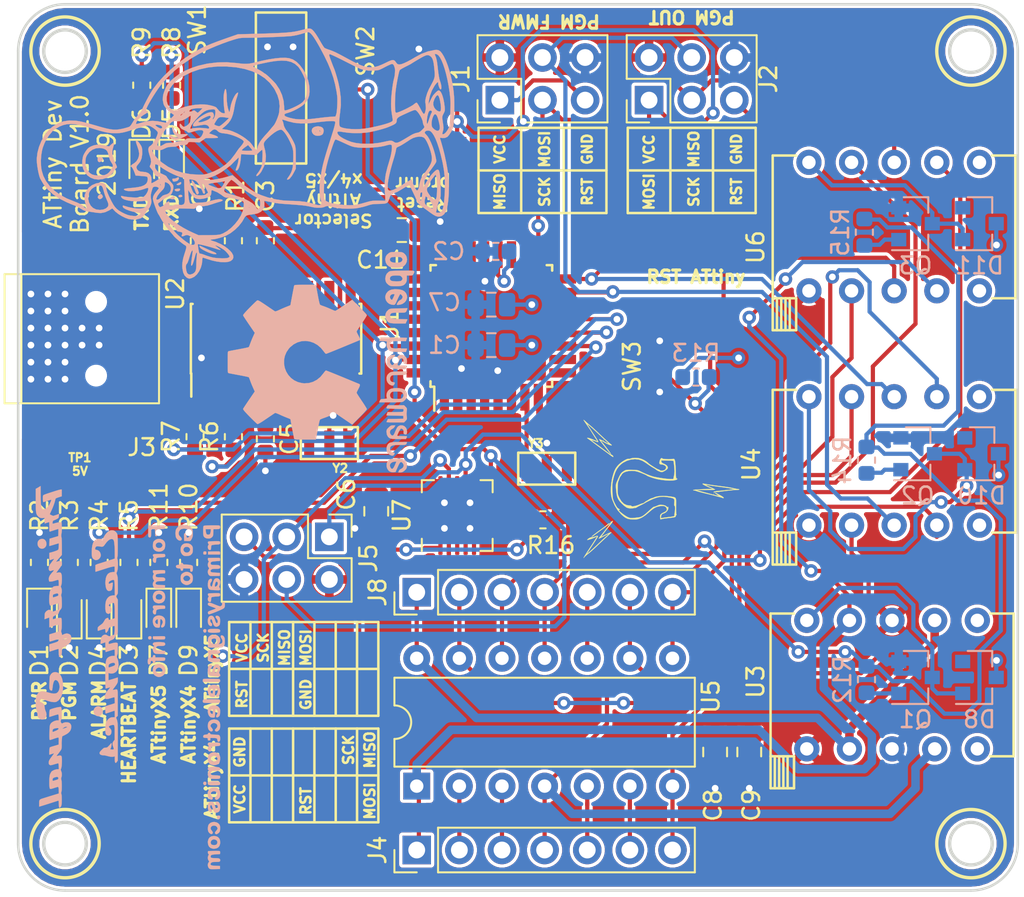
<source format=kicad_pcb>
(kicad_pcb (version 20171130) (host pcbnew "(5.1.5)-3")

  (general
    (thickness 1.6)
    (drawings 94)
    (tracks 603)
    (zones 0)
    (modules 63)
    (nets 58)
  )

  (page A4)
  (layers
    (0 F.Cu signal)
    (31 B.Cu signal)
    (32 B.Adhes user)
    (33 F.Adhes user)
    (34 B.Paste user)
    (35 F.Paste user)
    (36 B.SilkS user)
    (37 F.SilkS user)
    (38 B.Mask user)
    (39 F.Mask user)
    (40 Dwgs.User user hide)
    (41 Cmts.User user)
    (42 Eco1.User user)
    (43 Eco2.User user)
    (44 Edge.Cuts user)
    (45 Margin user)
    (46 B.CrtYd user)
    (47 F.CrtYd user)
    (48 B.Fab user hide)
    (49 F.Fab user hide)
  )

  (setup
    (last_trace_width 0.25)
    (user_trace_width 0.381)
    (user_trace_width 0.508)
    (trace_clearance 0.2)
    (zone_clearance 0.1524)
    (zone_45_only no)
    (trace_min 0.1524)
    (via_size 0.8)
    (via_drill 0.4)
    (via_min_size 0.4)
    (via_min_drill 0.3)
    (uvia_size 0.3)
    (uvia_drill 0.1)
    (uvias_allowed no)
    (uvia_min_size 0.2)
    (uvia_min_drill 0.1)
    (edge_width 0.15)
    (segment_width 0.2)
    (pcb_text_width 0.3)
    (pcb_text_size 1.5 1.5)
    (mod_edge_width 0.15)
    (mod_text_size 1 1)
    (mod_text_width 0.15)
    (pad_size 1.524 1.524)
    (pad_drill 0.762)
    (pad_to_mask_clearance 0.051)
    (solder_mask_min_width 0.25)
    (aux_axis_origin 0 0)
    (visible_elements 7FFFEF7F)
    (pcbplotparams
      (layerselection 0x010fc_ffffffff)
      (usegerberextensions false)
      (usegerberattributes false)
      (usegerberadvancedattributes false)
      (creategerberjobfile false)
      (excludeedgelayer true)
      (linewidth 0.100000)
      (plotframeref false)
      (viasonmask false)
      (mode 1)
      (useauxorigin false)
      (hpglpennumber 1)
      (hpglpenspeed 20)
      (hpglpendiameter 15.000000)
      (psnegative false)
      (psa4output false)
      (plotreference true)
      (plotvalue true)
      (plotinvisibletext false)
      (padsonsilk false)
      (subtractmaskfromsilk false)
      (outputformat 1)
      (mirror false)
      (drillshape 0)
      (scaleselection 1)
      (outputdirectory "E:/Personal Folder/Projects/ATTiny Programmer V1.1/Gerbers/"))
  )

  (net 0 "")
  (net 1 +5V)
  (net 2 GND)
  (net 3 "Net-(C2-Pad1)")
  (net 4 /XTAL0)
  (net 5 /XTAL1)
  (net 6 /RST)
  (net 7 /RST_TARGET)
  (net 8 /TXD)
  (net 9 /RXD)
  (net 10 /SCK)
  (net 11 /MISO)
  (net 12 /MOSI)
  (net 13 "Net-(C3-Pad2)")
  (net 14 "Net-(C5-Pad1)")
  (net 15 "Net-(D1-Pad1)")
  (net 16 "Net-(D2-Pad2)")
  (net 17 "Net-(D3-Pad2)")
  (net 18 "Net-(D4-Pad2)")
  (net 19 "Net-(D5-Pad1)")
  (net 20 "Net-(D6-Pad1)")
  (net 21 "Net-(J3-Pad2)")
  (net 22 "Net-(J3-Pad3)")
  (net 23 "Net-(J4-Pad2)")
  (net 24 "Net-(J4-Pad3)")
  (net 25 "Net-(J4-Pad5)")
  (net 26 "Net-(J4-Pad6)")
  (net 27 "Net-(R6-Pad2)")
  (net 28 "Net-(R7-Pad2)")
  (net 29 /XTAL_B0)
  (net 30 /XTAL_B1)
  (net 31 /TINYX5)
  (net 32 "Net-(D7-Pad1)")
  (net 33 "Net-(D8-Pad2)")
  (net 34 "Net-(D9-Pad1)")
  (net 35 "Net-(Q1-Pad1)")
  (net 36 "Net-(SW1-Pad1)")
  (net 37 "Net-(J8-Pad5)")
  (net 38 /PGM_TRGT)
  (net 39 /ERR)
  (net 40 /HEARTBEAT)
  (net 41 "Net-(D10-Pad2)")
  (net 42 "Net-(D11-Pad2)")
  (net 43 "Net-(Q2-Pad1)")
  (net 44 "Net-(Q3-Pad1)")
  (net 45 /PWR02)
  (net 46 /PWR03)
  (net 47 /MOSI_A)
  (net 48 /PWR01)
  (net 49 /SCK_B)
  (net 50 /MISO_B)
  (net 51 /MOSI_B)
  (net 52 /SCK_A)
  (net 53 /MISO_A)
  (net 54 /RST_TINY)
  (net 55 /MOSI_TINY)
  (net 56 /SCK_TINY)
  (net 57 /MISO_TINY)

  (net_class Default "This is the default net class."
    (clearance 0.2)
    (trace_width 0.25)
    (via_dia 0.8)
    (via_drill 0.4)
    (uvia_dia 0.3)
    (uvia_drill 0.1)
    (add_net +5V)
    (add_net /ERR)
    (add_net /HEARTBEAT)
    (add_net /MISO)
    (add_net /MISO_A)
    (add_net /MISO_B)
    (add_net /MISO_TINY)
    (add_net /MOSI)
    (add_net /MOSI_A)
    (add_net /MOSI_B)
    (add_net /MOSI_TINY)
    (add_net /PGM_TRGT)
    (add_net /PWR01)
    (add_net /PWR02)
    (add_net /PWR03)
    (add_net /RST)
    (add_net /RST_TARGET)
    (add_net /RST_TINY)
    (add_net /RXD)
    (add_net /SCK)
    (add_net /SCK_A)
    (add_net /SCK_B)
    (add_net /SCK_TINY)
    (add_net /TINYX5)
    (add_net /TXD)
    (add_net /XTAL0)
    (add_net /XTAL1)
    (add_net /XTAL_B0)
    (add_net /XTAL_B1)
    (add_net GND)
    (add_net "Net-(C2-Pad1)")
    (add_net "Net-(C3-Pad2)")
    (add_net "Net-(C5-Pad1)")
    (add_net "Net-(D1-Pad1)")
    (add_net "Net-(D10-Pad2)")
    (add_net "Net-(D11-Pad2)")
    (add_net "Net-(D2-Pad2)")
    (add_net "Net-(D3-Pad2)")
    (add_net "Net-(D4-Pad2)")
    (add_net "Net-(D5-Pad1)")
    (add_net "Net-(D6-Pad1)")
    (add_net "Net-(D7-Pad1)")
    (add_net "Net-(D8-Pad2)")
    (add_net "Net-(D9-Pad1)")
    (add_net "Net-(J3-Pad2)")
    (add_net "Net-(J3-Pad3)")
    (add_net "Net-(J4-Pad2)")
    (add_net "Net-(J4-Pad3)")
    (add_net "Net-(J4-Pad5)")
    (add_net "Net-(J4-Pad6)")
    (add_net "Net-(J8-Pad5)")
    (add_net "Net-(Q1-Pad1)")
    (add_net "Net-(Q2-Pad1)")
    (add_net "Net-(Q3-Pad1)")
    (add_net "Net-(R6-Pad2)")
    (add_net "Net-(R7-Pad2)")
    (add_net "Net-(SW1-Pad1)")
  )

  (module PSE_Logo:PSE_LOGO_01 (layer B.Cu) (tedit 0) (tstamp 5DF397FA)
    (at 55.626 119.126 270)
    (fp_text reference G*** (at 0 0 90) (layer B.SilkS) hide
      (effects (font (size 1.524 1.524) (thickness 0.3)) (justify mirror))
    )
    (fp_text value LOGO (at 0.75 0 90) (layer B.SilkS) hide
      (effects (font (size 1.524 1.524) (thickness 0.3)) (justify mirror))
    )
    (fp_poly (pts (xy -6.115539 2.389952) (xy -6.032263 2.356228) (xy -5.96162 2.299816) (xy -5.934641 2.265285)
      (xy -5.900443 2.185906) (xy -5.896869 2.103392) (xy -5.921925 2.023725) (xy -5.973618 1.952889)
      (xy -6.049956 1.896867) (xy -6.058888 1.8923) (xy -6.149354 1.866297) (xy -6.249612 1.871864)
      (xy -6.306762 1.887959) (xy -6.391643 1.933573) (xy -6.450708 1.997627) (xy -6.482334 2.074859)
      (xy -6.484898 2.160009) (xy -6.456776 2.247814) (xy -6.431019 2.290617) (xy -6.369188 2.35132)
      (xy -6.291199 2.387866) (xy -6.20425 2.400621) (xy -6.115539 2.389952)) (layer B.SilkS) (width 0.01))
    (fp_poly (pts (xy 3.546274 2.494401) (xy 3.669103 2.474788) (xy 3.767891 2.444418) (xy 3.777586 2.440331)
      (xy 3.831425 2.423088) (xy 3.904472 2.40759) (xy 3.982095 2.396867) (xy 3.992033 2.395958)
      (xy 4.055963 2.389131) (xy 4.104515 2.3813) (xy 4.129822 2.373837) (xy 4.131733 2.371622)
      (xy 4.145369 2.356323) (xy 4.174621 2.339628) (xy 4.209335 2.309554) (xy 4.242833 2.257508)
      (xy 4.269392 2.195085) (xy 4.283289 2.133879) (xy 4.284133 2.117789) (xy 4.269754 2.02986)
      (xy 4.226441 1.959237) (xy 4.153936 1.905587) (xy 4.099573 1.882518) (xy 3.997625 1.863287)
      (xy 3.892792 1.87596) (xy 3.799678 1.911628) (xy 3.712814 1.946) (xy 3.611877 1.968838)
      (xy 3.547769 1.977451) (xy 3.475071 1.986088) (xy 3.426789 1.995032) (xy 3.393653 2.00809)
      (xy 3.366394 2.029069) (xy 3.335742 2.061774) (xy 3.33191 2.066088) (xy 3.29151 2.119639)
      (xy 3.259243 2.176464) (xy 3.248561 2.203465) (xy 3.231074 2.247445) (xy 3.208945 2.266269)
      (xy 3.18795 2.269067) (xy 3.149799 2.25745) (xy 3.107214 2.22871) (xy 3.098548 2.22062)
      (xy 3.050102 2.172174) (xy 3.09347 2.038587) (xy 3.119994 1.956748) (xy 3.150994 1.860899)
      (xy 3.180575 1.769269) (xy 3.185949 1.7526) (xy 3.219758 1.629429) (xy 3.240765 1.512586)
      (xy 3.248455 1.408327) (xy 3.242317 1.322906) (xy 3.225599 1.269306) (xy 3.147929 1.154969)
      (xy 3.042697 1.059672) (xy 2.910678 0.983913) (xy 2.752651 0.928191) (xy 2.660896 0.907382)
      (xy 2.550163 0.892506) (xy 2.418417 0.884366) (xy 2.277836 0.882977) (xy 2.140599 0.888357)
      (xy 2.018887 0.900522) (xy 1.981824 0.906455) (xy 1.834705 0.942837) (xy 1.707956 0.994123)
      (xy 1.604775 1.058325) (xy 1.528358 1.133456) (xy 1.482053 1.217095) (xy 1.458409 1.327968)
      (xy 1.466877 1.429293) (xy 1.506537 1.518994) (xy 1.576471 1.594998) (xy 1.675757 1.655229)
      (xy 1.6764 1.655521) (xy 1.705023 1.665173) (xy 1.746192 1.672784) (xy 1.804317 1.678708)
      (xy 1.883808 1.683298) (xy 1.989076 1.686908) (xy 2.099733 1.689422) (xy 2.220116 1.691605)
      (xy 2.311398 1.692645) (xy 2.378335 1.692217) (xy 2.425684 1.689994) (xy 2.458199 1.685651)
      (xy 2.480638 1.678863) (xy 2.497756 1.669303) (xy 2.508285 1.661448) (xy 2.549129 1.617004)
      (xy 2.564544 1.571662) (xy 2.556814 1.54074) (xy 2.534277 1.529494) (xy 2.484116 1.518129)
      (xy 2.412546 1.507907) (xy 2.376856 1.504189) (xy 2.231224 1.485584) (xy 2.112477 1.459927)
      (xy 2.022144 1.427817) (xy 1.96175 1.389853) (xy 1.932824 1.346636) (xy 1.9304 1.32891)
      (xy 1.943257 1.262768) (xy 1.983989 1.206539) (xy 2.042507 1.163228) (xy 2.14492 1.116072)
      (xy 2.25496 1.090627) (xy 2.36652 1.085941) (xy 2.473495 1.101064) (xy 2.569777 1.135045)
      (xy 2.649262 1.186935) (xy 2.705841 1.255781) (xy 2.711937 1.267434) (xy 2.736162 1.349521)
      (xy 2.73916 1.453833) (xy 2.720836 1.581633) (xy 2.681096 1.73418) (xy 2.67539 1.7526)
      (xy 2.631802 1.9093) (xy 2.608455 2.04123) (xy 2.606161 2.151357) (xy 2.625732 2.242649)
      (xy 2.667978 2.318073) (xy 2.733711 2.380598) (xy 2.823742 2.433192) (xy 2.866607 2.452059)
      (xy 2.913579 2.469732) (xy 2.959161 2.482317) (xy 3.011253 2.490953) (xy 3.077757 2.496778)
      (xy 3.166576 2.500931) (xy 3.217333 2.5026) (xy 3.396614 2.503568) (xy 3.546274 2.494401)) (layer B.SilkS) (width 0.01))
    (fp_poly (pts (xy 9.449191 2.1971) (xy 9.430896 2.136115) (xy 9.406512 2.057141) (xy 9.375199 1.957529)
      (xy 9.336116 1.834625) (xy 9.288422 1.685777) (xy 9.231277 1.508335) (xy 9.209001 1.439333)
      (xy 9.180038 1.349592) (xy 9.154576 1.270558) (xy 9.134511 1.208128) (xy 9.121738 1.168195)
      (xy 9.118244 1.157094) (xy 9.127145 1.147609) (xy 9.16211 1.140411) (xy 9.225791 1.135155)
      (xy 9.3136 1.131694) (xy 9.414954 1.12739) (xy 9.485311 1.120231) (xy 9.527504 1.108973)
      (xy 9.544364 1.092368) (xy 9.538723 1.069172) (xy 9.517206 1.042116) (xy 9.485095 1.013023)
      (xy 9.447446 0.991189) (xy 9.399149 0.975643) (xy 9.335092 0.965415) (xy 9.250166 0.959533)
      (xy 9.139259 0.957025) (xy 9.0678 0.956733) (xy 8.941464 0.957868) (xy 8.845802 0.961412)
      (xy 8.777691 0.967574) (xy 8.73401 0.97656) (xy 8.725896 0.979542) (xy 8.682581 0.993009)
      (xy 8.64195 0.990209) (xy 8.607362 0.979542) (xy 8.561434 0.970039) (xy 8.48923 0.96295)
      (xy 8.398254 0.958271) (xy 8.29601 0.955998) (xy 8.190002 0.956127) (xy 8.087734 0.958653)
      (xy 7.99671 0.963574) (xy 7.924435 0.970883) (xy 7.880271 0.979938) (xy 7.834329 0.99239)
      (xy 7.794957 0.993168) (xy 7.746405 0.981633) (xy 7.721081 0.973494) (xy 7.633979 0.955655)
      (xy 7.535916 0.952827) (xy 7.440889 0.964362) (xy 7.362897 0.989613) (xy 7.361911 0.990102)
      (xy 7.300615 1.011794) (xy 7.248978 1.013555) (xy 7.22122 1.000437) (xy 7.190054 0.986322)
      (xy 7.131661 0.973883) (xy 7.052651 0.963426) (xy 6.959635 0.955262) (xy 6.859225 0.949698)
      (xy 6.758033 0.947044) (xy 6.662668 0.947608) (xy 6.579743 0.9517) (xy 6.515869 0.959627)
      (xy 6.48967 0.966272) (xy 6.455016 0.983468) (xy 6.438176 1.011104) (xy 6.431498 1.05266)
      (xy 6.432807 1.11543) (xy 6.4447 1.177343) (xy 6.4465 1.182822) (xy 6.460487 1.225971)
      (xy 6.467924 1.254752) (xy 6.468278 1.257896) (xy 6.456981 1.261719) (xy 6.429722 1.250069)
      (xy 6.397218 1.228333) (xy 6.380954 1.213996) (xy 6.3526 1.189792) (xy 6.304523 1.152492)
      (xy 6.244964 1.108098) (xy 6.182166 1.062616) (xy 6.124371 1.02205) (xy 6.079821 0.992402)
      (xy 6.063175 0.982511) (xy 6.026019 0.972329) (xy 5.963402 0.965052) (xy 5.88364 0.961091)
      (xy 5.795049 0.960864) (xy 5.706533 0.96474) (xy 5.679879 0.964196) (xy 5.629171 0.961331)
      (xy 5.562784 0.9568) (xy 5.489092 0.951254) (xy 5.41647 0.945348) (xy 5.353291 0.939735)
      (xy 5.307931 0.935067) (xy 5.289212 0.932195) (xy 5.281322 0.917636) (xy 5.262109 0.87919)
      (xy 5.234872 0.823515) (xy 5.216255 0.78503) (xy 5.144521 0.653015) (xy 5.07047 0.551579)
      (xy 4.991298 0.477436) (xy 4.914474 0.431845) (xy 4.833026 0.404555) (xy 4.744483 0.390767)
      (xy 4.662755 0.391973) (xy 4.6228 0.400508) (xy 4.54435 0.438744) (xy 4.490844 0.495301)
      (xy 4.46018 0.573514) (xy 4.450267 0.674106) (xy 4.450313 0.674786) (xy 4.714927 0.674786)
      (xy 4.721241 0.644086) (xy 4.733185 0.63237) (xy 4.740948 0.636784) (xy 4.753193 0.659167)
      (xy 4.772332 0.704721) (xy 4.794643 0.764454) (xy 4.799243 0.777556) (xy 4.818942 0.83736)
      (xy 4.832163 0.883596) (xy 4.836639 0.908129) (xy 4.836143 0.909901) (xy 4.822387 0.903055)
      (xy 4.798155 0.875376) (xy 4.769637 0.835509) (xy 4.743023 0.792104) (xy 4.724623 0.754119)
      (xy 4.715602 0.714715) (xy 4.714927 0.674786) (xy 4.450313 0.674786) (xy 4.456465 0.765448)
      (xy 4.478722 0.843674) (xy 4.488998 0.867154) (xy 4.528357 0.951188) (xy 4.486679 0.983645)
      (xy 4.428055 1.019244) (xy 4.375005 1.025594) (xy 4.317346 1.00342) (xy 4.305823 0.996538)
      (xy 4.281089 0.982187) (xy 4.256261 0.971803) (xy 4.22561 0.964773) (xy 4.183404 0.960486)
      (xy 4.123911 0.958332) (xy 4.041402 0.9577) (xy 3.94362 0.957924) (xy 3.814341 0.959551)
      (xy 3.715924 0.963404) (xy 3.645424 0.969683) (xy 3.599897 0.97859) (xy 3.590046 0.982059)
      (xy 3.534652 1.005004) (xy 3.544172 1.118552) (xy 3.552792 1.180774) (xy 3.568577 1.258408)
      (xy 3.589567 1.344761) (xy 3.613801 1.433136) (xy 3.639316 1.51684) (xy 3.664152 1.589176)
      (xy 3.686346 1.643451) (xy 3.703939 1.672968) (xy 3.707385 1.675693) (xy 3.732328 1.681267)
      (xy 3.78074 1.686545) (xy 3.84486 1.691215) (xy 3.916926 1.694965) (xy 3.989178 1.697483)
      (xy 4.053853 1.698457) (xy 4.103192 1.697574) (xy 4.129432 1.694522) (xy 4.131733 1.692757)
      (xy 4.126737 1.674286) (xy 4.112946 1.629341) (xy 4.092151 1.563616) (xy 4.066148 1.482807)
      (xy 4.049028 1.43017) (xy 4.021627 1.342714) (xy 3.999881 1.266351) (xy 3.98528 1.206914)
      (xy 3.979312 1.170235) (xy 3.980443 1.161631) (xy 4.002426 1.154425) (xy 4.050304 1.147256)
      (xy 4.116116 1.141137) (xy 4.164749 1.1382) (xy 4.334933 1.130005) (xy 4.334933 1.196929)
      (xy 4.335451 1.201476) (xy 4.794094 1.201476) (xy 4.805358 1.156773) (xy 4.828396 1.140597)
      (xy 4.860606 1.154186) (xy 4.899385 1.198781) (xy 4.942132 1.27562) (xy 4.955554 1.305646)
      (xy 4.990402 1.38799) (xy 5.012357 1.444139) (xy 5.021676 1.479106) (xy 5.018615 1.497906)
      (xy 5.003431 1.505553) (xy 4.976379 1.507061) (xy 4.965844 1.507066) (xy 4.906216 1.500455)
      (xy 4.86517 1.476651) (xy 4.83618 1.429698) (xy 4.817293 1.371504) (xy 4.797205 1.273467)
      (xy 4.794094 1.201476) (xy 4.335451 1.201476) (xy 4.346358 1.297084) (xy 4.377616 1.399514)
      (xy 4.424183 1.49415) (xy 4.481536 1.570919) (xy 4.517246 1.602771) (xy 4.552705 1.626772)
      (xy 4.588955 1.645526) (xy 4.630799 1.659779) (xy 4.683037 1.670278) (xy 4.750473 1.677768)
      (xy 4.837907 1.682995) (xy 4.950142 1.686705) (xy 5.074469 1.689329) (xy 5.187453 1.690771)
      (xy 5.289871 1.690912) (xy 5.37661 1.689841) (xy 5.442557 1.687645) (xy 5.482598 1.68441)
      (xy 5.491761 1.682201) (xy 5.50224 1.670923) (xy 5.503712 1.649593) (xy 5.495134 1.611799)
      (xy 5.475461 1.551131) (xy 5.466006 1.524) (xy 5.425196 1.407071) (xy 5.395082 1.31794)
      (xy 5.374642 1.252628) (xy 5.362856 1.207158) (xy 5.358701 1.177553) (xy 5.361155 1.159834)
      (xy 5.369197 1.150025) (xy 5.369834 1.149602) (xy 5.395411 1.143919) (xy 5.447021 1.139993)
      (xy 5.516855 1.138213) (xy 5.587372 1.138735) (xy 5.781478 1.143) (xy 5.821619 1.278466)
      (xy 5.846721 1.36375) (xy 5.873903 1.456968) (xy 5.897212 1.537709) (xy 5.917661 1.599233)
      (xy 5.93904 1.647807) (xy 5.957164 1.674141) (xy 5.959299 1.675575) (xy 5.984523 1.681281)
      (xy 6.03314 1.686622) (xy 6.097393 1.691293) (xy 6.169522 1.694991) (xy 6.24177 1.697413)
      (xy 6.30638 1.698255) (xy 6.355591 1.697213) (xy 6.381648 1.693984) (xy 6.383866 1.692187)
      (xy 6.378774 1.672541) (xy 6.365284 1.629406) (xy 6.346081 1.571295) (xy 6.341533 1.557866)
      (xy 6.321393 1.496866) (xy 6.306449 1.448205) (xy 6.299418 1.420811) (xy 6.2992 1.418676)
      (xy 6.311613 1.422071) (xy 6.345184 1.442746) (xy 6.394411 1.477099) (xy 6.439443 1.510542)
      (xy 6.539081 1.585365) (xy 6.617527 1.641425) (xy 6.679865 1.681325) (xy 6.731181 1.707667)
      (xy 6.776559 1.723052) (xy 6.821086 1.730082) (xy 6.869845 1.73136) (xy 6.870969 1.731344)
      (xy 6.926909 1.725886) (xy 6.962544 1.708428) (xy 6.979198 1.690584) (xy 6.99448 1.668659)
      (xy 7.004076 1.646185) (xy 7.007311 1.618297) (xy 7.003509 1.580133) (xy 6.991995 1.52683)
      (xy 6.972094 1.453525) (xy 6.943129 1.355356) (xy 6.923708 1.291039) (xy 6.907236 1.230917)
      (xy 6.897604 1.183915) (xy 6.896532 1.158771) (xy 6.89738 1.157242) (xy 6.917933 1.151871)
      (xy 6.964549 1.146159) (xy 7.029444 1.140929) (xy 7.077875 1.138172) (xy 7.247467 1.130005)
      (xy 7.247467 1.182236) (xy 7.251239 1.216002) (xy 7.708351 1.216002) (xy 7.727582 1.174372)
      (xy 7.768595 1.155994) (xy 7.805842 1.155812) (xy 7.827283 1.16148) (xy 7.8446 1.177851)
      (xy 7.861551 1.211278) (xy 7.881896 1.268111) (xy 7.893429 1.303866) (xy 7.9195 1.387736)
      (xy 7.934565 1.444642) (xy 7.938233 1.479778) (xy 7.930116 1.498339) (xy 7.909824 1.50552)
      (xy 7.878233 1.506528) (xy 7.823586 1.500364) (xy 7.785345 1.478759) (xy 7.756613 1.435386)
      (xy 7.733621 1.373889) (xy 7.710498 1.282103) (xy 7.708351 1.216002) (xy 7.251239 1.216002)
      (xy 7.259385 1.288912) (xy 7.291649 1.399561) (xy 7.336438 1.491862) (xy 7.3662 1.536651)
      (xy 7.389886 1.566765) (xy 7.400035 1.5748) (xy 7.420241 1.583541) (xy 7.456934 1.605545)
      (xy 7.474061 1.616865) (xy 7.533297 1.646246) (xy 7.61129 1.670066) (xy 7.64999 1.677828)
      (xy 7.719593 1.686193) (xy 7.808985 1.692282) (xy 7.910932 1.696099) (xy 8.018201 1.697648)
      (xy 8.123558 1.69693) (xy 8.219769 1.693951) (xy 8.299602 1.688711) (xy 8.355822 1.681216)
      (xy 8.370285 1.677518) (xy 8.397112 1.668057) (xy 8.41523 1.657015) (xy 8.424392 1.639543)
      (xy 8.424349 1.610793) (xy 8.414856 1.56592) (xy 8.395663 1.500074) (xy 8.366523 1.408408)
      (xy 8.35466 1.3716) (xy 8.331432 1.297906) (xy 8.312724 1.235458) (xy 8.3007 1.191679)
      (xy 8.297344 1.174935) (xy 8.313458 1.160652) (xy 8.358669 1.14883) (xy 8.428253 1.140155)
      (xy 8.517487 1.135314) (xy 8.575501 1.134533) (xy 8.696542 1.134533) (xy 8.766336 1.367366)
      (xy 8.797439 1.470351) (xy 8.830935 1.579981) (xy 8.862857 1.683342) (xy 8.889239 1.76752)
      (xy 8.889877 1.769533) (xy 8.918347 1.859793) (xy 8.948534 1.956407) (xy 8.975456 2.043404)
      (xy 8.98454 2.073062) (xy 9.011897 2.158476) (xy 9.037736 2.219598) (xy 9.068179 2.260488)
      (xy 9.109349 2.285206) (xy 9.167367 2.29781) (xy 9.248355 2.302362) (xy 9.331188 2.302933)
      (xy 9.480276 2.302933) (xy 9.449191 2.1971)) (layer B.SilkS) (width 0.01))
    (fp_poly (pts (xy -8.834623 2.505798) (xy -8.643978 2.505401) (xy -8.483879 2.50421) (xy -8.351008 2.501898)
      (xy -8.242046 2.498136) (xy -8.153676 2.492594) (xy -8.082579 2.484944) (xy -8.025437 2.474858)
      (xy -7.978933 2.462006) (xy -7.939749 2.44606) (xy -7.904566 2.426692) (xy -7.88115 2.411341)
      (xy -7.798089 2.338205) (xy -7.746563 2.253796) (xy -7.725393 2.155606) (xy -7.727307 2.083642)
      (xy -7.738014 1.9812) (xy -7.568941 1.9812) (xy -7.497916 1.980563) (xy -7.441591 1.978845)
      (xy -7.40714 1.976337) (xy -7.399867 1.974355) (xy -7.404926 1.95621) (xy -7.41833 1.914302)
      (xy -7.43742 1.856901) (xy -7.442082 1.843122) (xy -7.462159 1.782469) (xy -7.477093 1.734511)
      (xy -7.484178 1.708008) (xy -7.484415 1.706033) (xy -7.468436 1.701878) (xy -7.42407 1.698293)
      (xy -7.356794 1.695518) (xy -7.272087 1.693794) (xy -7.194855 1.693333) (xy -7.087538 1.692915)
      (xy -7.009971 1.691434) (xy -6.958047 1.688547) (xy -6.927656 1.683912) (xy -6.91469 1.677188)
      (xy -6.914144 1.669966) (xy -6.923417 1.643275) (xy -6.939953 1.593347) (xy -6.961596 1.526922)
      (xy -6.986187 1.450736) (xy -7.011569 1.371527) (xy -7.035586 1.296032) (xy -7.056079 1.23099)
      (xy -7.070891 1.183138) (xy -7.077865 1.159213) (xy -7.078134 1.157808) (xy -7.06227 1.155389)
      (xy -7.018926 1.154055) (xy -6.954473 1.153885) (xy -6.875283 1.154955) (xy -6.864044 1.155194)
      (xy -6.649954 1.159933) (xy -6.609276 1.2954) (xy -6.583472 1.381414) (xy -6.555111 1.476071)
      (xy -6.530635 1.557866) (xy -6.492672 1.684866) (xy -6.275436 1.68962) (xy -6.058201 1.694374)
      (xy -6.069576 1.647287) (xy -6.079103 1.612305) (xy -6.096176 1.553709) (xy -6.118222 1.480206)
      (xy -6.13851 1.413933) (xy -6.162771 1.334467) (xy -6.184221 1.262464) (xy -6.200274 1.20671)
      (xy -6.207641 1.179093) (xy -6.219212 1.130519) (xy -6.041258 1.137106) (xy -5.956912 1.142122)
      (xy -5.890362 1.149845) (xy -5.848109 1.159405) (xy -5.838479 1.164296) (xy -5.817098 1.194359)
      (xy -5.789908 1.251072) (xy -5.75931 1.328225) (xy -5.727702 1.419613) (xy -5.697487 1.519026)
      (xy -5.687935 1.553633) (xy -5.65042 1.693333) (xy -5.432944 1.693333) (xy -5.332182 1.692107)
      (xy -5.263524 1.68833) (xy -5.225294 1.681854) (xy -5.215467 1.674215) (xy -5.220907 1.649835)
      (xy -5.235257 1.603253) (xy -5.25556 1.543989) (xy -5.258281 1.536407) (xy -5.278027 1.478474)
      (xy -5.290962 1.434178) (xy -5.294692 1.411868) (xy -5.294274 1.410896) (xy -5.278431 1.416258)
      (xy -5.247417 1.438024) (xy -5.237055 1.446482) (xy -5.19599 1.47958) (xy -5.140918 1.522147)
      (xy -5.095228 1.556442) (xy -5.045328 1.593681) (xy -5.004772 1.624611) (xy -4.983592 1.641503)
      (xy -4.918396 1.683261) (xy -4.838631 1.712897) (xy -4.754517 1.728619) (xy -4.676272 1.728638)
      (xy -4.614114 1.711161) (xy -4.607574 1.707403) (xy -4.582631 1.683222) (xy -4.573683 1.647523)
      (xy -4.580338 1.593608) (xy -4.597217 1.530924) (xy -4.613062 1.477379) (xy -4.62103 1.441612)
      (xy -4.618361 1.424382) (xy -4.602293 1.426446) (xy -4.570067 1.44856) (xy -4.518923 1.491482)
      (xy -4.446099 1.55597) (xy -4.4196 1.579645) (xy -4.31057 1.66248) (xy -4.20497 1.712424)
      (xy -4.101104 1.730064) (xy -4.012787 1.720067) (xy -3.937 1.7018) (xy -3.937932 1.617133)
      (xy -3.943623 1.560574) (xy -3.957895 1.486043) (xy -3.97796 1.407474) (xy -3.983648 1.388533)
      (xy -4.011867 1.297775) (xy -4.030493 1.234307) (xy -4.039553 1.192944) (xy -4.039069 1.168505)
      (xy -4.029068 1.155806) (xy -4.009573 1.149664) (xy -3.984796 1.145601) (xy -3.933747 1.140033)
      (xy -3.864676 1.136097) (xy -3.799815 1.13472) (xy -3.679564 1.134533) (xy -3.673149 1.225434)
      (xy -3.234267 1.225434) (xy -3.21961 1.184145) (xy -3.180393 1.159684) (xy -3.132667 1.155812)
      (xy -3.110361 1.161767) (xy -3.092287 1.178942) (xy -3.074358 1.213838) (xy -3.052486 1.272953)
      (xy -3.044874 1.2954) (xy -3.017167 1.381119) (xy -3.001919 1.440103) (xy -2.999535 1.477267)
      (xy -3.010418 1.497522) (xy -3.034975 1.505784) (xy -3.062309 1.507066) (xy -3.120876 1.497912)
      (xy -3.153794 1.477433) (xy -3.174509 1.441996) (xy -3.196887 1.385731) (xy -3.216919 1.321197)
      (xy -3.230594 1.260955) (xy -3.234267 1.225434) (xy -3.673149 1.225434) (xy -3.669205 1.281315)
      (xy -3.663086 1.348541) (xy -3.65564 1.402053) (xy -3.64814 1.433464) (xy -3.645427 1.437949)
      (xy -3.62787 1.456595) (xy -3.599195 1.492172) (xy -3.585453 1.51028) (xy -3.532533 1.562529)
      (xy -3.456922 1.611947) (xy -3.43315 1.62418) (xy -3.384125 1.646248) (xy -3.336899 1.662343)
      (xy -3.282991 1.674249) (xy -3.213926 1.683748) (xy -3.121223 1.692624) (xy -3.0988 1.694506)
      (xy -2.964391 1.702624) (xy -2.83995 1.704413) (xy -2.729445 1.70028) (xy -2.636845 1.690635)
      (xy -2.566117 1.675883) (xy -2.521231 1.656435) (xy -2.506134 1.633573) (xy -2.511048 1.609416)
      (xy -2.524492 1.559871) (xy -2.544514 1.491752) (xy -2.569161 1.411875) (xy -2.573867 1.397)
      (xy -2.599051 1.31653) (xy -2.61999 1.247409) (xy -2.634754 1.196179) (xy -2.641411 1.169381)
      (xy -2.6416 1.16758) (xy -2.625647 1.160853) (xy -2.581682 1.155606) (xy -2.515543 1.152333)
      (xy -2.450872 1.151466) (xy -2.260143 1.151467) (xy -2.202254 1.318148) (xy -2.144366 1.48483)
      (xy -2.19825 1.572403) (xy -2.227566 1.627179) (xy -2.247136 1.677405) (xy -2.252134 1.703982)
      (xy -2.23849 1.765111) (xy -2.202134 1.831962) (xy -2.149922 1.893751) (xy -2.11096 1.925934)
      (xy -2.076915 1.947501) (xy -2.043599 1.961655) (xy -2.002167 1.970312) (xy -1.943776 1.975386)
      (xy -1.86827 1.978512) (xy -1.693046 1.984291) (xy -1.74399 1.846123) (xy -1.766884 1.783245)
      (xy -1.784447 1.733517) (xy -1.793976 1.704652) (xy -1.794934 1.700645) (xy -1.778909 1.698265)
      (xy -1.734468 1.696209) (xy -1.667062 1.694613) (xy -1.58214 1.693613) (xy -1.501966 1.693333)
      (xy -1.208999 1.693333) (xy -1.289643 1.452033) (xy -1.318058 1.365232) (xy -1.342176 1.288171)
      (xy -1.360058 1.227317) (xy -1.369762 1.189136) (xy -1.370943 1.1811) (xy -1.36818 1.168658)
      (xy -1.355619 1.160255) (xy -1.327831 1.155116) (xy -1.279386 1.152467) (xy -1.204856 1.151534)
      (xy -1.163208 1.151466) (xy -0.954816 1.151466) (xy -0.872067 1.4224) (xy -0.789318 1.693333)
      (xy -0.581925 1.693333) (xy -0.501497 1.692136) (xy -0.433973 1.688872) (xy -0.386233 1.684033)
      (xy -0.36516 1.678111) (xy -0.364947 1.677824) (xy -0.366681 1.657221) (xy -0.377661 1.610307)
      (xy -0.396319 1.542863) (xy -0.421089 1.460672) (xy -0.439341 1.403262) (xy -0.467236 1.315396)
      (xy -0.490262 1.239343) (xy -0.506823 1.180669) (xy -0.515324 1.14494) (xy -0.51577 1.136658)
      (xy -0.49641 1.136342) (xy -0.457119 1.144685) (xy -0.441435 1.149116) (xy -0.410749 1.15991)
      (xy -0.386107 1.174732) (xy -0.364933 1.198314) (xy -0.344648 1.235387) (xy -0.322676 1.29068)
      (xy -0.296438 1.368926) (xy -0.263357 1.474855) (xy -0.262564 1.477433) (xy -0.196112 1.693333)
      (xy 0.020477 1.693333) (xy 0.101657 1.692581) (xy 0.168974 1.690524) (xy 0.216088 1.687463)
      (xy 0.236661 1.683699) (xy 0.237067 1.683069) (xy 0.231997 1.664285) (xy 0.217995 1.619071)
      (xy 0.196875 1.553113) (xy 0.170449 1.4721) (xy 0.152489 1.417691) (xy 0.124311 1.330481)
      (xy 0.101289 1.254916) (xy 0.085029 1.196635) (xy 0.077139 1.161274) (xy 0.077147 1.153341)
      (xy 0.096628 1.149139) (xy 0.144236 1.143847) (xy 0.214264 1.137894) (xy 0.301006 1.131707)
      (xy 0.398756 1.125714) (xy 0.501809 1.120341) (xy 0.541867 1.118522) (xy 0.562484 1.115868)
      (xy 0.565895 1.107047) (xy 0.549411 1.087083) (xy 0.510342 1.050996) (xy 0.500764 1.042458)
      (xy 0.448348 0.999631) (xy 0.400145 0.971979) (xy 0.346141 0.956328) (xy 0.276322 0.949504)
      (xy 0.20361 0.948267) (xy 0.11867 0.944037) (xy 0.049875 0.932347) (xy 0.002871 0.914695)
      (xy -0.016697 0.892579) (xy -0.016933 0.889727) (xy -0.024479 0.864648) (xy -0.044204 0.819964)
      (xy -0.070135 0.768617) (xy -0.148221 0.637397) (xy -0.227469 0.533443) (xy -0.306071 0.458751)
      (xy -0.382218 0.415319) (xy -0.393529 0.41156) (xy -0.47949 0.395147) (xy -0.573568 0.391864)
      (xy -0.661252 0.401488) (xy -0.71275 0.41648) (xy -0.75652 0.442309) (xy -0.789908 0.483535)
      (xy -0.812154 0.527131) (xy -0.838903 0.609585) (xy -0.84077 0.673745) (xy -0.567018 0.673745)
      (xy -0.564164 0.649953) (xy -0.553735 0.635614) (xy -0.540768 0.644936) (xy -0.523675 0.680672)
      (xy -0.500868 0.745579) (xy -0.490745 0.777277) (xy -0.474946 0.833424) (xy -0.466358 0.876044)
      (xy -0.466806 0.895784) (xy -0.483012 0.893531) (xy -0.50373 0.866482) (xy -0.525727 0.822808)
      (xy -0.545764 0.770679) (xy -0.560607 0.718268) (xy -0.567018 0.673745) (xy -0.84077 0.673745)
      (xy -0.841278 0.691199) (xy -0.818695 0.780502) (xy -0.790211 0.847013) (xy -0.745652 0.9398)
      (xy -0.791926 0.944565) (xy -0.838583 0.954619) (xy -0.892994 0.973117) (xy -0.901192 0.976541)
      (xy -0.944693 0.992166) (xy -0.982647 0.994516) (xy -1.031844 0.984023) (xy -1.045126 0.980243)
      (xy -1.092472 0.971396) (xy -1.161922 0.964707) (xy -1.247234 0.96014) (xy -1.342167 0.957661)
      (xy -1.440478 0.957235) (xy -1.535924 0.958828) (xy -1.622265 0.962403) (xy -1.693257 0.967927)
      (xy -1.742658 0.975364) (xy -1.763967 0.984258) (xy -1.7728 1.018526) (xy -1.77343 1.07747)
      (xy -1.766747 1.153144) (xy -1.753641 1.237601) (xy -1.735003 1.322893) (xy -1.720088 1.375833)
      (xy -1.679022 1.507067) (xy -1.738091 1.507066) (xy -1.784941 1.50358) (xy -1.822159 1.48979)
      (xy -1.854962 1.460698) (xy -1.888565 1.41131) (xy -1.928184 1.336627) (xy -1.939112 1.314496)
      (xy -2.016499 1.156481) (xy -2.112322 1.12434) (xy -2.17588 1.096846) (xy -2.234605 1.061325)
      (xy -2.261204 1.039405) (xy -2.297895 1.006752) (xy -2.336802 0.982514) (xy -2.383309 0.965696)
      (xy -2.4428 0.9553) (xy -2.520659 0.95033) (xy -2.622271 0.949789) (xy -2.732811 0.952108)
      (xy -2.860335 0.956991) (xy -2.960261 0.963761) (xy -3.030499 0.972231) (xy -3.068647 0.982065)
      (xy -3.100706 0.993268) (xy -3.135555 0.993349) (xy -3.185199 0.981614) (xy -3.210487 0.973899)
      (xy -3.310295 0.954721) (xy -3.418689 0.953841) (xy -3.521539 0.970552) (xy -3.583081 0.992533)
      (xy -3.624224 1.009665) (xy -3.654738 1.011097) (xy -3.692436 0.996471) (xy -3.705435 0.990083)
      (xy -3.752224 0.97579) (xy -3.824865 0.964201) (xy -3.915431 0.955635) (xy -4.015993 0.950408)
      (xy -4.11862 0.948837) (xy -4.215385 0.951239) (xy -4.298359 0.957931) (xy -4.340935 0.964688)
      (xy -4.41456 0.985962) (xy -4.459985 1.016818) (xy -4.481059 1.063246) (xy -4.481631 1.13123)
      (xy -4.475599 1.174188) (xy -4.466854 1.228965) (xy -4.461614 1.268135) (xy -4.460934 1.28229)
      (xy -4.474675 1.274765) (xy -4.508215 1.251965) (xy -4.554354 1.219058) (xy -4.605892 1.181215)
      (xy -4.655628 1.143604) (xy -4.673937 1.129365) (xy -4.780179 1.050489) (xy -4.868778 0.995504)
      (xy -4.943799 0.962311) (xy -5.009311 0.948811) (xy -5.024758 0.948266) (xy -5.096325 0.959724)
      (xy -5.142884 0.993766) (xy -5.164211 1.049893) (xy -5.160082 1.127608) (xy -5.139267 1.202267)
      (xy -5.120794 1.258849) (xy -5.117716 1.286196) (xy -5.132604 1.285951) (xy -5.168029 1.259752)
      (xy -5.1943 1.237387) (xy -5.244413 1.194041) (xy -5.308984 1.138241) (xy -5.37683 1.079652)
      (xy -5.401733 1.058157) (xy -5.528733 0.94856) (xy -5.9944 0.949422) (xy -6.12151 0.950279)
      (xy -6.24176 0.952253) (xy -6.349713 0.955164) (xy -6.439936 0.958833) (xy -6.506993 0.963081)
      (xy -6.544734 0.967578) (xy -6.604846 0.978663) (xy -6.65587 0.983992) (xy -6.70849 0.98348)
      (xy -6.773393 0.977043) (xy -6.858 0.965086) (xy -6.9658 0.954013) (xy -7.091045 0.951198)
      (xy -7.234767 0.956076) (xy -7.4676 0.968669) (xy -7.4676 1.081288) (xy -7.460984 1.171498)
      (xy -7.443521 1.26905) (xy -7.432114 1.312387) (xy -7.407485 1.394706) (xy -7.392373 1.449845)
      (xy -7.387136 1.483231) (xy -7.392129 1.500289) (xy -7.40771 1.506443) (xy -7.434236 1.507121)
      (xy -7.444925 1.507067) (xy -7.498388 1.499718) (xy -7.546512 1.481098) (xy -7.578721 1.45635)
      (xy -7.586133 1.438445) (xy -7.594013 1.407775) (xy -7.614481 1.35859) (xy -7.642783 1.300042)
      (xy -7.674165 1.241279) (xy -7.703872 1.19145) (xy -7.727148 1.159706) (xy -7.734005 1.15389)
      (xy -7.767395 1.142947) (xy -7.821362 1.132002) (xy -7.869618 1.125216) (xy -7.973644 1.113447)
      (xy -7.915355 1.270228) (xy -7.890203 1.341615) (xy -7.870504 1.404627) (xy -7.858961 1.45024)
      (xy -7.857067 1.464905) (xy -7.864848 1.497466) (xy -7.884831 1.547968) (xy -7.911972 1.605202)
      (xy -7.94123 1.657961) (xy -7.950367 1.672293) (xy -7.965818 1.667066) (xy -8.006198 1.649711)
      (xy -8.065892 1.622732) (xy -8.139287 1.588633) (xy -8.163405 1.577263) (xy -8.333635 1.501489)
      (xy -8.500109 1.436392) (xy -8.654459 1.385041) (xy -8.771467 1.354138) (xy -8.827357 1.34043)
      (xy -8.871542 1.327372) (xy -8.88827 1.32078) (xy -8.902749 1.30023) (xy -8.923536 1.254409)
      (xy -8.947593 1.190597) (xy -8.966848 1.132459) (xy -9.021757 0.956733) (xy -9.4234 0.956733)
      (xy -9.421683 1.016) (xy -9.419478 1.041522) (xy -9.413547 1.074997) (xy -9.402953 1.119627)
      (xy -9.386757 1.178616) (xy -9.364023 1.255169) (xy -9.333811 1.352488) (xy -9.295185 1.473778)
      (xy -9.247205 1.622242) (xy -9.217218 1.714408) (xy -9.176986 1.83558) (xy -9.144621 1.927513)
      (xy -9.118756 1.99355) (xy -9.098028 2.037035) (xy -9.081069 2.061314) (xy -9.07301 2.067609)
      (xy -9.044389 2.073966) (xy -8.992382 2.078092) (xy -8.925747 2.080066) (xy -8.853241 2.079964)
      (xy -8.783623 2.077865) (xy -8.725652 2.073844) (xy -8.688084 2.067981) (xy -8.679425 2.064136)
      (xy -8.681225 2.045619) (xy -8.692545 2.001071) (xy -8.711689 1.936414) (xy -8.736958 1.857573)
      (xy -8.748584 1.82285) (xy -8.7758 1.739853) (xy -8.797464 1.668531) (xy -8.811903 1.614837)
      (xy -8.817441 1.584722) (xy -8.816769 1.580591) (xy -8.795838 1.580861) (xy -8.752114 1.593956)
      (xy -8.692714 1.616817) (xy -8.624757 1.646384) (xy -8.555358 1.679597) (xy -8.491637 1.713397)
      (xy -8.451044 1.737814) (xy -8.350089 1.820056) (xy -8.278338 1.915884) (xy -8.248334 1.98421)
      (xy -8.238032 2.055137) (xy -8.258374 2.111783) (xy -8.30912 2.153602) (xy -8.325726 2.161342)
      (xy -8.375203 2.174493) (xy -8.455645 2.186227) (xy -8.56417 2.196369) (xy -8.6979 2.204749)
      (xy -8.853955 2.211193) (xy -9.029456 2.215528) (xy -9.221521 2.217582) (xy -9.266272 2.217712)
      (xy -9.634077 2.218267) (xy -9.584309 2.2987) (xy -9.54827 2.358364) (xy -9.513345 2.418409)
      (xy -9.499793 2.442633) (xy -9.465045 2.506133) (xy -8.834623 2.505798)) (layer B.SilkS) (width 0.01))
    (fp_poly (pts (xy 3.854795 -0.947435) (xy 3.940928 -0.980146) (xy 4.01345 -1.035776) (xy 4.064614 -1.111338)
      (xy 4.065971 -1.114418) (xy 4.087556 -1.202471) (xy 4.077563 -1.286554) (xy 4.038233 -1.36086)
      (xy 3.971803 -1.419582) (xy 3.942111 -1.435592) (xy 3.864048 -1.467038) (xy 3.799588 -1.479671)
      (xy 3.735836 -1.475767) (xy 3.725333 -1.473856) (xy 3.634772 -1.444892) (xy 3.568604 -1.396128)
      (xy 3.525887 -1.333152) (xy 3.498254 -1.268613) (xy 3.489864 -1.216039) (xy 3.499369 -1.160509)
      (xy 3.50789 -1.134095) (xy 3.551879 -1.051598) (xy 3.620535 -0.990084) (xy 3.67268 -0.962723)
      (xy 3.762797 -0.940631) (xy 3.854795 -0.947435)) (layer B.SilkS) (width 0.01))
    (fp_poly (pts (xy -5.565599 -0.831715) (xy -5.474794 -0.837878) (xy -5.406252 -0.850364) (xy -5.35424 -0.870796)
      (xy -5.313028 -0.900794) (xy -5.276882 -0.941979) (xy -5.27357 -0.946443) (xy -5.234059 -1.012022)
      (xy -5.216411 -1.068692) (xy -5.215887 -1.077432) (xy -5.230969 -1.165579) (xy -5.273551 -1.244399)
      (xy -5.337471 -1.308297) (xy -5.416569 -1.35168) (xy -5.504683 -1.368955) (xy -5.535771 -1.367871)
      (xy -5.642404 -1.343263) (xy -5.728345 -1.293292) (xy -5.791223 -1.220061) (xy -5.828668 -1.125672)
      (xy -5.832941 -1.104175) (xy -5.842677 -1.059335) (xy -5.857498 -1.038776) (xy -5.88629 -1.033124)
      (xy -5.900472 -1.032933) (xy -5.95417 -1.043739) (xy -6.000583 -1.068029) (xy -6.029015 -1.1004)
      (xy -6.043405 -1.14533) (xy -6.044379 -1.208699) (xy -6.032562 -1.296388) (xy -6.027697 -1.322722)
      (xy -6.015373 -1.404068) (xy -6.01708 -1.465277) (xy -6.036617 -1.51467) (xy -6.077783 -1.560568)
      (xy -6.144377 -1.611293) (xy -6.166263 -1.626257) (xy -6.289491 -1.718976) (xy -6.382041 -1.809695)
      (xy -6.443212 -1.897446) (xy -6.472305 -1.981257) (xy -6.471237 -2.048934) (xy -6.453364 -2.096236)
      (xy -6.416144 -2.128739) (xy -6.398652 -2.138066) (xy -6.345228 -2.155161) (xy -6.26085 -2.169897)
      (xy -6.148364 -2.182048) (xy -6.010614 -2.191386) (xy -5.850446 -2.197683) (xy -5.670705 -2.200711)
      (xy -5.612529 -2.200949) (xy -5.306859 -2.201334) (xy -5.226865 -1.951567) (xy -5.190464 -1.837961)
      (xy -5.149455 -1.710061) (xy -5.108712 -1.583059) (xy -5.073105 -1.472143) (xy -5.071103 -1.46591)
      (xy -5.044275 -1.381472) (xy -5.021623 -1.30843) (xy -5.004991 -1.252872) (xy -4.996225 -1.220886)
      (xy -4.995333 -1.215958) (xy -4.98864 -1.193549) (xy -4.971596 -1.152219) (xy -4.959602 -1.125882)
      (xy -4.923871 -1.049867) (xy -4.722535 -1.049867) (xy -4.644477 -1.050219) (xy -4.580518 -1.051178)
      (xy -4.537235 -1.052598) (xy -4.521201 -1.054333) (xy -4.5212 -1.054344) (xy -4.526135 -1.071656)
      (xy -4.540024 -1.11688) (xy -4.561497 -1.185674) (xy -4.589184 -1.273695) (xy -4.621713 -1.376603)
      (xy -4.657713 -1.490054) (xy -4.695815 -1.609707) (xy -4.734647 -1.731219) (xy -4.750994 -1.782234)
      (xy -4.779111 -1.874981) (xy -4.803111 -1.963772) (xy -4.820917 -2.040186) (xy -4.83045 -2.095798)
      (xy -4.831428 -2.1082) (xy -4.834467 -2.192867) (xy -4.512733 -2.192867) (xy -4.502309 -2.064709)
      (xy -4.492872 -1.985531) (xy -4.477215 -1.926705) (xy -4.451417 -1.874797) (xy -4.443043 -1.861509)
      (xy -4.41337 -1.818234) (xy -4.390199 -1.788567) (xy -4.382058 -1.781008) (xy -4.361348 -1.768727)
      (xy -4.324929 -1.744968) (xy -4.313713 -1.73741) (xy -4.23306 -1.697515) (xy -4.129821 -1.668561)
      (xy -4.011548 -1.650566) (xy -3.885792 -1.643545) (xy -3.760104 -1.647513) (xy -3.642035 -1.662487)
      (xy -3.539137 -1.688481) (xy -3.45896 -1.725512) (xy -3.444512 -1.735603) (xy -3.395805 -1.787594)
      (xy -3.376767 -1.849514) (xy -3.385756 -1.92693) (xy -3.38685 -1.93108) (xy -3.405166 -1.979041)
      (xy -3.433948 -2.013821) (xy -3.478776 -2.038243) (xy -3.54523 -2.055129) (xy -3.63889 -2.067303)
      (xy -3.660088 -2.069304) (xy -3.755094 -2.077758) (xy -3.820247 -2.081493) (xy -3.859464 -2.078288)
      (xy -3.876668 -2.065919) (xy -3.875777 -2.042165) (xy -3.860712 -2.004804) (xy -3.842248 -1.966055)
      (xy -3.81409 -1.899601) (xy -3.806391 -1.857734) (xy -3.819997 -1.837434) (xy -3.855752 -1.835679)
      (xy -3.877593 -1.839748) (xy -3.932015 -1.868785) (xy -3.979673 -1.9281) (xy -4.017963 -2.01436)
      (xy -4.020809 -2.023165) (xy -4.037641 -2.092108) (xy -4.035564 -2.137871) (xy -4.013481 -2.166076)
      (xy -3.990862 -2.176679) (xy -3.964105 -2.180467) (xy -3.90861 -2.184422) (xy -3.829504 -2.188317)
      (xy -3.731914 -2.191925) (xy -3.620967 -2.195017) (xy -3.537444 -2.196767) (xy -3.120954 -2.204306)
      (xy -3.110206 -2.077156) (xy -3.088878 -1.96143) (xy -3.044197 -1.867159) (xy -2.972538 -1.78827)
      (xy -2.910648 -1.742923) (xy -2.838083 -1.702335) (xy -2.762042 -1.673619) (xy -2.674979 -1.655159)
      (xy -2.569348 -1.645337) (xy -2.442208 -1.642534) (xy -2.316751 -1.644688) (xy -2.220474 -1.65184)
      (xy -2.148924 -1.665017) (xy -2.097647 -1.685251) (xy -2.062191 -1.713572) (xy -2.047259 -1.733881)
      (xy -2.020368 -1.791712) (xy -2.019561 -1.843413) (xy -2.040753 -1.897088) (xy -2.08777 -1.952639)
      (xy -2.158167 -1.988538) (xy -2.245875 -2.00185) (xy -2.257461 -2.001786) (xy -2.3501 -1.990469)
      (xy -2.41807 -1.95966) (xy -2.465862 -1.907088) (xy -2.474217 -1.892177) (xy -2.49604 -1.853046)
      (xy -2.512691 -1.839437) (xy -2.533618 -1.84632) (xy -2.545858 -1.854048) (xy -2.581641 -1.889652)
      (xy -2.615636 -1.943658) (xy -2.644024 -2.006449) (xy -2.662984 -2.068407) (xy -2.668696 -2.119915)
      (xy -2.66186 -2.146102) (xy -2.636652 -2.163891) (xy -2.585387 -2.178036) (xy -2.506494 -2.188694)
      (xy -2.398399 -2.196022) (xy -2.259531 -2.200177) (xy -2.108862 -2.201334) (xy -1.75008 -2.201334)
      (xy -1.698206 -2.036902) (xy -1.677157 -1.965657) (xy -1.661968 -1.905322) (xy -1.654497 -1.86385)
      (xy -1.654711 -1.850636) (xy -1.675967 -1.834746) (xy -1.711079 -1.8288) (xy -1.753275 -1.822381)
      (xy -1.771152 -1.800078) (xy -1.766559 -1.757322) (xy -1.754448 -1.721666) (xy -1.737694 -1.685594)
      (xy -1.714623 -1.656026) (xy -1.678294 -1.626737) (xy -1.621763 -1.591504) (xy -1.586976 -1.571538)
      (xy -1.510566 -1.525425) (xy -1.455474 -1.483813) (xy -1.411737 -1.438228) (xy -1.379498 -1.395043)
      (xy -1.33585 -1.335142) (xy -1.290397 -1.277675) (xy -1.258994 -1.241672) (xy -1.226113 -1.21013)
      (xy -1.195499 -1.19323) (xy -1.154545 -1.186469) (xy -1.101219 -1.185333) (xy -1.043894 -1.186486)
      (xy -1.013556 -1.191346) (xy -1.003364 -1.202016) (xy -1.00479 -1.214967) (xy -1.012893 -1.242835)
      (xy -1.028512 -1.294905) (xy -1.049185 -1.363017) (xy -1.066477 -1.419554) (xy -1.087659 -1.493363)
      (xy -1.103092 -1.55657) (xy -1.111036 -1.601397) (xy -1.110944 -1.618521) (xy -1.086672 -1.636013)
      (xy -1.033516 -1.642727) (xy -1.029232 -1.642765) (xy -0.960297 -1.646573) (xy -0.90923 -1.65648)
      (xy -0.882752 -1.670935) (xy -0.880533 -1.677073) (xy -0.894284 -1.704677) (xy -0.929331 -1.739548)
      (xy -0.976366 -1.774448) (xy -1.026083 -1.80214) (xy -1.054989 -1.812731) (xy -1.121746 -1.831898)
      (xy -1.167425 -1.852514) (xy -1.198939 -1.881823) (xy -1.223196 -1.927067) (xy -1.247108 -1.995492)
      (xy -1.255714 -2.023139) (xy -1.277919 -2.099858) (xy -1.288576 -2.149903) (xy -1.288462 -2.178144)
      (xy -1.281983 -2.187818) (xy -1.252698 -2.194645) (xy -1.195723 -2.198055) (xy -1.117061 -2.198072)
      (xy -1.022714 -2.194717) (xy -0.918685 -2.188011) (xy -0.89904 -2.18642) (xy -0.773613 -2.175934)
      (xy -0.726201 -2.040467) (xy -0.704202 -1.973873) (xy -0.687515 -1.91626) (xy -0.678941 -1.877544)
      (xy -0.67837 -1.871134) (xy -0.687294 -1.83821) (xy -0.710553 -1.791407) (xy -0.728442 -1.762752)
      (xy -0.768427 -1.684813) (xy -0.776591 -1.612062) (xy -0.753057 -1.538437) (xy -0.733677 -1.505687)
      (xy -0.688847 -1.451483) (xy -0.633014 -1.412229) (xy -0.560015 -1.385351) (xy -0.463688 -1.368281)
      (xy -0.387712 -1.361367) (xy -0.2203 -1.349837) (xy -0.243763 -1.424219) (xy -0.26555 -1.49035)
      (xy -0.289327 -1.558478) (xy -0.293592 -1.57018) (xy -0.319958 -1.641759) (xy -0.027701 -1.64638)
      (xy 0.264557 -1.651) (xy 0.183302 -1.912605) (xy 0.151713 -2.01688) (xy 0.13072 -2.092896)
      (xy 0.119526 -2.144287) (xy 0.117335 -2.174686) (xy 0.12299 -2.187513) (xy 0.14796 -2.193127)
      (xy 0.198528 -2.197625) (xy 0.26643 -2.200429) (xy 0.3175 -2.201074) (xy 0.491067 -2.201334)
      (xy 0.491067 -2.134969) (xy 0.898697 -2.134969) (xy 0.909658 -2.173299) (xy 0.937158 -2.200508)
      (xy 0.942161 -2.203675) (xy 0.994424 -2.223236) (xy 1.037022 -2.210731) (xy 1.070321 -2.170494)
      (xy 1.086151 -2.136837) (xy 1.107568 -2.083222) (xy 1.131299 -2.018945) (xy 1.154071 -1.953304)
      (xy 1.172612 -1.895596) (xy 1.183647 -1.855117) (xy 1.185333 -1.843807) (xy 1.170185 -1.834894)
      (xy 1.131821 -1.829517) (xy 1.108363 -1.8288) (xy 1.039828 -1.839266) (xy 0.987691 -1.8731)
      (xy 0.947998 -1.93396) (xy 0.924125 -1.999179) (xy 0.903709 -2.079076) (xy 0.898697 -2.134969)
      (xy 0.491067 -2.134969) (xy 0.491067 -2.10275) (xy 0.504013 -1.97929) (xy 0.541468 -1.870929)
      (xy 0.601357 -1.783421) (xy 0.609154 -1.775386) (xy 0.653672 -1.737333) (xy 0.704093 -1.708988)
      (xy 0.767613 -1.687883) (xy 0.851434 -1.67155) (xy 0.948267 -1.6591) (xy 0.998519 -1.655312)
      (xy 1.073708 -1.652027) (xy 1.169696 -1.649249) (xy 1.282345 -1.646981) (xy 1.407518 -1.645227)
      (xy 1.541076 -1.643992) (xy 1.67888 -1.643279) (xy 1.816795 -1.643093) (xy 1.95068 -1.643437)
      (xy 2.076399 -1.644315) (xy 2.189813 -1.645731) (xy 2.286784 -1.64769) (xy 2.363175 -1.650194)
      (xy 2.414847 -1.653248) (xy 2.437662 -1.656856) (xy 2.4384 -1.657683) (xy 2.433876 -1.679111)
      (xy 2.4221 -1.72349) (xy 2.405763 -1.781398) (xy 2.387557 -1.843413) (xy 2.370173 -1.900112)
      (xy 2.361415 -1.927185) (xy 2.369686 -1.927551) (xy 2.396432 -1.9116) (xy 2.434196 -1.884798)
      (xy 2.475523 -1.852615) (xy 2.512957 -1.820518) (xy 2.531533 -1.802434) (xy 2.554561 -1.782268)
      (xy 2.593778 -1.751411) (xy 2.616066 -1.734701) (xy 2.708992 -1.676259) (xy 2.802625 -1.635389)
      (xy 2.890677 -1.613678) (xy 2.966863 -1.612713) (xy 3.022068 -1.632161) (xy 3.04781 -1.656759)
      (xy 3.061435 -1.691941) (xy 3.062731 -1.74216) (xy 3.051485 -1.811868) (xy 3.027483 -1.905518)
      (xy 3.005465 -1.979639) (xy 2.983199 -2.055446) (xy 2.966468 -2.11903) (xy 2.956891 -2.163718)
      (xy 2.956087 -2.182839) (xy 2.976187 -2.187528) (xy 3.02256 -2.192259) (xy 3.087619 -2.196386)
      (xy 3.141447 -2.198611) (xy 3.31682 -2.204355) (xy 3.405655 -1.923444) (xy 3.494489 -1.642534)
      (xy 3.711511 -1.642534) (xy 3.803043 -1.643785) (xy 3.872373 -1.647333) (xy 3.915479 -1.652867)
      (xy 3.928533 -1.659247) (xy 3.923363 -1.680323) (xy 3.909096 -1.727534) (xy 3.8876 -1.79497)
      (xy 3.860743 -1.876724) (xy 3.843866 -1.927124) (xy 3.814858 -2.013877) (xy 3.790133 -2.08916)
      (xy 3.771545 -2.147216) (xy 3.76095 -2.182287) (xy 3.7592 -2.18981) (xy 3.775018 -2.194347)
      (xy 3.818015 -2.198043) (xy 3.881507 -2.200502) (xy 3.953933 -2.201334) (xy 4.148666 -2.201334)
      (xy 4.148761 -2.112434) (xy 4.156514 -2.007962) (xy 4.182012 -1.924391) (xy 4.228988 -1.851788)
      (xy 4.258998 -1.819177) (xy 4.332662 -1.756114) (xy 4.414448 -1.708655) (xy 4.509732 -1.675217)
      (xy 4.623888 -1.654216) (xy 4.762291 -1.64407) (xy 4.858583 -1.642534) (xy 4.966674 -1.643296)
      (xy 5.046602 -1.64652) (xy 5.104058 -1.653611) (xy 5.144729 -1.665972) (xy 5.174303 -1.68501)
      (xy 5.19847 -1.712127) (xy 5.210485 -1.729429) (xy 5.240285 -1.798584) (xy 5.239856 -1.863947)
      (xy 5.212833 -1.921477) (xy 5.162852 -1.967131) (xy 5.093549 -1.996867) (xy 5.00856 -2.006643)
      (xy 4.96423 -2.003193) (xy 4.910002 -1.990176) (xy 4.862906 -1.96322) (xy 4.813904 -1.919195)
      (xy 4.771007 -1.880175) (xy 4.734308 -1.853534) (xy 4.715239 -1.845734) (xy 4.685934 -1.861253)
      (xy 4.656778 -1.902594) (xy 4.631781 -1.961937) (xy 4.614955 -2.031456) (xy 4.613025 -2.045075)
      (xy 4.607955 -2.088079) (xy 4.607093 -2.121812) (xy 4.613967 -2.1474) (xy 4.632105 -2.165967)
      (xy 4.665031 -2.178639) (xy 4.716275 -2.18654) (xy 4.789362 -2.190796) (xy 4.88782 -2.19253)
      (xy 5.015176 -2.19287) (xy 5.076361 -2.192867) (xy 5.494866 -2.192867) (xy 5.576597 -2.129367)
      (xy 5.632239 -2.092206) (xy 5.686732 -2.071666) (xy 5.747142 -2.067642) (xy 5.820532 -2.080027)
      (xy 5.913968 -2.108715) (xy 5.955685 -2.123679) (xy 6.017871 -2.141826) (xy 6.055898 -2.138507)
      (xy 6.074032 -2.110665) (xy 6.07654 -2.055243) (xy 6.075328 -2.037951) (xy 6.069546 -1.985699)
      (xy 6.062761 -1.948767) (xy 6.058642 -1.938198) (xy 6.039778 -1.940116) (xy 6.00403 -1.95616)
      (xy 5.99167 -1.963126) (xy 5.934722 -1.986044) (xy 5.856043 -2.003124) (xy 5.811736 -2.008579)
      (xy 5.739289 -2.012593) (xy 5.699021 -2.007886) (xy 5.690288 -1.994081) (xy 5.712447 -1.970799)
      (xy 5.728425 -1.959656) (xy 5.759309 -1.935716) (xy 5.805087 -1.895942) (xy 5.856597 -1.848336)
      (xy 5.863891 -1.84136) (xy 5.912727 -1.792966) (xy 5.941592 -1.757996) (xy 5.955691 -1.727218)
      (xy 5.960226 -1.691402) (xy 5.960533 -1.669888) (xy 5.96506 -1.613495) (xy 5.976418 -1.565889)
      (xy 5.9817 -1.554126) (xy 6.009233 -1.516754) (xy 6.0542 -1.466376) (xy 6.107995 -1.41164)
      (xy 6.16201 -1.36119) (xy 6.207639 -1.323674) (xy 6.218692 -1.31605) (xy 6.276329 -1.294172)
      (xy 6.327928 -1.302972) (xy 6.370478 -1.339395) (xy 6.400968 -1.400387) (xy 6.416387 -1.482894)
      (xy 6.41767 -1.517873) (xy 6.425729 -1.608902) (xy 6.448308 -1.71694) (xy 6.463849 -1.771873)
      (xy 6.49705 -1.910091) (xy 6.508496 -2.035133) (xy 6.497743 -2.141422) (xy 6.494364 -2.154767)
      (xy 6.481518 -2.201334) (xy 6.63479 -2.201334) (xy 6.742962 -2.204777) (xy 6.818329 -2.215299)
      (xy 6.861264 -2.23318) (xy 6.872141 -2.258707) (xy 6.851333 -2.292162) (xy 6.804414 -2.330264)
      (xy 6.733895 -2.379134) (xy 5.606381 -2.380552) (xy 5.379005 -2.380816) (xy 5.182767 -2.380898)
      (xy 5.014938 -2.380655) (xy 4.872788 -2.379943) (xy 4.75359 -2.378619) (xy 4.654613 -2.376541)
      (xy 4.57313 -2.373563) (xy 4.506411 -2.369543) (xy 4.451727 -2.364338) (xy 4.406349 -2.357804)
      (xy 4.367549 -2.349798) (xy 4.332597 -2.340176) (xy 4.298765 -2.328795) (xy 4.263324 -2.315512)
      (xy 4.24674 -2.309114) (xy 4.167014 -2.278309) (xy 4.114412 -2.328721) (xy 4.06181 -2.379134)
      (xy 3.728472 -2.377135) (xy 3.616152 -2.376549) (xy 3.506765 -2.376135) (xy 3.408147 -2.375911)
      (xy 3.328134 -2.375896) (xy 3.2766 -2.37609) (xy 3.091447 -2.377622) (xy 2.937382 -2.378668)
      (xy 2.811622 -2.378765) (xy 2.711389 -2.377451) (xy 2.633902 -2.374262) (xy 2.576381 -2.368735)
      (xy 2.536045 -2.360408) (xy 2.510116 -2.348818) (xy 2.495812 -2.333501) (xy 2.490353 -2.313995)
      (xy 2.49096 -2.289838) (xy 2.494852 -2.260565) (xy 2.496847 -2.24626) (xy 2.505658 -2.185111)
      (xy 2.514819 -2.129326) (xy 2.517953 -2.1126) (xy 2.520617 -2.093486) (xy 2.516499 -2.084848)
      (xy 2.501643 -2.088702) (xy 2.47209 -2.107067) (xy 2.423884 -2.141962) (xy 2.353068 -2.195405)
      (xy 2.34788 -2.199347) (xy 2.255873 -2.267859) (xy 2.18294 -2.31755) (xy 2.122222 -2.35138)
      (xy 2.066858 -2.372308) (xy 2.009988 -2.383292) (xy 1.944752 -2.387291) (xy 1.911399 -2.3876)
      (xy 1.849015 -2.387025) (xy 1.802233 -2.385499) (xy 1.779131 -2.38332) (xy 1.778 -2.38268)
      (xy 1.78288 -2.365546) (xy 1.79603 -2.323333) (xy 1.815211 -2.263161) (xy 1.82988 -2.2177)
      (xy 1.85697 -2.132296) (xy 1.884262 -2.043222) (xy 1.907144 -1.965625) (xy 1.913468 -1.94322)
      (xy 1.945176 -1.8288) (xy 1.507905 -1.8288) (xy 1.52557 -1.875264) (xy 1.547507 -1.977724)
      (xy 1.539617 -2.081558) (xy 1.505091 -2.180612) (xy 1.447125 -2.268734) (xy 1.368908 -2.339772)
      (xy 1.273636 -2.387572) (xy 1.257097 -2.392632) (xy 1.144042 -2.418073) (xy 1.035435 -2.427632)
      (xy 0.915423 -2.422425) (xy 0.8827 -2.419051) (xy 0.788178 -2.402102) (xy 0.698376 -2.375063)
      (xy 0.664499 -2.360868) (xy 0.602331 -2.335192) (xy 0.550348 -2.325794) (xy 0.495787 -2.332623)
      (xy 0.425885 -2.355628) (xy 0.414867 -2.359857) (xy 0.377 -2.370724) (xy 0.324825 -2.378432)
      (xy 0.253104 -2.383383) (xy 0.156605 -2.385982) (xy 0.067733 -2.386626) (xy -0.028777 -2.386208)
      (xy -0.115575 -2.384725) (xy -0.186043 -2.382374) (xy -0.233561 -2.379354) (xy -0.248995 -2.377129)
      (xy -0.282768 -2.351361) (xy -0.298601 -2.297208) (xy -0.296479 -2.215018) (xy -0.276386 -2.105142)
      (xy -0.263533 -2.05433) (xy -0.239975 -1.966612) (xy -0.224958 -1.906359) (xy -0.218585 -1.868236)
      (xy -0.220962 -1.846908) (xy -0.232193 -1.837042) (xy -0.252383 -1.833302) (xy -0.267899 -1.831871)
      (xy -0.324952 -1.835657) (xy -0.371347 -1.861829) (xy -0.411383 -1.914238) (xy -0.447991 -1.993236)
      (xy -0.482564 -2.075201) (xy -0.514226 -2.131568) (xy -0.54918 -2.169355) (xy -0.59363 -2.195579)
      (xy -0.643031 -2.213865) (xy -0.714682 -2.244419) (xy -0.75325 -2.279276) (xy -0.755248 -2.282946)
      (xy -0.770903 -2.31169) (xy -0.788653 -2.334049) (xy -0.812663 -2.350803) (xy -0.847102 -2.362729)
      (xy -0.896137 -2.370603) (xy -0.963935 -2.375205) (xy -1.054664 -2.377311) (xy -1.172489 -2.377698)
      (xy -1.261533 -2.377415) (xy -1.38417 -2.376955) (xy -1.503326 -2.376617) (xy -1.612235 -2.376412)
      (xy -1.704132 -2.376351) (xy -1.77225 -2.376444) (xy -1.794934 -2.376549) (xy -1.84602 -2.376808)
      (xy -1.925017 -2.377102) (xy -2.025969 -2.377412) (xy -2.142921 -2.377723) (xy -2.269917 -2.378017)
      (xy -2.396067 -2.378268) (xy -2.8702 -2.379134) (xy -2.949415 -2.332567) (xy -3.010247 -2.300369)
      (xy -3.054505 -2.288807) (xy -3.092265 -2.297614) (xy -3.133601 -2.326524) (xy -3.134954 -2.32766)
      (xy -3.184424 -2.359164) (xy -3.237455 -2.379205) (xy -3.240849 -2.379897) (xy -3.272445 -2.382472)
      (xy -3.332841 -2.384351) (xy -3.416975 -2.385493) (xy -3.519789 -2.385857) (xy -3.63622 -2.385403)
      (xy -3.761051 -2.384091) (xy -3.900134 -2.38202) (xy -4.010032 -2.379831) (xy -4.095425 -2.377151)
      (xy -4.160994 -2.373609) (xy -4.211419 -2.368831) (xy -4.25138 -2.362444) (xy -4.285559 -2.354077)
      (xy -4.318635 -2.343356) (xy -4.331689 -2.338661) (xy -4.438512 -2.299614) (xy -4.522271 -2.335646)
      (xy -4.595538 -2.358154) (xy -4.692685 -2.375194) (xy -4.805216 -2.386536) (xy -4.92464 -2.39195)
      (xy -5.042462 -2.391207) (xy -5.150188 -2.384075) (xy -5.239326 -2.370324) (xy -5.2868 -2.356367)
      (xy -5.337869 -2.346929) (xy -5.3884 -2.358627) (xy -5.422062 -2.364586) (xy -5.484777 -2.369553)
      (xy -5.571749 -2.373536) (xy -5.67818 -2.376546) (xy -5.799273 -2.378594) (xy -5.930228 -2.37969)
      (xy -6.066249 -2.379845) (xy -6.202539 -2.379068) (xy -6.334299 -2.37737) (xy -6.456731 -2.374761)
      (xy -6.565039 -2.371252) (xy -6.654424 -2.366853) (xy -6.720089 -2.361575) (xy -6.7564 -2.355677)
      (xy -6.831944 -2.318924) (xy -6.902777 -2.258702) (xy -6.959244 -2.185048) (xy -6.990687 -2.11217)
      (xy -6.998803 -2.012571) (xy -6.974631 -1.911864) (xy -6.91958 -1.812357) (xy -6.835055 -1.716353)
      (xy -6.722465 -1.62616) (xy -6.675464 -1.595638) (xy -6.61579 -1.562054) (xy -6.555211 -1.532748)
      (xy -6.529371 -1.522262) (xy -6.486742 -1.503399) (xy -6.460372 -1.485265) (xy -6.457462 -1.480986)
      (xy -6.457208 -1.456273) (xy -6.463214 -1.409094) (xy -6.473341 -1.353926) (xy -6.485818 -1.275403)
      (xy -6.485376 -1.214499) (xy -6.478046 -1.176867) (xy -6.441175 -1.082566) (xy -6.383858 -1.004558)
      (xy -6.304241 -0.942034) (xy -6.200472 -0.894184) (xy -6.070699 -0.860201) (xy -5.913069 -0.839274)
      (xy -5.725728 -0.830594) (xy -5.684399 -0.830256) (xy -5.565599 -0.831715)) (layer B.SilkS) (width 0.01))
  )

  (module PSE_Logo:DrJohnZoidbergLarge (layer B.Cu) (tedit 0) (tstamp 5DF3966C)
    (at 65.786 89.408 270)
    (fp_text reference G*** (at 0 0 270) (layer B.SilkS) hide
      (effects (font (size 1.524 1.524) (thickness 0.3)) (justify mirror))
    )
    (fp_text value LOGO (at 0.75 0 270) (layer B.SilkS) hide
      (effects (font (size 1.524 1.524) (thickness 0.3)) (justify mirror))
    )
    (fp_poly (pts (xy 0.658919 8.979194) (xy 0.740957 8.946834) (xy 0.774279 8.88038) (xy 0.755342 8.796208)
      (xy 0.7112 8.7376) (xy 0.656423 8.689033) (xy 0.608147 8.677548) (xy 0.5334 8.693212)
      (xy 0.491669 8.725604) (xy 0.475105 8.803419) (xy 0.474133 8.841683) (xy 0.481601 8.929873)
      (xy 0.51447 8.973373) (xy 0.588439 8.983866) (xy 0.658919 8.979194)) (layer B.SilkS) (width 0.01))
    (fp_poly (pts (xy 2.926794 8.952017) (xy 2.971982 8.887018) (xy 2.979748 8.833152) (xy 2.954966 8.761041)
      (xy 2.896755 8.697033) (xy 2.83192 8.669867) (xy 2.77358 8.68871) (xy 2.724273 8.718755)
      (xy 2.681797 8.758379) (xy 2.680677 8.801316) (xy 2.710465 8.862688) (xy 2.77849 8.941776)
      (xy 2.856449 8.970911) (xy 2.926794 8.952017)) (layer B.SilkS) (width 0.01))
    (fp_poly (pts (xy 1.172719 9.840196) (xy 1.388529 9.735382) (xy 1.56872 9.584094) (xy 1.704864 9.391685)
      (xy 1.784722 9.179864) (xy 1.814228 8.932252) (xy 1.787828 8.68603) (xy 1.710549 8.454048)
      (xy 1.587421 8.249154) (xy 1.42347 8.084197) (xy 1.332091 8.023172) (xy 1.231874 7.960356)
      (xy 1.157587 7.903603) (xy 1.128326 7.870036) (xy 1.109637 7.839381) (xy 1.076857 7.82889)
      (xy 1.019032 7.841211) (xy 0.925211 7.878993) (xy 0.784443 7.944885) (xy 0.749928 7.961555)
      (xy 0.499601 8.061384) (xy 0.2701 8.104641) (xy 0.047211 8.092722) (xy -0.126546 8.047607)
      (xy -0.268815 8.00506) (xy -0.35288 7.995019) (xy -0.380603 8.018688) (xy -0.353846 8.077273)
      (xy -0.290959 8.153985) (xy -0.160841 8.29801) (xy -0.220505 8.582321) (xy -0.258987 8.827866)
      (xy -0.259126 8.869302) (xy -0.070417 8.869302) (xy -0.036372 8.647115) (xy -0.016942 8.589935)
      (xy 0.038612 8.485426) (xy 0.121158 8.409987) (xy 0.244142 8.355166) (xy 0.42101 8.312514)
      (xy 0.425869 8.311599) (xy 0.66127 8.24029) (xy 0.846667 8.129688) (xy 0.917351 8.082186)
      (xy 0.983555 8.067197) (xy 1.061806 8.087255) (xy 1.168627 8.144893) (xy 1.240087 8.189999)
      (xy 1.38175 8.296446) (xy 1.478993 8.410948) (xy 1.538844 8.548542) (xy 1.568337 8.724265)
      (xy 1.5748 8.905836) (xy 1.56023 9.130337) (xy 1.512199 9.305977) (xy 1.424221 9.446023)
      (xy 1.289811 9.563742) (xy 1.236133 9.598741) (xy 1.141452 9.652441) (xy 1.058413 9.683757)
      (xy 0.962169 9.698562) (xy 0.827876 9.702727) (xy 0.795867 9.7028) (xy 0.647158 9.69941)
      (xy 0.539759 9.685402) (xy 0.44742 9.655014) (xy 0.347251 9.604348) (xy 0.168842 9.468949)
      (xy 0.036732 9.292873) (xy -0.044535 9.088773) (xy -0.070417 8.869302) (xy -0.259126 8.869302)
      (xy -0.259686 9.035137) (xy -0.221083 9.223065) (xy -0.156545 9.381115) (xy -0.083976 9.505971)
      (xy 0.003844 9.600649) (xy 0.128373 9.689797) (xy 0.259161 9.770045) (xy 0.359499 9.821503)
      (xy 0.454874 9.853578) (xy 0.570769 9.875679) (xy 0.667958 9.888996) (xy 0.929719 9.893184)
      (xy 1.172719 9.840196)) (layer B.SilkS) (width 0.01))
    (fp_poly (pts (xy 2.972784 4.60713) (xy 2.99201 4.502051) (xy 2.969261 4.424161) (xy 2.912157 4.387072)
      (xy 2.853267 4.393544) (xy 2.81554 4.436601) (xy 2.820947 4.511473) (xy 2.867509 4.599454)
      (xy 2.876238 4.610581) (xy 2.941544 4.690533) (xy 2.972784 4.60713)) (layer B.SilkS) (width 0.01))
    (fp_poly (pts (xy 1.814636 4.524823) (xy 1.879158 4.506549) (xy 1.899303 4.504267) (xy 1.92636 4.476402)
      (xy 1.932228 4.408068) (xy 1.919656 4.322159) (xy 1.891397 4.241566) (xy 1.862667 4.199466)
      (xy 1.783526 4.143861) (xy 1.713841 4.135094) (xy 1.679483 4.160611) (xy 1.683631 4.20673)
      (xy 1.710274 4.253744) (xy 1.745003 4.332743) (xy 1.759989 4.43169) (xy 1.767442 4.507809)
      (xy 1.792832 4.529948) (xy 1.814636 4.524823)) (layer B.SilkS) (width 0.01))
    (fp_poly (pts (xy 2.451904 4.383628) (xy 2.49462 4.333509) (xy 2.516691 4.251932) (xy 2.517422 4.233333)
      (xy 2.500099 4.148141) (xy 2.458108 4.086773) (xy 2.406417 4.062361) (xy 2.359995 4.088039)
      (xy 2.357003 4.092576) (xy 2.35033 4.143203) (xy 2.357305 4.226729) (xy 2.373337 4.31356)
      (xy 2.393837 4.374102) (xy 2.402248 4.384321) (xy 2.451904 4.383628)) (layer B.SilkS) (width 0.01))
    (fp_poly (pts (xy 2.132123 4.254164) (xy 2.134746 4.246998) (xy 2.145275 4.148898) (xy 2.116508 4.06105)
      (xy 2.058028 4.007733) (xy 2.038187 4.002378) (xy 1.980388 4.00689) (xy 1.964267 4.025842)
      (xy 1.980298 4.074261) (xy 2.02046 4.154358) (xy 2.038279 4.18557) (xy 2.085638 4.259626)
      (xy 2.113292 4.28018) (xy 2.132123 4.254164)) (layer B.SilkS) (width 0.01))
    (fp_poly (pts (xy 2.854058 4.139994) (xy 2.868033 4.065214) (xy 2.859098 4.014757) (xy 2.833247 3.94533)
      (xy 2.795066 3.934305) (xy 2.749703 3.957664) (xy 2.724068 4.0063) (xy 2.72827 4.077525)
      (xy 2.755549 4.140762) (xy 2.795673 4.1656) (xy 2.854058 4.139994)) (layer B.SilkS) (width 0.01))
    (fp_poly (pts (xy -0.755402 4.695652) (xy -0.678422 4.635672) (xy -0.614942 4.563261) (xy -0.608768 4.553721)
      (xy -0.558792 4.443273) (xy -0.547252 4.324976) (xy -0.575368 4.184487) (xy -0.644358 4.007465)
      (xy -0.657648 3.978302) (xy -0.739599 3.806308) (xy -0.800594 3.692189) (xy -0.844272 3.63071)
      (xy -0.874274 3.616633) (xy -0.892622 3.640254) (xy -0.900719 3.702076) (xy -0.899883 3.804788)
      (xy -0.893877 3.887313) (xy -0.891289 4.074285) (xy -0.930471 4.2163) (xy -1.018078 4.326324)
      (xy -1.160763 4.417318) (xy -1.167663 4.420723) (xy -1.265624 4.471288) (xy -1.333325 4.511274)
      (xy -1.354667 4.529891) (xy -1.324444 4.536308) (xy -1.247019 4.533546) (xy -1.183377 4.527281)
      (xy -0.995363 4.472028) (xy -0.833427 4.35555) (xy -0.736823 4.237312) (xy -0.67778 4.148666)
      (xy -0.677557 4.26986) (xy -0.707262 4.408528) (xy -0.783102 4.550736) (xy -0.837785 4.64005)
      (xy -0.869236 4.705001) (xy -0.872145 4.727143) (xy -0.826453 4.730407) (xy -0.755402 4.695652)) (layer B.SilkS) (width 0.01))
    (fp_poly (pts (xy 1.96872 3.369395) (xy 2.056237 3.345792) (xy 2.114403 3.321506) (xy 2.116667 3.319943)
      (xy 2.162772 3.296788) (xy 2.254624 3.257861) (xy 2.374357 3.210657) (xy 2.404533 3.199201)
      (xy 2.552198 3.142048) (xy 2.64476 3.100491) (xy 2.69112 3.067969) (xy 2.700182 3.03792)
      (xy 2.680849 3.003783) (xy 2.676658 2.998635) (xy 2.649443 2.967644) (xy 2.621932 2.95351)
      (xy 2.578772 2.958149) (xy 2.504607 2.983477) (xy 2.384083 3.031407) (xy 2.370667 3.036803)
      (xy 2.221282 3.102935) (xy 2.08967 3.172223) (xy 1.982371 3.239253) (xy 1.905928 3.298615)
      (xy 1.86688 3.344894) (xy 1.871768 3.37268) (xy 1.927135 3.376559) (xy 1.96872 3.369395)) (layer B.SilkS) (width 0.01))
    (fp_poly (pts (xy 5.830661 2.90148) (xy 5.892474 2.8576) (xy 5.92378 2.823843) (xy 5.998749 2.709885)
      (xy 6.078349 2.559071) (xy 6.153267 2.392736) (xy 6.214192 2.232214) (xy 6.251812 2.098842)
      (xy 6.258295 2.0574) (xy 6.266619 1.955883) (xy 6.262483 1.90914) (xy 6.241084 1.904643)
      (xy 6.207064 1.923834) (xy 6.170366 1.970491) (xy 6.129418 2.054725) (xy 6.118233 2.084182)
      (xy 6.08329 2.172027) (xy 6.027454 2.300567) (xy 5.959618 2.449665) (xy 5.914036 2.546528)
      (xy 5.850064 2.682191) (xy 5.798699 2.794267) (xy 5.765994 2.869345) (xy 5.757333 2.893662)
      (xy 5.778981 2.916282) (xy 5.830661 2.90148)) (layer B.SilkS) (width 0.01))
    (fp_poly (pts (xy -0.962782 -3.813355) (xy -0.865372 -3.898115) (xy -0.811701 -3.999599) (xy -0.791496 -4.130008)
      (xy -0.806013 -4.266054) (xy -0.85033 -4.381342) (xy -0.892384 -4.432315) (xy -0.983877 -4.474642)
      (xy -1.10163 -4.489239) (xy -1.208288 -4.471642) (xy -1.211226 -4.470444) (xy -1.292614 -4.402947)
      (xy -1.342591 -4.294193) (xy -1.350095 -4.241922) (xy -1.144184 -4.241922) (xy -1.116134 -4.260379)
      (xy -1.100667 -4.2672) (xy -1.036708 -4.293423) (xy -1.019689 -4.292608) (xy -1.032934 -4.2672)
      (xy -1.081077 -4.238751) (xy -1.111132 -4.235714) (xy -1.144184 -4.241922) (xy -1.350095 -4.241922)
      (xy -1.361459 -4.162779) (xy -1.351261 -4.047067) (xy -1.2192 -4.047067) (xy -1.202267 -4.064)
      (xy -1.185334 -4.047067) (xy -1.202267 -4.030133) (xy -1.2192 -4.047067) (xy -1.351261 -4.047067)
      (xy -1.349518 -4.027301) (xy -1.344569 -4.0132) (xy -1.016 -4.0132) (xy -0.999067 -4.030133)
      (xy -0.982134 -4.0132) (xy -0.999067 -3.996267) (xy -1.016 -4.0132) (xy -1.344569 -4.0132)
      (xy -1.307067 -3.906355) (xy -1.234408 -3.818537) (xy -1.200379 -3.798369) (xy -1.080139 -3.777162)
      (xy -0.962782 -3.813355)) (layer B.SilkS) (width 0.01))
    (fp_poly (pts (xy 0.817609 12.596266) (xy 1.020449 12.572585) (xy 1.233323 12.538213) (xy 1.437567 12.496613)
      (xy 1.614516 12.451249) (xy 1.745508 12.405582) (xy 1.761067 12.398425) (xy 2.110387 12.194381)
      (xy 2.423766 11.937054) (xy 2.702923 11.624493) (xy 2.949578 11.254748) (xy 3.165451 10.825868)
      (xy 3.182474 10.786533) (xy 3.229207 10.677225) (xy 3.2688 10.584542) (xy 3.283766 10.549466)
      (xy 3.312952 10.476815) (xy 3.352556 10.373383) (xy 3.36899 10.329333) (xy 3.41804 10.21927)
      (xy 3.489318 10.085295) (xy 3.55653 9.973733) (xy 3.632161 9.844451) (xy 3.680365 9.724009)
      (xy 3.712156 9.581278) (xy 3.724298 9.4996) (xy 3.746954 9.339669) (xy 3.771691 9.17711)
      (xy 3.793287 9.046199) (xy 3.79396 9.0424) (xy 3.810471 8.783934) (xy 3.764033 8.537072)
      (xy 3.652805 8.294308) (xy 3.58525 8.190233) (xy 3.544578 8.126255) (xy 3.546948 8.08746)
      (xy 3.596058 8.043896) (xy 3.604068 8.037833) (xy 3.735155 7.912736) (xy 3.868768 7.740431)
      (xy 3.99309 7.539906) (xy 4.096302 7.330148) (xy 4.164758 7.136975) (xy 4.190107 6.976785)
      (xy 4.192501 6.790254) (xy 4.173734 6.604505) (xy 4.135602 6.446661) (xy 4.115886 6.398557)
      (xy 4.060425 6.322294) (xy 3.972553 6.238281) (xy 3.872489 6.162286) (xy 3.780455 6.110075)
      (xy 3.727848 6.096) (xy 3.690105 6.070661) (xy 3.648714 6.018862) (xy 3.573203 5.944057)
      (xy 3.457188 5.871607) (xy 3.323973 5.812024) (xy 3.196864 5.775818) (xy 3.102867 5.772676)
      (xy 2.942364 5.802531) (xy 2.821291 5.81439) (xy 2.713779 5.808238) (xy 2.593957 5.784062)
      (xy 2.548323 5.772395) (xy 2.42734 5.737638) (xy 2.330014 5.70437) (xy 2.277533 5.679859)
      (xy 2.245257 5.618995) (xy 2.238253 5.525381) (xy 2.255993 5.428892) (xy 2.282924 5.37554)
      (xy 2.313361 5.344203) (xy 2.347718 5.343667) (xy 2.403018 5.379115) (xy 2.467722 5.431803)
      (xy 2.619193 5.552186) (xy 2.738779 5.629913) (xy 2.841042 5.671627) (xy 2.940544 5.683972)
      (xy 3.010461 5.679414) (xy 3.091287 5.661731) (xy 3.210982 5.625811) (xy 3.354383 5.577329)
      (xy 3.506329 5.521961) (xy 3.651659 5.465384) (xy 3.775209 5.413273) (xy 3.861819 5.371305)
      (xy 3.894667 5.348404) (xy 3.931861 5.322345) (xy 4.011429 5.277288) (xy 4.097867 5.232301)
      (xy 4.233373 5.15542) (xy 4.400948 5.047504) (xy 4.581582 4.922) (xy 4.756264 4.792356)
      (xy 4.905985 4.672019) (xy 4.970197 4.615236) (xy 5.061558 4.534347) (xy 5.146595 4.465517)
      (xy 5.175806 4.444398) (xy 5.232852 4.393243) (xy 5.317711 4.302184) (xy 5.418221 4.186002)
      (xy 5.522222 4.059472) (xy 5.617556 3.937376) (xy 5.692061 3.834489) (xy 5.732631 3.767666)
      (xy 5.763609 3.721928) (xy 5.810545 3.699211) (xy 5.884333 3.700122) (xy 5.995872 3.72527)
      (xy 6.156057 3.775261) (xy 6.213072 3.794461) (xy 6.49076 3.877728) (xy 6.733536 3.924173)
      (xy 6.961346 3.936704) (xy 7.121805 3.926935) (xy 7.355026 3.88143) (xy 7.531504 3.799085)
      (xy 7.651173 3.67993) (xy 7.668904 3.650558) (xy 7.708447 3.566193) (xy 7.71657 3.495046)
      (xy 7.696171 3.401743) (xy 7.690787 3.383506) (xy 7.607968 3.217513) (xy 7.469854 3.065734)
      (xy 7.288515 2.935291) (xy 7.076017 2.833305) (xy 6.844429 2.766901) (xy 6.605936 2.7432)
      (xy 6.520388 2.736228) (xy 6.472337 2.718785) (xy 6.468533 2.711352) (xy 6.479163 2.665618)
      (xy 6.507144 2.575121) (xy 6.546614 2.458728) (xy 6.550084 2.448885) (xy 6.639327 2.15928)
      (xy 6.701459 1.877304) (xy 6.73559 1.613603) (xy 6.740835 1.378822) (xy 6.716303 1.183607)
      (xy 6.666875 1.048463) (xy 6.57499 0.937932) (xy 6.461321 0.889918) (xy 6.329665 0.904223)
      (xy 6.18382 0.980647) (xy 6.065953 1.080026) (xy 5.923236 1.238961) (xy 5.787044 1.425613)
      (xy 5.675107 1.614076) (xy 5.622999 1.7272) (xy 5.58655 1.814168) (xy 5.55706 1.874238)
      (xy 5.553712 1.8796) (xy 5.531906 1.930355) (xy 5.502404 2.021064) (xy 5.487009 2.075206)
      (xy 5.450694 2.187367) (xy 5.4189 2.246171) (xy 5.395673 2.247803) (xy 5.385059 2.188444)
      (xy 5.3848 2.171611) (xy 5.372242 2.047639) (xy 5.338319 1.882199) (xy 5.288654 1.695945)
      (xy 5.228873 1.509533) (xy 5.164598 1.343619) (xy 5.15115 1.31352) (xy 5.002568 1.051577)
      (xy 4.806491 0.79707) (xy 4.577905 0.565462) (xy 4.331797 0.372216) (xy 4.120141 0.249727)
      (xy 4.032224 0.197119) (xy 3.972137 0.128763) (xy 3.93231 0.029571) (xy 3.905171 -0.115549)
      (xy 3.895221 -0.198569) (xy 3.875242 -0.343426) (xy 3.849266 -0.478636) (xy 3.822771 -0.575865)
      (xy 3.821703 -0.578764) (xy 3.724193 -0.757263) (xy 3.588561 -0.882729) (xy 3.42107 -0.951238)
      (xy 3.22798 -0.958864) (xy 3.217453 -0.957534) (xy 3.133023 -0.951024) (xy 3.085612 -0.956709)
      (xy 3.081867 -0.961332) (xy 3.088401 -1.002061) (xy 3.105941 -1.093222) (xy 3.131388 -1.218994)
      (xy 3.147382 -1.295991) (xy 3.176554 -1.437109) (xy 3.199899 -1.55774) (xy 3.218782 -1.669724)
      (xy 3.234572 -1.784901) (xy 3.248636 -1.91511) (xy 3.262339 -2.072192) (xy 3.277049 -2.267986)
      (xy 3.294134 -2.514332) (xy 3.302743 -2.6416) (xy 3.327539 -2.971058) (xy 3.353619 -3.23946)
      (xy 3.381783 -3.453481) (xy 3.412827 -3.619795) (xy 3.42625 -3.674533) (xy 3.474675 -3.904863)
      (xy 3.497599 -4.126719) (xy 3.494688 -4.324446) (xy 3.465608 -4.48239) (xy 3.444627 -4.53487)
      (xy 3.402752 -4.641422) (xy 3.391293 -4.748267) (xy 3.410715 -4.875838) (xy 3.455828 -5.027796)
      (xy 3.494144 -5.186006) (xy 3.523251 -5.394172) (xy 3.542303 -5.635035) (xy 3.550454 -5.891334)
      (xy 3.546857 -6.145812) (xy 3.530667 -6.381209) (xy 3.524733 -6.433595) (xy 3.492779 -6.624346)
      (xy 3.444372 -6.836822) (xy 3.389015 -7.030186) (xy 3.378935 -7.060128) (xy 3.329904 -7.210062)
      (xy 3.298043 -7.336576) (xy 3.279389 -7.464231) (xy 3.269979 -7.617585) (xy 3.266738 -7.755467)
      (xy 3.261542 -7.95969) (xy 3.24994 -8.107668) (xy 3.226905 -8.210875) (xy 3.187412 -8.280785)
      (xy 3.126434 -8.328873) (xy 3.038946 -8.366611) (xy 2.992098 -8.382458) (xy 2.879273 -8.422024)
      (xy 2.789581 -8.458517) (xy 2.74999 -8.479307) (xy 2.714453 -8.524522) (xy 2.666236 -8.606911)
      (xy 2.618276 -8.701385) (xy 2.583508 -8.782859) (xy 2.573867 -8.820871) (xy 2.557383 -8.855547)
      (xy 2.512324 -8.936573) (xy 2.445282 -9.052407) (xy 2.362847 -9.191508) (xy 2.349561 -9.213667)
      (xy 2.266652 -9.354491) (xy 2.199835 -9.473295) (xy 2.155228 -9.55879) (xy 2.13895 -9.599688)
      (xy 2.139397 -9.601353) (xy 2.173713 -9.620105) (xy 2.257494 -9.661447) (xy 2.378667 -9.719682)
      (xy 2.525154 -9.789111) (xy 2.684879 -9.864034) (xy 2.845766 -9.938754) (xy 2.99574 -10.007571)
      (xy 3.099874 -10.054602) (xy 3.196201 -10.105775) (xy 3.28014 -10.172905) (xy 3.367878 -10.271149)
      (xy 3.455474 -10.387586) (xy 3.558888 -10.53054) (xy 3.667562 -10.680048) (xy 3.761558 -10.808697)
      (xy 3.780137 -10.833993) (xy 3.90486 -11.01393) (xy 3.984629 -11.158839) (xy 4.022755 -11.281213)
      (xy 4.02255 -11.393547) (xy 3.987325 -11.508332) (xy 3.96924 -11.547534) (xy 3.887248 -11.655981)
      (xy 3.75486 -11.746158) (xy 3.569057 -11.818914) (xy 3.326817 -11.875098) (xy 3.025119 -11.915559)
      (xy 2.660941 -11.941144) (xy 2.551924 -11.945597) (xy 2.208889 -11.950442) (xy 1.875851 -11.938835)
      (xy 1.538172 -11.909111) (xy 1.181216 -11.859602) (xy 0.790343 -11.788645) (xy 0.3556 -11.695632)
      (xy 0.232019 -11.665844) (xy 0.075077 -11.625426) (xy -0.098696 -11.578936) (xy -0.27277 -11.530931)
      (xy -0.430614 -11.48597) (xy -0.555699 -11.448611) (xy -0.631019 -11.423593) (xy -0.664803 -11.418189)
      (xy -0.675888 -11.447133) (xy -0.668026 -11.524762) (xy -0.664099 -11.549966) (xy -0.667309 -11.717901)
      (xy -0.731643 -11.860258) (xy -0.853646 -11.969592) (xy -0.860661 -11.973746) (xy -0.9349 -12.019376)
      (xy -0.979623 -12.051458) (xy -0.982134 -12.053983) (xy -1.040824 -12.093118) (xy -1.144758 -12.138389)
      (xy -1.272914 -12.18191) (xy -1.404271 -12.215793) (xy -1.423985 -12.219755) (xy -1.556143 -12.237569)
      (xy -1.741902 -12.252187) (xy -1.967189 -12.263288) (xy -2.217933 -12.27055) (xy -2.480061 -12.273651)
      (xy -2.739501 -12.27227) (xy -2.982181 -12.266083) (xy -3.132667 -12.258835) (xy -3.497927 -12.224511)
      (xy -3.879435 -12.166281) (xy -4.263172 -12.087732) (xy -4.635118 -11.992452) (xy -4.981255 -11.884025)
      (xy -5.287562 -11.76604) (xy -5.5372 -11.643685) (xy -5.707488 -11.539204) (xy -5.82202 -11.445704)
      (xy -5.888853 -11.351451) (xy -5.916043 -11.244714) (xy -5.912328 -11.134042) (xy -5.676155 -11.134042)
      (xy -5.662286 -11.209524) (xy -5.655319 -11.230364) (xy -5.590767 -11.323355) (xy -5.464865 -11.418658)
      (xy -5.283866 -11.514376) (xy -5.054024 -11.608612) (xy -4.78159 -11.699468) (xy -4.472819 -11.785048)
      (xy -4.133962 -11.863453) (xy -3.771272 -11.932788) (xy -3.391003 -11.991155) (xy -2.999407 -12.036656)
      (xy -2.9972 -12.036871) (xy -2.896173 -12.042185) (xy -2.746939 -12.044299) (xy -2.562708 -12.043581)
      (xy -2.356693 -12.040401) (xy -2.142105 -12.035127) (xy -1.932157 -12.028128) (xy -1.740059 -12.019774)
      (xy -1.579023 -12.010433) (xy -1.462262 -12.000474) (xy -1.410604 -11.992559) (xy -1.274522 -11.943646)
      (xy -1.134164 -11.868344) (xy -1.011144 -11.780466) (xy -0.927078 -11.693829) (xy -0.916046 -11.676465)
      (xy -0.884101 -11.600081) (xy -0.899878 -11.563712) (xy -0.967261 -11.565169) (xy -1.063893 -11.593104)
      (xy -1.178596 -11.622792) (xy -1.29511 -11.628055) (xy -1.429795 -11.613229) (xy -1.624238 -11.584234)
      (xy -1.765004 -11.565534) (xy -1.865419 -11.557494) (xy -1.938809 -11.560479) (xy -1.998497 -11.574854)
      (xy -2.05781 -11.600986) (xy -2.116667 -11.63206) (xy -2.219262 -11.682181) (xy -2.304842 -11.706102)
      (xy -2.403802 -11.709203) (xy -2.506133 -11.700997) (xy -2.766549 -11.666767) (xy -2.998215 -11.620009)
      (xy -3.194233 -11.5634) (xy -3.347706 -11.499619) (xy -3.451738 -11.431342) (xy -3.49943 -11.361247)
      (xy -3.49708 -11.316328) (xy -3.457367 -11.255454) (xy -3.448153 -11.245248) (xy -3.207393 -11.245248)
      (xy -3.205909 -11.299768) (xy -3.140305 -11.348322) (xy -3.009306 -11.39328) (xy -2.850573 -11.429451)
      (xy -2.643798 -11.46347) (xy -2.471123 -11.477586) (xy -2.341288 -11.471853) (xy -2.263034 -11.446328)
      (xy -2.24575 -11.425578) (xy -2.247258 -11.344525) (xy -2.295037 -11.246793) (xy -2.377161 -11.150356)
      (xy -2.411579 -11.124744) (xy -2.0828 -11.124744) (xy -2.060353 -11.181764) (xy -1.98906 -11.234764)
      (xy -1.862998 -11.286767) (xy -1.676242 -11.340794) (xy -1.642534 -11.349282) (xy -1.453962 -11.390876)
      (xy -1.31561 -11.408057) (xy -1.214808 -11.401563) (xy -1.14924 -11.378009) (xy -1.093572 -11.316586)
      (xy -1.096042 -11.226533) (xy -1.15593 -11.11274) (xy -1.195837 -11.061628) (xy -1.274982 -10.979013)
      (xy -1.350367 -10.936988) (xy -1.454295 -10.918807) (xy -1.474734 -10.917071) (xy -1.604173 -10.919902)
      (xy -1.743886 -10.943485) (xy -1.877669 -10.982287) (xy -1.989321 -11.030775) (xy -2.062637 -11.083413)
      (xy -2.0828 -11.124744) (xy -2.411579 -11.124744) (xy -2.478391 -11.075027) (xy -2.630027 -11.019962)
      (xy -2.792445 -11.023139) (xy -2.975224 -11.085152) (xy -3.023109 -11.108817) (xy -3.146034 -11.182389)
      (xy -3.207393 -11.245248) (xy -3.448153 -11.245248) (xy -3.379995 -11.169756) (xy -3.280938 -11.075777)
      (xy -3.198 -11.006667) (xy -3.136091 -10.967708) (xy -3.033379 -10.912054) (xy -2.925645 -10.858376)
      (xy -2.302933 -10.858376) (xy -2.278104 -10.921574) (xy -2.219709 -10.941569) (xy -2.151886 -10.910626)
      (xy -2.14884 -10.907758) (xy -2.103683 -10.884028) (xy -2.010489 -10.847232) (xy -1.886083 -10.803811)
      (xy -1.8288 -10.785221) (xy -1.755738 -10.760876) (xy -1.106013 -10.760876) (xy -1.065305 -10.855861)
      (xy -0.973956 -10.948136) (xy -0.824758 -11.047755) (xy -0.817326 -11.052128) (xy -0.613391 -11.154414)
      (xy -0.350354 -11.258375) (xy -0.036706 -11.361305) (xy 0.319065 -11.460495) (xy 0.708468 -11.55324)
      (xy 0.846667 -11.582751) (xy 1.233538 -11.65141) (xy 1.619072 -11.694837) (xy 2.01966 -11.713814)
      (xy 2.451693 -11.709124) (xy 2.925209 -11.682032) (xy 3.221036 -11.65291) (xy 3.451431 -11.615079)
      (xy 3.618187 -11.568109) (xy 3.723097 -11.511573) (xy 3.748792 -11.485343) (xy 3.776918 -11.415895)
      (xy 3.791491 -11.316863) (xy 3.791989 -11.299377) (xy 3.787121 -11.214914) (xy 3.766767 -11.184722)
      (xy 3.741925 -11.188378) (xy 3.68375 -11.20392) (xy 3.581346 -11.225475) (xy 3.462525 -11.247373)
      (xy 3.31189 -11.282859) (xy 3.158879 -11.333831) (xy 3.064933 -11.375304) (xy 3.001499 -11.407218)
      (xy 2.943828 -11.430231) (xy 2.879794 -11.44565) (xy 2.797268 -11.454781) (xy 2.684121 -11.45893)
      (xy 2.528226 -11.459401) (xy 2.317453 -11.457502) (xy 2.302933 -11.457342) (xy 2.088458 -11.452514)
      (xy 1.878215 -11.443382) (xy 1.68965 -11.431015) (xy 1.540211 -11.416481) (xy 1.4732 -11.406542)
      (xy 1.34754 -11.380461) (xy 1.274152 -11.35583) (xy 1.238156 -11.32524) (xy 1.224897 -11.282905)
      (xy 1.232723 -11.226216) (xy 1.276693 -11.156186) (xy 1.278077 -11.154696) (xy 1.516226 -11.154696)
      (xy 1.596313 -11.185992) (xy 1.693475 -11.210506) (xy 1.834301 -11.228628) (xy 2.005902 -11.240495)
      (xy 2.195386 -11.246245) (xy 2.389864 -11.246016) (xy 2.576443 -11.239946) (xy 2.742234 -11.228175)
      (xy 2.874346 -11.210839) (xy 2.959889 -11.188076) (xy 2.984 -11.171119) (xy 3.010479 -11.110275)
      (xy 3.013446 -11.091334) (xy 2.986562 -11.028958) (xy 2.912258 -10.943275) (xy 2.801514 -10.845286)
      (xy 2.675467 -10.752768) (xy 2.560199 -10.681486) (xy 2.474213 -10.64683) (xy 2.395677 -10.640983)
      (xy 2.370667 -10.64363) (xy 2.290155 -10.66779) (xy 2.172917 -10.71842) (xy 2.039135 -10.785257)
      (xy 1.90899 -10.858039) (xy 1.802663 -10.926503) (xy 1.778 -10.945003) (xy 1.73172 -10.981894)
      (xy 1.65709 -11.04165) (xy 1.630179 -11.063238) (xy 1.516226 -11.154696) (xy 1.278077 -11.154696)
      (xy 1.364689 -11.061471) (xy 1.407295 -11.020439) (xy 1.501748 -10.934139) (xy 1.578317 -10.86973)
      (xy 1.623301 -10.838593) (xy 1.627779 -10.837334) (xy 1.672461 -10.816466) (xy 1.699381 -10.79429)
      (xy 1.757223 -10.749434) (xy 1.855086 -10.683474) (xy 1.973935 -10.608477) (xy 2.035484 -10.571806)
      (xy 2.802886 -10.571806) (xy 2.916976 -10.692039) (xy 3.045061 -10.809992) (xy 3.179488 -10.905243)
      (xy 3.308578 -10.972493) (xy 3.420654 -11.006444) (xy 3.504039 -11.001799) (xy 3.538349 -10.973962)
      (xy 3.5367 -10.921824) (xy 3.502758 -10.835231) (xy 3.446189 -10.732897) (xy 3.376661 -10.633539)
      (xy 3.340966 -10.5918) (xy 3.255563 -10.525293) (xy 3.152422 -10.500487) (xy 3.015597 -10.515173)
      (xy 2.933909 -10.535425) (xy 2.802886 -10.571806) (xy 2.035484 -10.571806) (xy 2.094734 -10.536505)
      (xy 2.1844 -10.486892) (xy 2.286 -10.433645) (xy 2.1336 -10.432316) (xy 1.96228 -10.458942)
      (xy 1.755965 -10.540676) (xy 1.517277 -10.6763) (xy 1.325046 -10.807944) (xy 1.137659 -10.94429)
      (xy 0.996518 -11.045825) (xy 0.892906 -11.117322) (xy 0.818105 -11.16355) (xy 0.763396 -11.189281)
      (xy 0.720063 -11.199286) (xy 0.679386 -11.198336) (xy 0.632647 -11.191202) (xy 0.626533 -11.190208)
      (xy 0.372272 -11.139121) (xy 0.112168 -11.068762) (xy -0.142008 -10.983915) (xy -0.378489 -10.889361)
      (xy -0.585507 -10.789884) (xy -0.751292 -10.690268) (xy -0.864077 -10.595296) (xy -0.878181 -10.578633)
      (xy -0.954292 -10.516226) (xy -1.025226 -10.517855) (xy -1.080452 -10.580034) (xy -1.103287 -10.653125)
      (xy -1.106013 -10.760876) (xy -1.755738 -10.760876) (xy -1.696346 -10.741086) (xy -1.588055 -10.701113)
      (xy -1.520746 -10.671672) (xy -1.50876 -10.663997) (xy -1.516266 -10.646459) (xy -1.574999 -10.637212)
      (xy -1.668987 -10.636059) (xy -1.782258 -10.642801) (xy -1.898841 -10.657242) (xy -1.964267 -10.669637)
      (xy -2.125344 -10.710478) (xy -2.228857 -10.750881) (xy -2.284712 -10.796368) (xy -2.302817 -10.85246)
      (xy -2.302933 -10.858376) (xy -2.925645 -10.858376) (xy -2.910758 -10.850959) (xy -2.8956 -10.843751)
      (xy -2.658533 -10.731635) (xy -2.8448 -10.753442) (xy -3.178205 -10.820097) (xy -3.495995 -10.936658)
      (xy -3.778629 -11.095571) (xy -3.8354 -11.136406) (xy -3.938768 -11.219411) (xy -3.986271 -11.272803)
      (xy -3.980173 -11.301736) (xy -3.922738 -11.311364) (xy -3.912286 -11.311467) (xy -3.830303 -11.32303)
      (xy -3.732019 -11.351989) (xy -3.639277 -11.389748) (xy -3.573919 -11.427711) (xy -3.556 -11.451674)
      (xy -3.585285 -11.493323) (xy -3.667071 -11.507619) (xy -3.792258 -11.495369) (xy -3.951743 -11.457376)
      (xy -4.116351 -11.402115) (xy -4.199167 -11.379973) (xy -4.333191 -11.354411) (xy -4.502175 -11.32811)
      (xy -4.689868 -11.303754) (xy -4.759818 -11.295879) (xy -5.004905 -11.267713) (xy -5.194276 -11.241308)
      (xy -5.339822 -11.214317) (xy -5.453437 -11.18439) (xy -5.547011 -11.149182) (xy -5.579482 -11.134078)
      (xy -5.649782 -11.110453) (xy -5.676155 -11.134042) (xy -5.912328 -11.134042) (xy -5.911646 -11.113758)
      (xy -5.910019 -11.100705) (xy -5.824158 -10.699331) (xy -5.812772 -10.669389) (xy -5.606494 -10.669389)
      (xy -5.592446 -10.753996) (xy -5.546997 -10.836816) (xy -5.480211 -10.911796) (xy -5.387183 -10.969288)
      (xy -5.257013 -11.013191) (xy -5.078804 -11.047403) (xy -4.893734 -11.070477) (xy -4.671929 -11.092585)
      (xy -4.502178 -11.103927) (xy -4.369388 -11.102643) (xy -4.258466 -11.086871) (xy -4.154319 -11.054748)
      (xy -4.041854 -11.004414) (xy -3.941982 -10.953071) (xy -3.809681 -10.883216) (xy -3.695877 -10.822989)
      (xy -3.616717 -10.78094) (xy -3.593397 -10.768445) (xy -3.350742 -10.661559) (xy -3.086805 -10.581331)
      (xy -2.936959 -10.55042) (xy -2.809034 -10.544767) (xy -2.663472 -10.562474) (xy -2.438629 -10.579104)
      (xy -2.236403 -10.543936) (xy -2.159 -10.51588) (xy -2.111438 -10.490249) (xy -2.097867 -10.461567)
      (xy -2.123904 -10.424535) (xy -2.195169 -10.373859) (xy -2.31728 -10.304241) (xy -2.467538 -10.225031)
      (xy -2.592926 -10.156336) (xy -2.693964 -10.093993) (xy -2.756167 -10.047284) (xy -2.768352 -10.032263)
      (xy -2.75747 -9.981892) (xy -2.726786 -9.935628) (xy -2.335753 -9.935628) (xy -2.305708 -10.00054)
      (xy -2.226713 -10.080669) (xy -2.113112 -10.167102) (xy -1.979244 -10.250929) (xy -1.839452 -10.323239)
      (xy -1.708077 -10.375119) (xy -1.599461 -10.397659) (xy -1.591734 -10.397936) (xy -1.496999 -10.416319)
      (xy -1.4224 -10.447867) (xy -1.36067 -10.481012) (xy -1.31518 -10.489609) (xy -1.268161 -10.467347)
      (xy -1.201847 -10.407916) (xy -1.141831 -10.348217) (xy -1.048403 -10.244033) (xy -1.013154 -10.181751)
      (xy -0.745223 -10.181751) (xy -0.733786 -10.340939) (xy -0.684789 -10.463845) (xy -0.6765 -10.475101)
      (xy -0.591561 -10.549101) (xy -0.455023 -10.629679) (xy -0.281902 -10.711167) (xy -0.087215 -10.787893)
      (xy 0.114021 -10.854187) (xy 0.306788 -10.904378) (xy 0.476071 -10.932796) (xy 0.546894 -10.937066)
      (xy 0.698794 -10.926314) (xy 0.835993 -10.883871) (xy 0.919427 -10.843586) (xy 1.053955 -10.766373)
      (xy 1.193679 -10.67647) (xy 1.256466 -10.631919) (xy 1.357808 -10.557394) (xy 1.448811 -10.492366)
      (xy 1.488985 -10.4648) (xy 1.579031 -10.402349) (xy 1.637986 -10.359052) (xy 1.667424 -10.342777)
      (xy 2.578042 -10.342777) (xy 2.600582 -10.359045) (xy 2.661084 -10.360298) (xy 2.77375 -10.349332)
      (xy 2.781202 -10.348492) (xy 2.901941 -10.33132) (xy 2.99988 -10.311113) (xy 3.047069 -10.29521)
      (xy 3.074913 -10.265141) (xy 3.041378 -10.243853) (xy 2.952414 -10.232759) (xy 2.813973 -10.23327)
      (xy 2.790537 -10.234371) (xy 2.674893 -10.244162) (xy 2.611106 -10.262059) (xy 2.583348 -10.29363)
      (xy 2.579263 -10.308693) (xy 2.578042 -10.342777) (xy 1.667424 -10.342777) (xy 1.737143 -10.304234)
      (xy 1.880027 -10.250393) (xy 2.042962 -10.205177) (xy 2.202271 -10.17623) (xy 2.205227 -10.175873)
      (xy 2.33372 -10.149585) (xy 2.423584 -10.10936) (xy 2.46389 -10.061543) (xy 2.45811 -10.029027)
      (xy 2.408794 -9.986152) (xy 2.314551 -9.930178) (xy 2.194361 -9.870449) (xy 2.067205 -9.816308)
      (xy 1.952063 -9.777097) (xy 1.939424 -9.773702) (xy 1.796048 -9.736667) (xy 1.950153 -9.466334)
      (xy 2.020686 -9.345499) (xy 2.080472 -9.248377) (xy 2.120582 -9.189233) (xy 2.130306 -9.178467)
      (xy 2.15671 -9.142817) (xy 2.206529 -9.061202) (xy 2.271483 -8.947517) (xy 2.31431 -8.869632)
      (xy 2.413643 -8.667361) (xy 2.466342 -8.511843) (xy 2.472674 -8.400962) (xy 2.432905 -8.332601)
      (xy 2.384673 -8.310506) (xy 2.253814 -8.29759) (xy 2.067257 -8.308435) (xy 1.832204 -8.341678)
      (xy 1.555859 -8.395957) (xy 1.245424 -8.469908) (xy 0.908103 -8.56217) (xy 0.6604 -8.636742)
      (xy 0.482481 -8.690095) (xy 0.313002 -8.737049) (xy 0.169865 -8.77289) (xy 0.070973 -8.792908)
      (xy 0.062711 -8.79405) (xy -0.036653 -8.811807) (xy -0.093153 -8.844281) (xy -0.131592 -8.909226)
      (xy -0.145418 -8.943038) (xy -0.184963 -9.027971) (xy -0.25023 -9.144608) (xy -0.345069 -9.299309)
      (xy -0.473332 -9.498436) (xy -0.574653 -9.652) (xy -0.663608 -9.82073) (xy -0.721147 -10.002831)
      (xy -0.745223 -10.181751) (xy -1.013154 -10.181751) (xy -0.997057 -10.15331) (xy -0.973902 -10.051884)
      (xy -0.946466 -9.94301) (xy -0.893424 -9.811301) (xy -0.842278 -9.713499) (xy -0.772773 -9.596414)
      (xy -0.68359 -9.446361) (xy -0.58972 -9.288559) (xy -0.550357 -9.222433) (xy -0.454303 -9.051193)
      (xy -0.397803 -8.921165) (xy -0.378504 -8.820344) (xy -0.394053 -8.736726) (xy -0.440267 -8.660626)
      (xy -0.482388 -8.591479) (xy -0.50206 -8.510446) (xy -0.499271 -8.403699) (xy -0.474006 -8.257413)
      (xy -0.439709 -8.111067) (xy -0.37297 -7.777604) (xy -0.331898 -7.426391) (xy -0.316493 -7.072903)
      (xy -0.326759 -6.732616) (xy -0.362696 -6.421007) (xy -0.424307 -6.153551) (xy -0.43947 -6.107407)
      (xy -0.530102 -5.875154) (xy -0.628654 -5.671212) (xy -0.729447 -5.504894) (xy -0.826801 -5.385512)
      (xy -0.915037 -5.32238) (xy -0.919151 -5.320852) (xy -0.987164 -5.304372) (xy -1.029337 -5.318012)
      (xy -1.047775 -5.370011) (xy -1.044578 -5.46861) (xy -1.021851 -5.622051) (xy -1.011234 -5.681685)
      (xy -0.971382 -5.986482) (xy -0.95299 -6.327811) (xy -0.956269 -6.677892) (xy -0.981426 -7.008942)
      (xy -1.000192 -7.145867) (xy -1.034993 -7.331692) (xy -1.083204 -7.547297) (xy -1.13977 -7.773448)
      (xy -1.199641 -7.99091) (xy -1.257764 -8.180448) (xy -1.309087 -8.322827) (xy -1.309762 -8.324465)
      (xy -1.390468 -8.515889) (xy -1.45424 -8.653037) (xy -1.508364 -8.744883) (xy -1.560128 -8.800405)
      (xy -1.616822 -8.82858) (xy -1.685732 -8.838383) (xy -1.727664 -8.8392) (xy -1.804975 -8.857348)
      (xy -1.876758 -8.917314) (xy -1.950277 -9.027379) (xy -2.024726 -9.177867) (xy -2.072377 -9.282908)
      (xy -2.135859 -9.422561) (xy -2.20289 -9.569814) (xy -2.21526 -9.596962) (xy -2.270877 -9.727325)
      (xy -2.312843 -9.841571) (xy -2.334325 -9.920495) (xy -2.335753 -9.935628) (xy -2.726786 -9.935628)
      (xy -2.709284 -9.909241) (xy -2.681756 -9.878368) (xy -2.625843 -9.803716) (xy -2.551935 -9.681554)
      (xy -2.467771 -9.527029) (xy -2.381092 -9.355283) (xy -2.299639 -9.181461) (xy -2.231152 -9.020709)
      (xy -2.197283 -8.930484) (xy -2.171724 -8.84397) (xy -2.174526 -8.797085) (xy -2.202328 -8.770136)
      (xy -2.258758 -8.756452) (xy -2.369609 -8.746785) (xy -2.521689 -8.741115) (xy -2.701805 -8.739424)
      (xy -2.896765 -8.741692) (xy -3.093376 -8.747901) (xy -3.278447 -8.758032) (xy -3.437467 -8.771918)
      (xy -3.610907 -8.794011) (xy -3.805242 -8.823483) (xy -4.007957 -8.8579) (xy -4.206537 -8.894827)
      (xy -4.388466 -8.931829) (xy -4.54123 -8.966473) (xy -4.652312 -8.996325) (xy -4.709199 -9.018948)
      (xy -4.709832 -9.019411) (xy -4.746962 -9.065783) (xy -4.803673 -9.158115) (xy -4.87088 -9.280997)
      (xy -4.913032 -9.364134) (xy -4.979226 -9.496761) (xy -5.036217 -9.607566) (xy -5.076261 -9.68167)
      (xy -5.089292 -9.7028) (xy -5.126174 -9.757572) (xy -5.187171 -9.855317) (xy -5.262849 -9.98017)
      (xy -5.343774 -10.116265) (xy -5.42051 -10.247734) (xy -5.483624 -10.358712) (xy -5.523621 -10.433216)
      (xy -5.583937 -10.569087) (xy -5.606494 -10.669389) (xy -5.812772 -10.669389) (xy -5.67109 -10.296814)
      (xy -5.469066 -9.922934) (xy -5.33085 -9.688969) (xy -5.215242 -9.472685) (xy -5.126463 -9.283157)
      (xy -5.068736 -9.129461) (xy -5.04628 -9.020673) (xy -5.046134 -9.013711) (xy -5.053457 -8.927034)
      (xy -5.08602 -8.866823) (xy -5.159711 -8.807124) (xy -5.1816 -8.79242) (xy -5.258449 -8.732923)
      (xy -5.301724 -8.670429) (xy -5.311056 -8.59329) (xy -5.286074 -8.489853) (xy -5.226408 -8.348468)
      (xy -5.163418 -8.219909) (xy -5.041195 -7.963071) (xy -4.955844 -7.747052) (xy -4.903256 -7.558742)
      (xy -4.879321 -7.385029) (xy -4.8768 -7.305482) (xy -4.883032 -7.162158) (xy -4.903969 -7.019174)
      (xy -4.942972 -6.867609) (xy -5.003405 -6.698546) (xy -5.088629 -6.503065) (xy -5.202006 -6.272246)
      (xy -5.346899 -5.997171) (xy -5.422284 -5.858389) (xy -5.555428 -5.613297) (xy -5.660262 -5.415559)
      (xy -5.742171 -5.253771) (xy -5.806538 -5.116528) (xy -5.858749 -4.992428) (xy -5.904188 -4.870065)
      (xy -5.906001 -4.864662) (xy -5.655299 -4.864662) (xy -5.640392 -4.912653) (xy -5.598978 -5.010948)
      (xy -5.535609 -5.149661) (xy -5.454841 -5.318905) (xy -5.361226 -5.508793) (xy -5.329924 -5.571067)
      (xy -5.224595 -5.779655) (xy -5.121614 -5.983608) (xy -5.027785 -6.169454) (xy -4.949908 -6.323719)
      (xy -4.894786 -6.432932) (xy -4.889136 -6.444128) (xy -4.778748 -6.692884) (xy -4.71121 -6.926924)
      (xy -4.680976 -7.172611) (xy -4.681343 -7.431689) (xy -4.688674 -7.577304) (xy -4.699542 -7.686039)
      (xy -4.719713 -7.77743) (xy -4.75495 -7.871012) (xy -4.811018 -7.98632) (xy -4.888146 -8.132498)
      (xy -4.963292 -8.279372) (xy -5.02463 -8.410356) (xy -5.065684 -8.510843) (xy -5.08 -8.565137)
      (xy -5.054807 -8.627703) (xy -4.975261 -8.679749) (xy -4.835414 -8.724787) (xy -4.792134 -8.734961)
      (xy -4.704946 -8.741678) (xy -4.577486 -8.737301) (xy -4.435886 -8.724088) (xy -4.306279 -8.704294)
      (xy -4.233334 -8.686699) (xy -4.099625 -8.653113) (xy -3.915255 -8.618338) (xy -3.697206 -8.584701)
      (xy -3.462458 -8.554528) (xy -3.227993 -8.530147) (xy -3.010792 -8.513885) (xy -2.950356 -8.510888)
      (xy -2.711006 -8.503698) (xy -2.513857 -8.505713) (xy -2.333852 -8.518137) (xy -2.145933 -8.542172)
      (xy -2.078376 -8.552781) (xy -1.913033 -8.579188) (xy -1.801695 -8.594451) (xy -1.731545 -8.598474)
      (xy -1.689761 -8.591162) (xy -1.663523 -8.57242) (xy -1.645426 -8.549562) (xy -1.59801 -8.459542)
      (xy -1.543259 -8.314203) (xy -1.484127 -8.125172) (xy -1.423566 -7.904079) (xy -1.36453 -7.66255)
      (xy -1.309971 -7.412216) (xy -1.262841 -7.164703) (xy -1.226094 -6.93164) (xy -1.217122 -6.862921)
      (xy -1.197026 -6.633171) (xy -1.190654 -6.395956) (xy -1.196871 -6.162434) (xy -1.214537 -5.943762)
      (xy -1.242514 -5.751098) (xy -1.279666 -5.595601) (xy -1.324853 -5.488428) (xy -1.361453 -5.447623)
      (xy -1.429699 -5.429171) (xy -1.54994 -5.420846) (xy -1.70726 -5.422261) (xy -1.886742 -5.433028)
      (xy -2.073471 -5.452759) (xy -2.1844 -5.469004) (xy -2.623663 -5.513551) (xy -3.084872 -5.505404)
      (xy -3.575113 -5.444157) (xy -3.945467 -5.368032) (xy -4.092796 -5.330674) (xy -4.262796 -5.283557)
      (xy -4.437102 -5.232215) (xy -4.597348 -5.182181) (xy -4.72517 -5.138991) (xy -4.792134 -5.112909)
      (xy -4.882557 -5.07506) (xy -5.00999 -5.024865) (xy -5.156518 -4.969011) (xy -5.304223 -4.914187)
      (xy -5.435188 -4.867079) (xy -5.531497 -4.834375) (xy -5.564412 -4.824644) (xy -5.630902 -4.816152)
      (xy -5.654033 -4.843446) (xy -5.655299 -4.864662) (xy -5.906001 -4.864662) (xy -5.941715 -4.758267)
      (xy -5.981094 -4.650589) (xy -6.020399 -4.564582) (xy -6.037827 -4.536335) (xy -6.083283 -4.498662)
      (xy -6.173987 -4.437878) (xy -6.29566 -4.363187) (xy -6.4008 -4.302367) (xy -6.666867 -4.147098)
      (xy -6.873676 -4.014212) (xy -7.024868 -3.900962) (xy -7.124085 -3.804602) (xy -7.174967 -3.722385)
      (xy -7.176816 -3.71708) (xy -7.189434 -3.661159) (xy -7.190177 -3.593547) (xy -7.185183 -3.558228)
      (xy -6.976534 -3.558228) (xy -6.960156 -3.626387) (xy -6.907974 -3.702325) (xy -6.815415 -3.789535)
      (xy -6.677906 -3.891507) (xy -6.490872 -4.011735) (xy -6.249742 -4.153708) (xy -6.049025 -4.266399)
      (xy -5.560925 -4.525768) (xy -5.109737 -4.741745) (xy -4.684037 -4.918387) (xy -4.272401 -5.059751)
      (xy -3.863404 -5.169894) (xy -3.445623 -5.252872) (xy -3.1496 -5.295987) (xy -3.028742 -5.304262)
      (xy -2.86838 -5.305631) (xy -2.686087 -5.301023) (xy -2.499432 -5.291372) (xy -2.325989 -5.27761)
      (xy -2.183329 -5.260666) (xy -2.089023 -5.241475) (xy -2.0828 -5.239423) (xy -1.979663 -5.203269)
      (xy -0.575734 -5.203269) (xy -0.561973 -5.248739) (xy -0.524021 -5.343606) (xy -0.46687 -5.476142)
      (xy -0.395513 -5.634622) (xy -0.352334 -5.727927) (xy -0.265639 -5.915833) (xy -0.203503 -6.059516)
      (xy -0.160737 -6.175605) (xy -0.132153 -6.280725) (xy -0.112561 -6.391507) (xy -0.096774 -6.524578)
      (xy -0.093362 -6.557839) (xy -0.079328 -6.789691) (xy -0.078649 -7.054844) (xy -0.090046 -7.334651)
      (xy -0.112245 -7.610464) (xy -0.143967 -7.863639) (xy -0.183937 -8.075527) (xy -0.202029 -8.144826)
      (xy -0.246966 -8.313489) (xy -0.266533 -8.429012) (xy -0.26096 -8.500964) (xy -0.230475 -8.538912)
      (xy -0.211667 -8.546625) (xy -0.119376 -8.555838) (xy 0.019728 -8.548451) (xy 0.187361 -8.526564)
      (xy 0.365233 -8.492276) (xy 0.4572 -8.469847) (xy 0.588548 -8.433663) (xy 0.760143 -8.384325)
      (xy 0.947592 -8.328927) (xy 1.091565 -8.285324) (xy 1.508568 -8.183937) (xy 1.939961 -8.127999)
      (xy 2.361548 -8.120118) (xy 2.523067 -8.131105) (xy 2.673863 -8.144113) (xy 2.818345 -8.154177)
      (xy 2.927429 -8.159296) (xy 2.935185 -8.159457) (xy 3.076369 -8.161867) (xy 3.070651 -7.763934)
      (xy 3.069904 -7.579972) (xy 3.076143 -7.43807) (xy 3.092884 -7.312642) (xy 3.123645 -7.178103)
      (xy 3.171941 -7.008867) (xy 3.176547 -6.993467) (xy 3.254662 -6.713691) (xy 3.306833 -6.472927)
      (xy 3.335533 -6.248704) (xy 3.343236 -6.018549) (xy 3.332415 -5.759992) (xy 3.324173 -5.652169)
      (xy 3.286611 -5.308753) (xy 3.236365 -5.024995) (xy 3.173947 -4.802497) (xy 3.099869 -4.642857)
      (xy 3.014641 -4.547676) (xy 2.963333 -4.523417) (xy 2.889955 -4.513897) (xy 2.763498 -4.50781)
      (xy 2.59852 -4.504974) (xy 2.409581 -4.505205) (xy 2.211237 -4.508321) (xy 2.018047 -4.514141)
      (xy 1.844569 -4.52248) (xy 1.705362 -4.533156) (xy 1.64902 -4.539908) (xy 1.334974 -4.592036)
      (xy 1.025136 -4.657089) (xy 0.701893 -4.739446) (xy 0.347632 -4.843482) (xy 0.067733 -4.932871)
      (xy -0.162935 -5.009847) (xy -0.335233 -5.070791) (xy -0.455851 -5.118516) (xy -0.53148 -5.155832)
      (xy -0.568809 -5.185552) (xy -0.575734 -5.203269) (xy -1.979663 -5.203269) (xy -1.947333 -5.191936)
      (xy -1.925377 -4.873501) (xy -1.910364 -4.69516) (xy -1.888532 -4.484053) (xy -1.863543 -4.274335)
      (xy -1.851271 -4.182534) (xy -1.799477 -3.744938) (xy -1.773837 -3.360479) (xy -1.774488 -3.032442)
      (xy -1.793787 -2.814598) (xy -1.822097 -2.652035) (xy -1.859666 -2.492624) (xy -1.902036 -2.350429)
      (xy -1.944747 -2.239513) (xy -1.983341 -2.173941) (xy -2.000567 -2.162387) (xy -2.063249 -2.154592)
      (xy -2.07047 -2.15392) (xy -2.098713 -2.182051) (xy -2.131762 -2.258283) (xy -2.154818 -2.3368)
      (xy -2.207552 -2.501115) (xy -2.287404 -2.690086) (xy -2.384578 -2.885145) (xy -2.489277 -3.067722)
      (xy -2.591706 -3.219249) (xy -2.666489 -3.306676) (xy -2.839104 -3.457995) (xy -3.004197 -3.558403)
      (xy -3.183598 -3.618037) (xy -3.399136 -3.647031) (xy -3.39965 -3.647067) (xy -3.732256 -3.638617)
      (xy -4.07397 -3.570602) (xy -4.412079 -3.447578) (xy -4.733868 -3.2741) (xy -5.008311 -3.070645)
      (xy -5.207117 -2.869013) (xy -5.34288 -2.658091) (xy -5.420265 -2.430477) (xy -5.424227 -2.410514)
      (xy -5.446486 -2.188238) (xy -5.442467 -1.975061) (xy -5.279198 -1.975061) (xy -5.26137 -2.285362)
      (xy -5.196298 -2.551165) (xy -5.083197 -2.775229) (xy -4.921284 -2.960313) (xy -4.852957 -3.016378)
      (xy -4.655038 -3.146446) (xy -4.420712 -3.270611) (xy -4.179951 -3.374252) (xy -3.996267 -3.434329)
      (xy -3.844216 -3.462793) (xy -3.660016 -3.479837) (xy -3.467828 -3.484884) (xy -3.291812 -3.477358)
      (xy -3.15613 -3.456682) (xy -3.1482 -3.454571) (xy -2.975497 -3.376497) (xy -2.816139 -3.249443)
      (xy -2.722042 -3.136108) (xy -2.635066 -2.994701) (xy -2.546109 -2.82728) (xy -2.461964 -2.649417)
      (xy -2.389422 -2.476686) (xy -2.335275 -2.32466) (xy -2.306314 -2.208913) (xy -2.3033 -2.175933)
      (xy -2.329034 -2.150851) (xy -2.41075 -2.13695) (xy -2.531533 -2.13308) (xy -2.881466 -2.099855)
      (xy -3.141664 -2.029204) (xy -1.761067 -2.029204) (xy -1.750874 -2.073763) (xy -1.723487 -2.166586)
      (xy -1.683693 -2.291872) (xy -1.657239 -2.371919) (xy -1.570926 -2.721295) (xy -1.530279 -3.113828)
      (xy -1.535686 -3.542301) (xy -1.574215 -3.9116) (xy -1.61075 -4.187266) (xy -1.639709 -4.446337)
      (xy -1.660221 -4.677956) (xy -1.671415 -4.871265) (xy -1.67242 -5.015407) (xy -1.667568 -5.075162)
      (xy -1.652566 -5.147985) (xy -1.622444 -5.176074) (xy -1.555127 -5.17338) (xy -1.520599 -5.168051)
      (xy -1.426507 -5.148036) (xy -1.293212 -5.113537) (xy -1.145876 -5.071165) (xy -1.110108 -5.060214)
      (xy -0.985361 -5.021281) (xy -0.812667 -4.967092) (xy -0.608644 -4.902877) (xy -0.389905 -4.833864)
      (xy -0.2032 -4.774823) (xy 0.141512 -4.667112) (xy 0.434498 -4.579058) (xy 0.687804 -4.507492)
      (xy 0.913477 -4.449245) (xy 1.123562 -4.40115) (xy 1.330106 -4.360037) (xy 1.464499 -4.336182)
      (xy 1.885201 -4.275696) (xy 2.255277 -4.245928) (xy 2.571606 -4.247001) (xy 2.831068 -4.279039)
      (xy 2.8448 -4.281957) (xy 2.981485 -4.311753) (xy 3.103552 -4.338273) (xy 3.186301 -4.356153)
      (xy 3.190831 -4.357124) (xy 3.264512 -4.359831) (xy 3.309507 -4.315827) (xy 3.322734 -4.289317)
      (xy 3.337989 -4.24015) (xy 3.338558 -4.17902) (xy 3.32214 -4.091746) (xy 3.286432 -3.964144)
      (xy 3.251992 -3.853504) (xy 3.183681 -3.602543) (xy 3.134354 -3.333987) (xy 3.102284 -3.033914)
      (xy 3.085745 -2.688406) (xy 3.082726 -2.4892) (xy 3.057046 -2.051943) (xy 2.988338 -1.603534)
      (xy 2.881224 -1.164756) (xy 2.74033 -0.756395) (xy 2.653252 -0.5588) (xy 2.534963 -0.334722)
      (xy 2.392235 -0.098936) (xy 2.237676 0.12987) (xy 2.083895 0.333007) (xy 1.946203 0.489063)
      (xy 1.889965 0.549855) (xy 1.807999 0.642943) (xy 1.717789 0.74846) (xy 1.715477 0.751207)
      (xy 1.553613 0.943615) (xy 1.574958 1.015497) (xy 1.822467 1.015497) (xy 1.887135 0.91336)
      (xy 1.950711 0.825175) (xy 2.03482 0.723122) (xy 2.069098 0.685011) (xy 2.215637 0.513367)
      (xy 2.378818 0.298668) (xy 2.545839 0.058861) (xy 2.703902 -0.188108) (xy 2.765702 -0.291651)
      (xy 2.848371 -0.429493) (xy 2.923598 -0.547597) (xy 2.982361 -0.632233) (xy 3.01286 -0.66779)
      (xy 3.086138 -0.69546) (xy 3.199021 -0.707656) (xy 3.325173 -0.704391) (xy 3.438261 -0.68568)
      (xy 3.487967 -0.667517) (xy 3.565174 -0.608199) (xy 3.577479 -0.546718) (xy 3.524633 -0.491469)
      (xy 3.493595 -0.476341) (xy 3.362232 -0.389818) (xy 3.229232 -0.241298) (xy 3.106832 -0.0508)
      (xy 3.318933 -0.0508) (xy 3.335867 -0.067734) (xy 3.3528 -0.0508) (xy 3.4544 -0.0508)
      (xy 3.471333 -0.067734) (xy 3.488267 -0.0508) (xy 3.471333 -0.033867) (xy 3.4544 -0.0508)
      (xy 3.3528 -0.0508) (xy 3.335867 -0.033867) (xy 3.318933 -0.0508) (xy 3.106832 -0.0508)
      (xy 3.097555 -0.036363) (xy 2.970161 0.219408) (xy 2.850012 0.520435) (xy 2.740068 0.861136)
      (xy 2.692879 1.032933) (xy 2.639647 1.217798) (xy 2.589767 1.342788) (xy 2.538321 1.415254)
      (xy 2.480391 1.442546) (xy 2.423243 1.435975) (xy 2.304533 1.385289) (xy 2.163699 1.302806)
      (xy 2.026388 1.20475) (xy 1.942013 1.131592) (xy 1.822467 1.015497) (xy 1.574958 1.015497)
      (xy 1.622188 1.174541) (xy 1.680992 1.392094) (xy 1.905727 1.392094) (xy 1.946087 1.399281)
      (xy 2.03803 1.442455) (xy 2.042148 1.44458) (xy 2.184609 1.524843) (xy 2.277256 1.600053)
      (xy 2.323951 1.68348) (xy 2.328557 1.788395) (xy 2.294937 1.928069) (xy 2.23298 2.100199)
      (xy 2.179821 2.236541) (xy 2.139015 2.330087) (xy 2.10743 2.377326) (xy 2.081935 2.374746)
      (xy 2.059396 2.318836) (xy 2.036681 2.206083) (xy 2.01066 2.032976) (xy 1.981172 1.817881)
      (xy 1.959212 1.665982) (xy 1.938339 1.538653) (xy 1.921201 1.451114) (xy 1.911951 1.419948)
      (xy 1.905727 1.392094) (xy 1.680992 1.392094) (xy 1.718947 1.532512) (xy 1.786743 1.863137)
      (xy 1.826247 2.144218) (xy 1.841006 2.315984) (xy 1.844361 2.456847) (xy 1.837986 2.560987)
      (xy 1.82356 2.622583) (xy 1.80276 2.635816) (xy 1.777263 2.594865) (xy 1.748745 2.493911)
      (xy 1.73904 2.446866) (xy 1.685469 2.252849) (xy 1.5977 2.029994) (xy 1.485677 1.800841)
      (xy 1.361846 1.591733) (xy 1.27898 1.470736) (xy 1.182763 1.338099) (xy 1.083501 1.207114)
      (xy 0.991496 1.091072) (xy 0.917054 1.003264) (xy 0.870477 0.956982) (xy 0.868909 0.955892)
      (xy 0.827467 0.919464) (xy 0.75522 0.848101) (xy 0.667226 0.75671) (xy 0.6604 0.749452)
      (xy 0.491067 0.569086) (xy 0.677333 0.592626) (xy 0.817916 0.619881) (xy 0.974931 0.664018)
      (xy 1.060561 0.694513) (xy 1.171056 0.735689) (xy 1.2349 0.750169) (xy 1.266812 0.739927)
      (xy 1.276476 0.723469) (xy 1.266612 0.664092) (xy 1.197901 0.605517) (xy 1.079179 0.551139)
      (xy 0.919281 0.50435) (xy 0.727046 0.468543) (xy 0.566661 0.450912) (xy 0.303589 0.430134)
      (xy 0.326087 -0.018149) (xy 0.348584 -0.466433) (xy 0.191225 -0.634662) (xy 0.11203 -0.722847)
      (xy 0.055509 -0.792501) (xy 0.033867 -0.828581) (xy 0.033867 -0.828622) (xy 0.065672 -0.837069)
      (xy 0.152947 -0.842487) (xy 0.283484 -0.844538) (xy 0.445072 -0.842883) (xy 0.499811 -0.841557)
      (xy 0.692199 -0.835203) (xy 0.83237 -0.826769) (xy 0.935839 -0.813774) (xy 1.01812 -0.793735)
      (xy 1.094729 -0.764168) (xy 1.151745 -0.737233) (xy 1.270467 -0.671923) (xy 1.377905 -0.601341)
      (xy 1.429388 -0.55992) (xy 1.504127 -0.502883) (xy 1.568047 -0.474756) (xy 1.575236 -0.474133)
      (xy 1.607704 -0.49254) (xy 1.593932 -0.540923) (xy 1.542171 -0.609031) (xy 1.460674 -0.686612)
      (xy 1.357691 -0.763413) (xy 1.326515 -0.783147) (xy 1.021701 -0.937239) (xy 0.719784 -1.025086)
      (xy 0.414883 -1.047607) (xy 0.101117 -1.005721) (xy 0.024631 -0.986403) (xy -0.143575 -0.94228)
      (xy -0.265055 -0.92136) (xy -0.358174 -0.92811) (xy -0.441296 -0.966998) (xy -0.532786 -1.042491)
      (xy -0.640136 -1.148116) (xy -0.825566 -1.347866) (xy -0.973929 -1.535079) (xy -1.081262 -1.703259)
      (xy -1.143604 -1.845909) (xy -1.156993 -1.956535) (xy -1.150176 -1.984419) (xy -1.09437 -2.064083)
      (xy -0.986001 -2.160087) (xy -0.836105 -2.265466) (xy -0.655717 -2.373257) (xy -0.455874 -2.476495)
      (xy -0.24761 -2.568218) (xy -0.188781 -2.59108) (xy -0.085789 -2.627383) (xy 0.007068 -2.652061)
      (xy 0.107026 -2.667278) (xy 0.231325 -2.675197) (xy 0.397202 -2.677983) (xy 0.50466 -2.678122)
      (xy 0.794324 -2.671325) (xy 1.030813 -2.649545) (xy 1.227686 -2.609394) (xy 1.3985 -2.547486)
      (xy 1.556815 -2.460434) (xy 1.657579 -2.390155) (xy 1.73594 -2.336309) (xy 1.792878 -2.305639)
      (xy 1.803795 -2.302933) (xy 1.819419 -2.327168) (xy 1.807727 -2.382558) (xy 1.777796 -2.443138)
      (xy 1.741369 -2.481481) (xy 1.679179 -2.527692) (xy 1.648744 -2.555561) (xy 1.59553 -2.594914)
      (xy 1.50189 -2.652196) (xy 1.387994 -2.715075) (xy 1.38684 -2.715681) (xy 1.17287 -2.827867)
      (xy 0.527168 -2.827867) (xy 0.293244 -2.827039) (xy 0.115424 -2.82393) (xy -0.017906 -2.817605)
      (xy -0.118361 -2.807126) (xy -0.197557 -2.791557) (xy -0.267108 -2.769961) (xy -0.287867 -2.762153)
      (xy -0.415023 -2.705241) (xy -0.56913 -2.625222) (xy -0.730958 -2.533285) (xy -0.881277 -2.440619)
      (xy -1.000859 -2.358414) (xy -1.049867 -2.318756) (xy -1.157852 -2.237047) (xy -1.283177 -2.165363)
      (xy -1.402133 -2.115699) (xy -1.482847 -2.099733) (xy -1.569041 -2.084123) (xy -1.661149 -2.048064)
      (xy -1.727814 -2.022013) (xy -1.760418 -2.025802) (xy -1.761067 -2.029204) (xy -3.141664 -2.029204)
      (xy -3.230739 -2.005018) (xy -3.56589 -1.853473) (xy -3.873456 -1.650122) (xy -3.886649 -1.639658)
      (xy -3.973915 -1.563885) (xy -4.079106 -1.46364) (xy -4.191597 -1.350221) (xy -4.300765 -1.234929)
      (xy -4.395984 -1.129063) (xy -4.466632 -1.043924) (xy -4.502083 -0.990809) (xy -4.504267 -0.982774)
      (xy -4.52503 -0.944954) (xy -4.572957 -0.887308) (xy -4.618941 -0.823991) (xy -4.682702 -0.718288)
      (xy -4.753111 -0.58907) (xy -4.780298 -0.535719) (xy -4.846437 -0.406186) (xy -4.891252 -0.329402)
      (xy -4.922047 -0.296728) (xy -4.946126 -0.299527) (xy -4.963602 -0.318926) (xy -4.996625 -0.386842)
      (xy -5.03088 -0.491643) (xy -5.04641 -0.554062) (xy -5.103851 -0.818432) (xy -5.14852 -1.030291)
      (xy -5.183 -1.203099) (xy -5.209875 -1.350315) (xy -5.231729 -1.485398) (xy -5.250566 -1.617504)
      (xy -5.279198 -1.975061) (xy -5.442467 -1.975061) (xy -5.441255 -1.910814) (xy -5.409322 -1.58464)
      (xy -5.351478 -1.216116) (xy -5.268513 -0.811639) (xy -5.183784 -0.463378) (xy -5.132312 -0.248959)
      (xy -5.099883 -0.064903) (xy -5.085554 0.109263) (xy -5.088382 0.294008) (xy -5.107421 0.509805)
      (xy -5.13042 0.694266) (xy -5.178655 1.282793) (xy -5.178624 1.284385) (xy -4.927156 1.284385)
      (xy -4.925693 1.255616) (xy -4.873151 0.706929) (xy -4.776802 0.20868) (xy -4.636805 -0.238804)
      (xy -4.45332 -0.635198) (xy -4.226508 -0.980174) (xy -3.956529 -1.273406) (xy -3.643543 -1.514568)
      (xy -3.535182 -1.580204) (xy -3.210862 -1.737054) (xy -2.892898 -1.831033) (xy -2.568857 -1.864348)
      (xy -2.226308 -1.839203) (xy -2.148287 -1.826236) (xy -2.026657 -1.795038) (xy -1.878309 -1.743847)
      (xy -1.722638 -1.680899) (xy -1.579043 -1.614432) (xy -1.466919 -1.552681) (xy -1.416097 -1.515323)
      (xy -1.365984 -1.47129) (xy -1.284133 -1.402487) (xy -1.219155 -1.349044) (xy -1.111913 -1.259702)
      (xy -1.007557 -1.16969) (xy -0.961989 -1.128911) (xy -0.813971 -0.99461) (xy -0.700029 -0.894853)
      (xy -0.605326 -0.817328) (xy -0.515023 -0.749728) (xy -0.44974 -0.703959) (xy -0.331914 -0.634815)
      (xy -0.21128 -0.582486) (xy -0.143112 -0.563951) (xy -0.025789 -0.53734) (xy 0.031514 -0.501463)
      (xy 0.028405 -0.451633) (xy -0.035504 -0.383164) (xy -0.160605 -0.291373) (xy -0.166133 -0.287656)
      (xy -0.28253 -0.204899) (xy -0.380732 -0.126632) (xy -0.443486 -0.066845) (xy -0.451978 -0.055889)
      (xy -0.50743 0.017206) (xy -0.241101 0.017206) (xy -0.096378 -0.10993) (xy -0.013115 -0.179264)
      (xy 0.050648 -0.225442) (xy 0.074973 -0.237067) (xy 0.086734 -0.205733) (xy 0.095838 -0.121838)
      (xy 0.100953 -0.000541) (xy 0.1016 0.065734) (xy 0.098286 0.202397) (xy 0.089423 0.311733)
      (xy 0.076626 0.377258) (xy 0.070017 0.388055) (xy 0.036428 0.372361) (xy -0.022493 0.31277)
      (xy -0.094561 0.221774) (xy -0.101333 0.21239) (xy -0.241101 0.017206) (xy -0.50743 0.017206)
      (xy -0.515502 0.027846) (xy -0.565138 0.084666) (xy -0.643634 0.181765) (xy -0.737964 0.319566)
      (xy -0.83515 0.477471) (xy -0.922217 0.634881) (xy -0.960123 0.711707) (xy -1.054266 0.927746)
      (xy -1.117339 1.1107) (xy -1.156478 1.283418) (xy -1.17091 1.386916) (xy -1.184448 1.497896)
      (xy -1.197001 1.551459) (xy -1.215015 1.557514) (xy -1.244931 1.525967) (xy -1.25399 1.514664)
      (xy -1.40969 1.330455) (xy -1.556534 1.185498) (xy -1.707518 1.072915) (xy -1.87564 0.985831)
      (xy -2.073896 0.917368) (xy -2.315283 0.860649) (xy -2.577563 0.814374) (xy -2.735614 0.782591)
      (xy -2.903809 0.73892) (xy -3.000897 0.708182) (xy -3.124898 0.666943) (xy -3.23774 0.633663)
      (xy -3.297184 0.619296) (xy -3.363016 0.60955) (xy -3.373688 0.626887) (xy -3.338149 0.686031)
      (xy -3.337938 0.686353) (xy -3.267319 0.754924) (xy -3.147734 0.831586) (xy -2.996011 0.908326)
      (xy -2.828974 0.977128) (xy -2.663449 1.029978) (xy -2.573747 1.050353) (xy -2.404262 1.081288)
      (xy -2.293092 1.10241) (xy -2.232149 1.117258) (xy -2.213344 1.12937) (xy -2.228589 1.142286)
      (xy -2.269795 1.159545) (xy -2.297918 1.171041) (xy -2.445256 1.217082) (xy -2.637287 1.254031)
      (xy -2.851202 1.278389) (xy -3.05174 1.286677) (xy -3.219674 1.290948) (xy -3.370638 1.302215)
      (xy -3.491332 1.318748) (xy -3.568459 1.338819) (xy -3.589867 1.356643) (xy -3.558287 1.387027)
      (xy -3.472394 1.418315) (xy -3.34546 1.446899) (xy -3.190752 1.469173) (xy -3.166533 1.471691)
      (xy -3.045717 1.476488) (xy -2.88426 1.473319) (xy -2.702462 1.463642) (xy -2.520622 1.448916)
      (xy -2.359039 1.430597) (xy -2.238014 1.410143) (xy -2.2098 1.402988) (xy -2.151953 1.397082)
      (xy -2.134062 1.437228) (xy -2.1336 1.453998) (xy -2.153847 1.537725) (xy -1.911627 1.537725)
      (xy -1.893362 1.399349) (xy -1.853067 1.149566) (xy -1.620691 1.396049) (xy -1.518966 1.509398)
      (xy -1.435179 1.612918) (xy -1.380848 1.691846) (xy -1.367291 1.720838) (xy -1.369248 1.783425)
      (xy -1.391822 1.869939) (xy -1.425852 1.955967) (xy -1.45344 2.002397) (xy -1.181047 2.002397)
      (xy -1.144779 1.905161) (xy -1.105656 1.858818) (xy -1.028207 1.768483) (xy -0.979238 1.674393)
      (xy -0.950212 1.554258) (xy -0.934618 1.41217) (xy -0.910987 1.250957) (xy -0.867093 1.071774)
      (xy -0.807921 0.886284) (xy -0.738455 0.706149) (xy -0.663677 0.543033) (xy -0.588571 0.408597)
      (xy -0.51812 0.314504) (xy -0.457307 0.272416) (xy -0.447111 0.271262) (xy -0.390123 0.291524)
      (xy -0.304081 0.343392) (xy -0.237436 0.392431) (xy -0.151655 0.462179) (xy -0.08915 0.515903)
      (xy -0.068103 0.536624) (xy -0.034789 0.563441) (xy 0.043572 0.619685) (xy 0.155578 0.697347)
      (xy 0.289829 0.788418) (xy 0.301801 0.796455) (xy 0.625739 1.046726) (xy 0.899926 1.331983)
      (xy 1.129508 1.659151) (xy 1.319633 2.035157) (xy 1.423524 2.306208) (xy 1.475857 2.472017)
      (xy 1.506556 2.612825) (xy 1.520846 2.760697) (xy 1.524 2.922569) (xy 1.494417 3.434454)
      (xy 1.488263 3.467883) (xy 1.800511 3.467883) (xy 1.810126 3.381745) (xy 1.824013 3.31016)
      (xy 1.863857 3.181562) (xy 1.925226 3.089607) (xy 1.988088 3.032596) (xy 2.073721 2.972568)
      (xy 2.188556 2.902783) (xy 2.315355 2.832409) (xy 2.436881 2.770615) (xy 2.535896 2.72657)
      (xy 2.595162 2.709443) (xy 2.595643 2.709438) (xy 2.639434 2.683995) (xy 2.657855 2.631827)
      (xy 2.638283 2.58875) (xy 2.638196 2.588696) (xy 2.577328 2.579558) (xy 2.473217 2.603988)
      (xy 2.320256 2.663522) (xy 2.24804 2.695724) (xy 2.125283 2.745921) (xy 2.055073 2.762309)
      (xy 2.034208 2.749548) (xy 2.059485 2.712299) (xy 2.127703 2.655223) (xy 2.23566 2.582981)
      (xy 2.380154 2.500233) (xy 2.383591 2.498399) (xy 2.484867 2.447893) (xy 2.565262 2.414024)
      (xy 2.598397 2.405265) (xy 2.640079 2.432014) (xy 2.689502 2.498861) (xy 2.698286 2.5146)
      (xy 2.737451 2.634818) (xy 2.756136 2.791224) (xy 2.753571 2.955202) (xy 2.728981 3.098139)
      (xy 2.715106 3.137717) (xy 2.667101 3.212662) (xy 2.583562 3.276937) (xy 2.472326 3.333114)
      (xy 2.346194 3.383905) (xy 2.204966 3.43177) (xy 2.064452 3.472504) (xy 1.940461 3.5019)
      (xy 1.848802 3.515752) (xy 1.805807 3.510429) (xy 1.800511 3.467883) (xy 1.488263 3.467883)
      (xy 1.4652 3.593165) (xy 2.421467 3.593165) (xy 2.54261 3.515316) (xy 2.741669 3.370154)
      (xy 2.877704 3.230176) (xy 2.930273 3.14804) (xy 2.966117 3.027406) (xy 2.974329 2.87384)
      (xy 2.958426 2.704951) (xy 2.921922 2.538349) (xy 2.868334 2.391645) (xy 2.801177 2.282449)
      (xy 2.748612 2.238096) (xy 2.667741 2.212871) (xy 2.564353 2.201399) (xy 2.556877 2.201333)
      (xy 2.477003 2.19712) (xy 2.44904 2.176428) (xy 2.45731 2.12718) (xy 2.457955 2.125133)
      (xy 2.576219 1.843505) (xy 2.714606 1.6256) (xy 2.800858 1.510358) (xy 2.853875 1.428224)
      (xy 2.882096 1.35891) (xy 2.893961 1.282128) (xy 2.897733 1.185333) (xy 2.907959 1.08073)
      (xy 2.932143 0.943175) (xy 2.966208 0.788283) (xy 3.006078 0.631668) (xy 3.047676 0.488944)
      (xy 3.086927 0.375728) (xy 3.119755 0.307633) (xy 3.129672 0.296852) (xy 3.201909 0.276318)
      (xy 3.318641 0.271912) (xy 3.458907 0.282341) (xy 3.601747 0.306316) (xy 3.695882 0.331722)
      (xy 3.960028 0.444938) (xy 4.221586 0.604775) (xy 4.46945 0.800564) (xy 4.692515 1.021633)
      (xy 4.879674 1.257313) (xy 5.019821 1.496932) (xy 5.08573 1.667082) (xy 5.103809 1.767767)
      (xy 5.117477 1.927733) (xy 5.126227 2.13864) (xy 5.129542 2.3876) (xy 5.130689 2.963333)
      (xy 5.112085 3.005758) (xy 5.669936 3.005758) (xy 5.670175 2.966734) (xy 5.686096 2.875749)
      (xy 5.714447 2.745878) (xy 5.751974 2.590191) (xy 5.795424 2.421761) (xy 5.841544 2.253662)
      (xy 5.88708 2.098966) (xy 5.924244 1.983843) (xy 5.967192 1.851176) (xy 5.997142 1.743779)
      (xy 6.010148 1.676692) (xy 6.008614 1.662392) (xy 5.97891 1.669825) (xy 5.96096 1.693615)
      (xy 5.918479 1.755533) (xy 5.863678 1.823465) (xy 5.809986 1.89227) (xy 5.780681 1.941998)
      (xy 5.754092 1.965561) (xy 5.744276 1.960684) (xy 5.74689 1.921483) (xy 5.778566 1.840823)
      (xy 5.831373 1.733981) (xy 5.897378 1.616237) (xy 5.968649 1.50287) (xy 6.017801 1.433806)
      (xy 6.090398 1.352116) (xy 6.182938 1.26569) (xy 6.278285 1.188532) (xy 6.359303 1.134648)
      (xy 6.40469 1.1176) (xy 6.439807 1.144004) (xy 6.473474 1.1938) (xy 6.495779 1.275254)
      (xy 6.508007 1.406705) (xy 6.510536 1.571227) (xy 6.503744 1.751895) (xy 6.488008 1.931784)
      (xy 6.463705 2.093967) (xy 6.452198 2.147875) (xy 6.409065 2.306719) (xy 6.354878 2.475528)
      (xy 6.314046 2.585514) (xy 6.270628 2.703096) (xy 6.240717 2.804615) (xy 6.231466 2.860095)
      (xy 6.224244 2.896679) (xy 6.193795 2.922867) (xy 6.126948 2.944154) (xy 6.010531 2.966034)
      (xy 5.956769 2.97467) (xy 5.828841 2.99321) (xy 5.729443 3.004621) (xy 5.675092 3.007113)
      (xy 5.669936 3.005758) (xy 5.112085 3.005758) (xy 4.999062 3.263494) (xy 4.857005 3.564814)
      (xy 4.70336 3.850448) (xy 4.542638 4.114825) (xy 4.379349 4.352374) (xy 4.218003 4.557526)
      (xy 4.06311 4.724709) (xy 4.000461 4.77853) (xy 4.399591 4.77853) (xy 4.467554 4.645311)
      (xy 4.549733 4.515161) (xy 4.650853 4.399179) (xy 4.754067 4.314535) (xy 4.824607 4.281457)
      (xy 4.874729 4.256593) (xy 4.904673 4.201507) (xy 4.924436 4.097608) (xy 4.924757 4.095201)
      (xy 4.948913 3.983486) (xy 4.989361 3.932564) (xy 5.055496 3.935847) (xy 5.114038 3.962491)
      (xy 5.17699 3.978098) (xy 5.202055 3.943229) (xy 5.186441 3.865342) (xy 5.166932 3.821299)
      (xy 5.121712 3.700309) (xy 5.126409 3.597404) (xy 5.183038 3.484709) (xy 5.192301 3.470846)
      (xy 5.292499 3.349172) (xy 5.401966 3.257536) (xy 5.509659 3.200355) (xy 5.604537 3.18205)
      (xy 5.675558 3.207039) (xy 5.708576 3.264214) (xy 5.706613 3.3343) (xy 6.033069 3.3343)
      (xy 6.044501 3.32171) (xy 6.08984 3.32001) (xy 6.15464 3.324352) (xy 6.268897 3.336937)
      (xy 6.415126 3.355697) (xy 6.540598 3.373352) (xy 6.691691 3.393663) (xy 6.816763 3.407128)
      (xy 6.901496 3.412423) (xy 6.93115 3.409472) (xy 6.945019 3.383085) (xy 6.928573 3.355867)
      (xy 6.875329 3.325139) (xy 6.778802 3.288222) (xy 6.632508 3.242435) (xy 6.429965 3.185101)
      (xy 6.307666 3.15183) (xy 6.202294 3.114741) (xy 6.162073 3.082595) (xy 6.184436 3.061778)
      (xy 6.266818 3.058675) (xy 6.341533 3.067579) (xy 6.455771 3.080274) (xy 6.611517 3.090374)
      (xy 6.782556 3.096373) (xy 6.859446 3.097342) (xy 7.056318 3.103707) (xy 7.199209 3.124258)
      (xy 7.301262 3.164113) (xy 7.37562 3.228389) (xy 7.435061 3.321501) (xy 7.477705 3.452392)
      (xy 7.463433 3.561644) (xy 7.393992 3.639985) (xy 7.372874 3.651494) (xy 7.265756 3.688581)
      (xy 7.140226 3.712081) (xy 7.01711 3.72056) (xy 6.917235 3.712587) (xy 6.861427 3.686728)
      (xy 6.861393 3.686683) (xy 6.824213 3.651871) (xy 6.760468 3.617074) (xy 6.659379 3.57791)
      (xy 6.510167 3.529998) (xy 6.383866 3.492553) (xy 6.256136 3.451147) (xy 6.147116 3.408257)
      (xy 6.079959 3.373016) (xy 6.079066 3.372349) (xy 6.033069 3.3343) (xy 5.706613 3.3343)
      (xy 5.705755 3.364898) (xy 5.653838 3.498138) (xy 5.551651 3.665757) (xy 5.398022 3.869581)
      (xy 5.19178 4.111434) (xy 5.096933 4.216348) (xy 5.011365 4.302555) (xy 4.898963 4.406184)
      (xy 4.775177 4.51407) (xy 4.655462 4.613049) (xy 4.55527 4.689955) (xy 4.494885 4.729251)
      (xy 4.399591 4.77853) (xy 4.000461 4.77853) (xy 3.919182 4.848354) (xy 3.790727 4.922889)
      (xy 3.682257 4.942745) (xy 3.646161 4.934395) (xy 3.623202 4.907974) (xy 3.612324 4.843622)
      (xy 3.612362 4.729875) (xy 3.61657 4.642875) (xy 3.622626 4.50466) (xy 3.620061 4.421273)
      (xy 3.607265 4.380171) (xy 3.582628 4.368813) (xy 3.581395 4.3688) (xy 3.561482 4.360187)
      (xy 3.547915 4.327957) (xy 3.539881 4.26252) (xy 3.536566 4.154286) (xy 3.537158 3.993666)
      (xy 3.539031 3.869266) (xy 3.542624 3.690619) (xy 3.546668 3.535484) (xy 3.550756 3.416758)
      (xy 3.55448 3.347334) (xy 3.555864 3.335866) (xy 3.552045 3.218032) (xy 3.496733 3.129165)
      (xy 3.462062 3.071349) (xy 3.437129 2.970945) (xy 3.419312 2.816538) (xy 3.416477 2.779613)
      (xy 3.358129 2.415548) (xy 3.289614 2.1844) (xy 3.238409 2.032952) (xy 3.192179 1.889091)
      (xy 3.158331 1.776126) (xy 3.149746 1.744133) (xy 3.119879 1.644983) (xy 3.088487 1.569146)
      (xy 3.081875 1.557866) (xy 3.049617 1.524101) (xy 3.01931 1.550882) (xy 3.014652 1.557866)
      (xy 2.986197 1.644622) (xy 2.986584 1.777799) (xy 3.016277 1.961997) (xy 3.075741 2.201815)
      (xy 3.081867 2.223784) (xy 3.142715 2.46935) (xy 3.175257 2.678235) (xy 3.183467 2.845291)
      (xy 3.189837 2.9973) (xy 3.206536 3.146086) (xy 3.229919 3.259319) (xy 3.252864 3.358245)
      (xy 3.257884 3.432412) (xy 3.252938 3.451587) (xy 3.196859 3.493304) (xy 3.082997 3.527247)
      (xy 2.907884 3.554198) (xy 2.721122 3.571265) (xy 2.421467 3.593165) (xy 1.4652 3.593165)
      (xy 1.40596 3.914952) (xy 1.259062 4.362878) (xy 1.054158 4.777049) (xy 0.791682 5.156279)
      (xy 0.639863 5.331484) (xy 0.503989 5.465214) (xy 0.407138 5.545667) (xy 0.910387 5.545667)
      (xy 0.910962 5.482536) (xy 0.931081 5.419152) (xy 0.978806 5.338454) (xy 1.062199 5.223383)
      (xy 1.063484 5.221678) (xy 1.176986 5.057227) (xy 1.292599 4.865417) (xy 1.404215 4.659106)
      (xy 1.50573 4.451153) (xy 1.591038 4.254413) (xy 1.654032 4.081746) (xy 1.688609 3.946008)
      (xy 1.693333 3.895303) (xy 1.69964 3.859751) (xy 1.728058 3.83873) (xy 1.792834 3.82804)
      (xy 1.908216 3.823482) (xy 1.938867 3.822932) (xy 2.069931 3.819701) (xy 2.245734 3.813851)
      (xy 2.443371 3.806212) (xy 2.639935 3.79761) (xy 2.6416 3.797532) (xy 2.861478 3.788767)
      (xy 3.02389 3.787052) (xy 3.138878 3.793886) (xy 3.216482 3.810763) (xy 3.266741 3.839179)
      (xy 3.299695 3.88063) (xy 3.308208 3.896856) (xy 3.330993 3.98769) (xy 3.319877 4.110965)
      (xy 3.314705 4.136574) (xy 3.298051 4.26106) (xy 3.313274 4.36392) (xy 3.333897 4.42011)
      (xy 3.368567 4.523034) (xy 3.386131 4.614208) (xy 3.386667 4.626936) (xy 3.378558 4.678937)
      (xy 3.341656 4.70204) (xy 3.257099 4.707459) (xy 3.2512 4.707467) (xy 3.166382 4.713102)
      (xy 3.119276 4.727181) (xy 3.11586 4.732867) (xy 3.136383 4.790484) (xy 3.185406 4.871045)
      (xy 3.244668 4.948493) (xy 3.295911 4.996768) (xy 3.303446 5.000574) (xy 3.357049 5.046759)
      (xy 3.410802 5.128962) (xy 3.447587 5.217707) (xy 3.4544 5.260476) (xy 3.426042 5.304865)
      (xy 3.356773 5.349081) (xy 3.346834 5.353404) (xy 3.271107 5.379452) (xy 3.229885 5.37131)
      (xy 3.202901 5.335353) (xy 3.158362 5.271224) (xy 3.090481 5.185797) (xy 3.064933 5.155771)
      (xy 2.994849 5.061074) (xy 2.916982 4.935107) (xy 2.861733 4.831836) (xy 2.793645 4.707371)
      (xy 2.726991 4.626025) (xy 2.642618 4.566385) (xy 2.607733 4.547873) (xy 2.480381 4.499134)
      (xy 2.343499 4.469107) (xy 2.300765 4.465382) (xy 2.232967 4.46399) (xy 2.179242 4.47027)
      (xy 2.126924 4.491493) (xy 2.063348 4.534925) (xy 1.975846 4.607836) (xy 1.851752 4.717492)
      (xy 1.834223 4.733089) (xy 1.749574 4.802132) (xy 1.677247 4.850598) (xy 1.654268 4.861334)
      (xy 1.621706 4.8796) (xy 1.588016 4.919928) (xy 1.566289 4.958498) (xy 1.972939 4.958498)
      (xy 1.97962 4.908421) (xy 2.010684 4.831265) (xy 2.085274 4.725743) (xy 2.171551 4.66379)
      (xy 2.283949 4.618177) (xy 2.379047 4.611153) (xy 2.493568 4.640454) (xy 2.502108 4.643405)
      (xy 2.608958 4.712163) (xy 2.684702 4.835376) (xy 2.726836 4.986459) (xy 2.773886 5.103908)
      (xy 2.875134 5.212526) (xy 2.88214 5.218297) (xy 2.980165 5.318117) (xy 3.014081 5.406394)
      (xy 3.014133 5.409813) (xy 3.005902 5.468172) (xy 2.967361 5.479914) (xy 2.923066 5.470886)
      (xy 2.778266 5.407488) (xy 2.618126 5.289391) (xy 2.506133 5.181776) (xy 2.388871 5.071238)
      (xy 2.284663 5.008071) (xy 2.171947 4.981425) (xy 2.10196 4.9784) (xy 2.010245 4.976224)
      (xy 1.972939 4.958498) (xy 1.566289 4.958498) (xy 1.546559 4.993521) (xy 1.490694 5.111586)
      (xy 1.444399 5.215467) (xy 1.391643 5.315933) (xy 1.333571 5.400734) (xy 1.329077 5.406001)
      (xy 1.246128 5.479674) (xy 1.147596 5.537846) (xy 1.049422 5.575199) (xy 0.967551 5.586413)
      (xy 0.917925 5.566171) (xy 0.910387 5.545667) (xy 0.407138 5.545667) (xy 0.365822 5.579987)
      (xy 0.238282 5.666569) (xy 0.13429 5.715727) (xy 0.091421 5.723467) (xy 0.058519 5.718681)
      (xy 0.040744 5.695107) (xy 0.035783 5.638917) (xy 0.04132 5.536286) (xy 0.047493 5.461)
      (xy 0.057046 5.32257) (xy 0.054109 5.224799) (xy 0.034157 5.141085) (xy -0.007338 5.044822)
      (xy -0.031738 4.995333) (xy -0.08927 4.867061) (xy -0.120793 4.7525) (xy -0.133711 4.619022)
      (xy -0.135481 4.538133) (xy -0.145391 4.361266) (xy -0.171398 4.247364) (xy -0.187344 4.218394)
      (xy -0.219019 4.139274) (xy -0.235941 4.016824) (xy -0.237529 3.964394) (xy -0.243034 3.806548)
      (xy -0.261668 3.701835) (xy -0.298003 3.636195) (xy -0.356612 3.59557) (xy -0.357636 3.595101)
      (xy -0.394973 3.575228) (xy -0.417533 3.54766) (xy -0.427673 3.498263) (xy -0.427755 3.412903)
      (xy -0.420138 3.277445) (xy -0.417477 3.236677) (xy -0.396356 2.915141) (xy -0.528378 2.72345)
      (xy -0.6604 2.531758) (xy -0.6604 2.183105) (xy -0.662037 2.036281) (xy -0.666456 1.916274)
      (xy -0.672917 1.838199) (xy -0.678314 1.816534) (xy -0.718528 1.812074) (xy -0.766542 1.87235)
      (xy -0.822953 1.998289) (xy -0.857258 2.094343) (xy -0.940694 2.342115) (xy -1.063014 2.219795)
      (xy -1.154069 2.104932) (xy -1.181047 2.002397) (xy -1.45344 2.002397) (xy -1.462175 2.017097)
      (xy -1.484076 2.032) (xy -1.517301 2.016001) (xy -1.59145 1.974336) (xy -1.677058 1.923993)
      (xy -1.800387 1.84149) (xy -1.87575 1.761356) (xy -1.910409 1.665974) (xy -1.911627 1.537725)
      (xy -2.153847 1.537725) (xy -2.166217 1.588872) (xy -2.264606 1.726328) (xy -2.429577 1.867427)
      (xy -2.471156 1.896533) (xy -2.510045 1.951707) (xy -2.552294 2.057685) (xy -2.566503 2.106153)
      (xy -2.370362 2.106153) (xy -2.366958 2.034354) (xy -2.34902 1.996135) (xy -2.312492 1.974574)
      (xy -2.301431 1.970339) (xy -2.203674 1.95789) (xy -2.074358 1.970647) (xy -1.942509 2.003527)
      (xy -1.837152 2.051443) (xy -1.836663 2.051762) (xy -1.784382 2.0953) (xy -1.774005 2.12396)
      (xy -1.81209 2.120724) (xy -1.878073 2.086904) (xy -1.880417 2.085379) (xy -1.955042 2.049032)
      (xy -2.031021 2.051067) (xy -2.084673 2.066485) (xy -2.161311 2.09894) (xy -2.194162 2.144843)
      (xy -2.201325 2.230524) (xy -2.201333 2.236217) (xy -2.18884 2.314357) (xy -1.987299 2.314357)
      (xy -1.985366 2.284644) (xy -1.943996 2.239375) (xy -1.8794 2.257323) (xy -1.808516 2.320281)
      (xy -1.757077 2.395514) (xy -1.70641 2.502354) (xy -1.660828 2.625624) (xy -1.624644 2.750145)
      (xy -1.60217 2.860739) (xy -1.597719 2.942229) (xy -1.615604 2.979436) (xy -1.620994 2.980266)
      (xy -1.664129 2.951275) (xy -1.723774 2.874568) (xy -1.791863 2.765548) (xy -1.860327 2.639615)
      (xy -1.921099 2.512171) (xy -1.966112 2.398618) (xy -1.987299 2.314357) (xy -2.18884 2.314357)
      (xy -2.181852 2.358059) (xy -2.128362 2.501321) (xy -2.048298 2.656386) (xy -1.949091 2.813639)
      (xy -1.838176 2.963466) (xy -1.722984 3.096249) (xy -1.61095 3.202375) (xy -1.509505 3.272226)
      (xy -1.426083 3.296188) (xy -1.389903 3.285913) (xy -1.369152 3.261364) (xy -1.363109 3.213195)
      (xy -1.372226 3.127791) (xy -1.396955 2.991541) (xy -1.400221 2.97501) (xy -1.426496 2.830604)
      (xy -1.446174 2.699523) (xy -1.455841 2.605219) (xy -1.456293 2.589869) (xy -1.435009 2.476434)
      (xy -1.38009 2.386645) (xy -1.304843 2.339675) (xy -1.28065 2.3368) (xy -1.240843 2.341935)
      (xy -1.224261 2.368334) (xy -1.227091 2.432484) (xy -1.239548 2.5146) (xy -1.259929 2.701208)
      (xy -1.267224 2.912348) (xy -1.261466 3.119198) (xy -1.242693 3.292937) (xy -1.238547 3.315423)
      (xy -1.208958 3.464313) (xy -1.302143 3.440925) (xy -1.426096 3.388603) (xy -1.580835 3.285326)
      (xy -1.768791 3.129276) (xy -1.965326 2.945172) (xy -2.128505 2.774058) (xy -2.242005 2.623089)
      (xy -2.314104 2.477354) (xy -2.353079 2.321945) (xy -2.363288 2.228457) (xy -2.370362 2.106153)
      (xy -2.566503 2.106153) (xy -2.593429 2.197996) (xy -2.628973 2.356165) (xy -2.654453 2.515719)
      (xy -2.662831 2.602053) (xy -2.663888 2.729454) (xy -2.4384 2.729454) (xy -2.302933 2.861733)
      (xy -2.228675 2.937824) (xy -2.17947 2.995102) (xy -2.167467 3.015739) (xy -2.187527 3.053252)
      (xy -2.237058 3.118188) (xy -2.249873 3.133367) (xy -2.301645 3.201288) (xy -2.310618 3.248217)
      (xy -2.28374 3.29857) (xy -2.251281 3.368067) (xy -2.236079 3.444947) (xy -2.23613 3.445604)
      (xy -1.998129 3.445604) (xy -1.968396 3.435665) (xy -1.893571 3.43581) (xy -1.795191 3.443938)
      (xy -1.694793 3.457947) (xy -1.613913 3.475736) (xy -1.58681 3.485737) (xy -1.478547 3.567738)
      (xy -1.386381 3.687227) (xy -1.336608 3.802428) (xy -1.334045 3.868847) (xy -1.374481 3.925152)
      (xy -1.419776 3.960532) (xy -1.500171 4.0283) (xy -1.51735 4.07275) (xy -1.471318 4.094865)
      (xy -1.420783 4.097866) (xy -1.306542 4.065569) (xy -1.208389 3.973909) (xy -1.134019 3.830736)
      (xy -1.121436 3.792516) (xy -1.084925 3.702233) (xy -1.043654 3.643514) (xy -1.031038 3.635253)
      (xy -0.991424 3.591541) (xy -0.987581 3.501514) (xy -1.019693 3.36071) (xy -1.045778 3.280018)
      (xy -1.110683 3.061293) (xy -1.138783 2.89077) (xy -1.129609 2.771881) (xy -1.118957 2.745735)
      (xy -1.083079 2.696319) (xy -1.035518 2.680538) (xy -0.959948 2.698211) (xy -0.853977 2.742806)
      (xy -0.754334 2.799815) (xy -0.687121 2.872511) (xy -0.64778 2.973219) (xy -0.631749 3.114265)
      (xy -0.63447 3.307975) (xy -0.635709 3.332834) (xy -0.641437 3.491337) (xy -0.637928 3.59603)
      (xy -0.623935 3.660361) (xy -0.602281 3.693948) (xy -0.518076 3.811795) (xy -0.478783 3.959881)
      (xy -0.473925 4.053307) (xy -0.463043 4.174161) (xy -0.43597 4.283433) (xy -0.423125 4.313404)
      (xy -0.391987 4.415119) (xy -0.374926 4.564954) (xy -0.372534 4.655441) (xy -0.369033 4.793117)
      (xy -0.354067 4.889365) (xy -0.320937 4.970321) (xy -0.27155 5.049504) (xy -0.197935 5.186413)
      (xy -0.171826 5.304276) (xy -0.194875 5.39243) (xy -0.214964 5.414376) (xy -0.272846 5.421759)
      (xy -0.375308 5.393589) (xy -0.512904 5.335166) (xy -0.676185 5.251788) (xy -0.855705 5.148756)
      (xy -1.042017 5.031369) (xy -1.225674 4.904926) (xy -1.397229 4.774726) (xy -1.484225 4.702379)
      (xy -1.601061 4.587779) (xy -1.664806 4.485044) (xy -1.683585 4.377056) (xy -1.675972 4.298531)
      (xy -1.667335 4.110961) (xy -1.709979 3.92781) (xy -1.808021 3.734161) (xy -1.849205 3.671273)
      (xy -1.919404 3.567771) (xy -1.971791 3.488685) (xy -1.997108 3.448048) (xy -1.998129 3.445604)
      (xy -2.23613 3.445604) (xy -2.240745 3.504047) (xy -2.2606 3.521615) (xy -2.328401 3.487869)
      (xy -2.381686 3.39391) (xy -2.418428 3.246094) (xy -2.436598 3.05078) (xy -2.438211 2.964927)
      (xy -2.4384 2.729454) (xy -2.663888 2.729454) (xy -2.665121 2.877885) (xy -2.639502 3.180842)
      (xy -2.589711 3.490577) (xy -2.523236 3.770938) (xy -2.265551 3.770938) (xy -2.253147 3.772003)
      (xy -2.21134 3.796466) (xy -2.161382 3.835024) (xy -2.15288 3.857502) (xy -2.185129 3.848748)
      (xy -2.22754 3.812666) (xy -2.265551 3.770938) (xy -2.523236 3.770938) (xy -2.519488 3.786743)
      (xy -2.481355 3.901798) (xy -2.129215 3.901798) (xy -2.118646 3.901065) (xy -2.070795 3.942249)
      (xy -2.017925 3.998859) (xy -1.998133 4.037381) (xy -2.013938 4.055333) (xy -2.05137 4.028307)
      (xy -2.095456 3.96832) (xy -2.104479 3.952047) (xy -2.129215 3.901798) (xy -2.481355 3.901798)
      (xy -2.43257 4.048992) (xy -2.403364 4.1148) (xy -1.998133 4.1148) (xy -1.9812 4.097866)
      (xy -1.964267 4.1148) (xy -1.9812 4.131733) (xy -1.998133 4.1148) (xy -2.403364 4.1148)
      (xy -2.37187 4.18576) (xy -2.312072 4.331772) (xy -2.303003 4.448618) (xy -2.348326 4.553749)
      (xy -2.451708 4.664615) (xy -2.477095 4.686809) (xy -2.665293 4.805921) (xy -2.876368 4.865313)
      (xy -3.103524 4.866154) (xy -3.339966 4.809613) (xy -3.578899 4.696858) (xy -3.813527 4.529059)
      (xy -3.9116 4.440081) (xy -4.011906 4.342448) (xy -4.08436 4.268454) (xy -4.140865 4.202517)
      (xy -4.193326 4.129057) (xy -4.253646 4.032493) (xy -4.333729 3.897244) (xy -4.358427 3.855231)
      (xy -4.583344 3.406854) (xy -4.753579 2.921439) (xy -4.868229 2.403129) (xy -4.926389 1.856064)
      (xy -4.927156 1.284385) (xy -5.178624 1.284385) (xy -5.167038 1.868815) (xy -5.096599 2.44275)
      (xy -4.968369 2.99502) (xy -4.842425 3.369733) (xy -4.787354 3.504917) (xy -4.721103 3.654942)
      (xy -4.65059 3.805597) (xy -4.582735 3.942669) (xy -4.524458 4.051946) (xy -4.482676 4.119215)
      (xy -4.471446 4.131733) (xy -4.442258 4.166039) (xy -4.386135 4.24024) (xy -4.314898 4.338682)
      (xy -4.310622 4.344707) (xy -4.218141 4.462939) (xy -4.117086 4.573723) (xy -4.041612 4.642746)
      (xy -3.956675 4.713192) (xy -3.891639 4.773854) (xy -3.87477 4.792786) (xy -3.815931 4.838977)
      (xy -3.709587 4.896316) (xy -3.573346 4.957292) (xy -3.424814 5.01439) (xy -3.281597 5.060097)
      (xy -3.202956 5.079469) (xy -2.946015 5.100335) (xy -2.697935 5.054121) (xy -2.621109 5.025531)
      (xy -2.509798 4.958964) (xy -2.38071 4.85102) (xy -2.251232 4.718213) (xy -2.138751 4.577056)
      (xy -2.120056 4.549627) (xy -2.027007 4.408722) (xy -1.796206 4.65764) (xy -1.565406 4.906559)
      (xy -1.611474 5.120279) (xy -1.662401 5.40498) (xy -1.452118 5.40498) (xy -1.429112 5.289071)
      (xy -1.389358 5.193553) (xy -1.36929 5.167194) (xy -1.30152 5.12976) (xy -1.249412 5.149182)
      (xy -1.231363 5.214642) (xy -1.236251 5.245457) (xy -1.271054 5.329075) (xy -1.330224 5.427283)
      (xy -1.348409 5.452346) (xy -1.405094 5.52114) (xy -1.435492 5.538699) (xy -1.450011 5.510721)
      (xy -1.450507 5.508231) (xy -1.452118 5.40498) (xy -1.662401 5.40498) (xy -1.666331 5.426948)
      (xy -1.686901 5.697076) (xy -1.672152 5.953131) (xy -1.621052 6.217578) (xy -1.549858 6.460869)
      (xy -1.517219 6.571593) (xy -1.499195 6.655064) (xy -1.499475 6.692363) (xy -1.539036 6.691328)
      (xy -1.614205 6.665356) (xy -1.639911 6.653774) (xy -1.751447 6.57787) (xy -1.874378 6.457313)
      (xy -1.993103 6.309571) (xy -2.092022 6.152111) (xy -2.097886 6.141015) (xy -2.159575 6.041403)
      (xy -2.214011 5.986288) (xy -2.25317 5.980706) (xy -2.269029 6.029694) (xy -2.269067 6.033563)
      (xy -2.278191 6.080826) (xy -2.318613 6.091935) (xy -2.375607 6.083158) (xy -2.46637 6.051516)
      (xy -2.601547 5.986872) (xy -2.770475 5.895649) (xy -2.962493 5.784273) (xy -3.166938 5.659165)
      (xy -3.373147 5.526751) (xy -3.570459 5.393454) (xy -3.74821 5.265698) (xy -3.808409 5.219939)
      (xy -4.245997 4.843142) (xy -4.663857 4.407637) (xy -5.055704 3.9211) (xy -5.415256 3.391209)
      (xy -5.679236 2.934122) (xy -5.829471 2.635723) (xy -5.987238 2.291073) (xy -6.144462 1.919833)
      (xy -6.293069 1.541663) (xy -6.424984 1.176225) (xy -6.516012 0.896666) (xy -6.569659 0.714902)
      (xy -6.604875 0.57245) (xy -6.625463 0.444639) (xy -6.635225 0.3068) (xy -6.637965 0.134263)
      (xy -6.638004 0.105226) (xy -6.6396 -0.091907) (xy -6.643988 -0.330859) (xy -6.650747 -0.600681)
      (xy -6.659459 -0.890423) (xy -6.669705 -1.189135) (xy -6.681066 -1.485867) (xy -6.693121 -1.769671)
      (xy -6.705452 -2.029595) (xy -6.717639 -2.25469) (xy -6.729263 -2.434007) (xy -6.739906 -2.556596)
      (xy -6.739943 -2.556933) (xy -6.767417 -2.735968) (xy -6.810442 -2.941161) (xy -6.860944 -3.13519)
      (xy -6.875122 -3.181795) (xy -6.918573 -3.3244) (xy -6.952718 -3.446873) (xy -6.972966 -3.53217)
      (xy -6.976534 -3.558228) (xy -7.185183 -3.558228) (xy -7.177139 -3.501348) (xy -7.148411 -3.371664)
      (xy -7.102087 -3.191596) (xy -7.095401 -3.166533) (xy -7.059554 -3.025061) (xy -7.028587 -2.883775)
      (xy -7.001933 -2.735838) (xy -6.979026 -2.57441) (xy -6.959303 -2.392655) (xy -6.942196 -2.183733)
      (xy -6.927142 -1.940806) (xy -6.913574 -1.657036) (xy -6.900928 -1.325584) (xy -6.888637 -0.939612)
      (xy -6.877009 -0.524933) (xy -6.846164 0.626533) (xy -6.69403 1.0668) (xy -6.54536 1.490951)
      (xy -6.412747 1.85592) (xy -6.293838 2.16771) (xy -6.186284 2.432324) (xy -6.087731 2.655763)
      (xy -6.004147 2.827866) (xy -5.742085 3.295331) (xy -5.438978 3.758271) (xy -5.103357 4.206787)
      (xy -4.743753 4.630986) (xy -4.368697 5.020969) (xy -3.98672 5.366841) (xy -3.606355 5.658704)
      (xy -3.504915 5.727045) (xy -3.373707 5.807939) (xy -3.208921 5.902462) (xy -3.02431 6.003472)
      (xy -2.833628 6.103824) (xy -2.650625 6.196378) (xy -2.489056 6.273991) (xy -2.362673 6.329519)
      (xy -2.302933 6.351296) (xy -2.240366 6.386074) (xy -2.147603 6.456497) (xy -2.041449 6.54944)
      (xy -2.005639 6.583501) (xy -1.87639 6.697287) (xy -1.731431 6.80684) (xy -1.599443 6.890701)
      (xy -1.583947 6.899006) (xy -1.47187 6.965276) (xy -1.381941 7.032917) (xy -1.335059 7.085273)
      (xy -1.310091 7.151453) (xy -1.276156 7.264655) (xy -1.238788 7.405738) (xy -1.219655 7.484533)
      (xy -1.181428 7.674365) (xy -1.161962 7.851126) (xy -1.162464 8.028588) (xy -1.184135 8.220526)
      (xy -1.22818 8.440712) (xy -1.295803 8.702919) (xy -1.339587 8.856676) (xy -1.430017 9.169146)
      (xy -1.502891 9.425963) (xy -1.560459 9.636247) (xy -1.604967 9.809121) (xy -1.638663 9.953703)
      (xy -1.663795 10.079117) (xy -1.682611 10.194482) (xy -1.69727 10.308162) (xy -1.70503 10.559453)
      (xy -1.501036 10.559453) (xy -1.481421 10.291411) (xy -1.427024 9.988401) (xy -1.337956 9.641747)
      (xy -1.256358 9.372625) (xy -1.162504 9.072491) (xy -1.089282 8.825233) (xy -1.034323 8.620016)
      (xy -0.99526 8.446009) (xy -0.969724 8.292376) (xy -0.955347 8.148285) (xy -0.949761 8.002903)
      (xy -0.949473 7.9688) (xy -0.951263 7.814853) (xy -0.959762 7.677008) (xy -0.977732 7.542073)
      (xy -1.007935 7.396855) (xy -1.053132 7.228163) (xy -1.116086 7.022805) (xy -1.199557 6.767587)
      (xy -1.20328 6.7564) (xy -1.282338 6.51713) (xy -1.340973 6.332055) (xy -1.380726 6.191293)
      (xy -1.403137 6.084965) (xy -1.409747 6.003192) (xy -1.402096 5.936093) (xy -1.381724 5.873788)
      (xy -1.351109 5.808271) (xy -1.278687 5.686772) (xy -1.186205 5.56099) (xy -1.145992 5.514336)
      (xy -1.066206 5.434441) (xy -1.007545 5.398073) (xy -0.950005 5.394938) (xy -0.924339 5.400304)
      (xy -0.78019 5.447828) (xy -0.624575 5.51782) (xy -0.473045 5.601052) (xy -0.341153 5.6883)
      (xy -0.24445 5.770338) (xy -0.201532 5.829093) (xy -0.133351 5.916943) (xy -0.020803 5.956653)
      (xy 0.137231 5.948315) (xy 0.341868 5.892015) (xy 0.386207 5.875867) (xy 0.59306 5.812392)
      (xy 0.761427 5.794491) (xy 0.902315 5.821496) (xy 0.948006 5.841865) (xy 1.012091 5.870013)
      (xy 1.060234 5.866742) (xy 1.118343 5.825666) (xy 1.157991 5.790088) (xy 1.259775 5.712496)
      (xy 1.383868 5.638007) (xy 1.430952 5.614814) (xy 1.534683 5.559478) (xy 1.593069 5.500506)
      (xy 1.625497 5.421057) (xy 1.647924 5.329668) (xy 1.659027 5.263564) (xy 1.659278 5.2578)
      (xy 1.67243 5.218094) (xy 1.711802 5.238502) (xy 1.733178 5.264622) (xy 2.079948 5.264622)
      (xy 2.08304 5.248945) (xy 2.119262 5.220871) (xy 2.15808 5.21616) (xy 2.167467 5.228776)
      (xy 2.140901 5.250527) (xy 2.114908 5.262255) (xy 2.079948 5.264622) (xy 1.733178 5.264622)
      (xy 1.778194 5.319627) (xy 1.817298 5.376399) (xy 1.890414 5.491956) (xy 1.956639 5.606483)
      (xy 2.006618 5.702789) (xy 2.030997 5.763683) (xy 2.032 5.770989) (xy 2.001784 5.77706)
      (xy 1.924422 5.774065) (xy 1.861729 5.767843) (xy 1.682877 5.774539) (xy 1.538189 5.83758)
      (xy 1.432349 5.952329) (xy 1.370038 6.11415) (xy 1.354667 6.269878) (xy 1.335824 6.432779)
      (xy 1.282931 6.557745) (xy 1.201438 6.632057) (xy 1.198987 6.633198) (xy 1.097519 6.666966)
      (xy 1.018184 6.653952) (xy 0.934067 6.588769) (xy 0.923161 6.577976) (xy 0.750717 6.443673)
      (xy 0.547246 6.35968) (xy 0.303581 6.322715) (xy 0.2032 6.320292) (xy 0.047455 6.324263)
      (xy -0.062528 6.337438) (xy -0.148531 6.363955) (xy -0.220134 6.400708) (xy -0.362714 6.493702)
      (xy -0.460649 6.578015) (xy -0.505872 6.646362) (xy -0.508 6.660703) (xy -0.499363 6.691054)
      (xy -0.466872 6.701595) (xy -0.400664 6.690803) (xy -0.29087 6.657153) (xy -0.140974 6.604)
      (xy 0.073171 6.536418) (xy 0.248891 6.507797) (xy 0.402879 6.517737) (xy 0.551834 6.565838)
      (xy 0.59541 6.586339) (xy 0.726537 6.669157) (xy 0.82478 6.7794) (xy 0.863175 6.840339)
      (xy 0.928931 6.937134) (xy 0.988274 6.997543) (xy 1.031723 7.014605) (xy 1.049796 6.981358)
      (xy 1.049867 6.977403) (xy 1.079947 6.937606) (xy 1.161326 6.884802) (xy 1.280711 6.826371)
      (xy 1.4224 6.770543) (xy 1.5748 6.716864) (xy 1.599448 6.398949) (xy 1.611923 6.255406)
      (xy 1.624837 6.135402) (xy 1.636183 6.056484) (xy 1.640718 6.037717) (xy 1.684143 6.008753)
      (xy 1.774256 5.99487) (xy 1.797109 5.9944) (xy 1.940003 6.015499) (xy 2.056234 6.081653)
      (xy 2.148297 6.197142) (xy 2.218687 6.366252) (xy 2.269899 6.593263) (xy 2.302692 6.862261)
      (xy 2.322045 7.071948) (xy 2.338606 7.222893) (xy 2.353969 7.323942) (xy 2.369726 7.383945)
      (xy 2.387471 7.41175) (xy 2.402552 7.4168) (xy 2.431652 7.387881) (xy 2.465837 7.316055)
      (xy 2.474204 7.292395) (xy 2.498219 7.16138) (xy 2.504081 6.985125) (xy 2.493381 6.783183)
      (xy 2.467711 6.575105) (xy 2.428664 6.380443) (xy 2.389187 6.2484) (xy 2.340523 6.112384)
      (xy 2.314432 6.027817) (xy 2.31039 5.982473) (xy 2.327878 5.964127) (xy 2.366373 5.960552)
      (xy 2.376907 5.960533) (xy 2.487028 5.983623) (xy 2.615306 6.043046) (xy 2.735445 6.124029)
      (xy 2.819163 6.208973) (xy 2.853163 6.262631) (xy 2.874748 6.319275) (xy 2.886171 6.394673)
      (xy 2.889683 6.50459) (xy 2.887536 6.664793) (xy 2.887088 6.684551) (xy 2.877876 6.900967)
      (xy 2.861357 7.110894) (xy 2.839343 7.298461) (xy 2.813651 7.447799) (xy 2.790021 7.533489)
      (xy 2.789185 7.578076) (xy 2.825268 7.584853) (xy 2.881656 7.557503) (xy 2.941584 7.499896)
      (xy 3.002123 7.385431) (xy 3.05131 7.218969) (xy 3.087435 7.015559) (xy 3.108783 6.790248)
      (xy 3.113643 6.558083) (xy 3.100302 6.334114) (xy 3.086186 6.229385) (xy 3.071032 6.105364)
      (xy 3.079647 6.03347) (xy 3.11667 6.000852) (xy 3.171037 5.9944) (xy 3.30598 6.024114)
      (xy 3.425882 6.102008) (xy 3.489464 6.183114) (xy 3.52823 6.308419) (xy 3.542581 6.482323)
      (xy 3.533908 6.690802) (xy 3.503604 6.919832) (xy 3.45306 7.155389) (xy 3.383668 7.383447)
      (xy 3.36547 7.432632) (xy 3.369239 7.47428) (xy 3.410572 7.48412) (xy 3.467829 7.463252)
      (xy 3.510496 7.425266) (xy 3.587534 7.295928) (xy 3.660102 7.116128) (xy 3.722529 6.903127)
      (xy 3.769143 6.674187) (xy 3.778667 6.608999) (xy 3.796971 6.506332) (xy 3.8185 6.434507)
      (xy 3.830875 6.415297) (xy 3.865175 6.429377) (xy 3.915077 6.486414) (xy 3.930336 6.50919)
      (xy 3.968273 6.580957) (xy 3.98658 6.656935) (xy 3.988736 6.760456) (xy 3.982637 6.859986)
      (xy 3.961822 7.032753) (xy 3.923188 7.188623) (xy 3.859031 7.351871) (xy 3.769184 7.53258)
      (xy 3.673405 7.697609) (xy 3.573205 7.829919) (xy 3.454668 7.942002) (xy 3.303883 8.046351)
      (xy 3.106936 8.155458) (xy 3.034781 8.191978) (xy 2.804259 8.303378) (xy 2.621767 8.382941)
      (xy 2.477588 8.434228) (xy 2.362005 8.460803) (xy 2.285494 8.466666) (xy 2.156261 8.494502)
      (xy 2.064892 8.573939) (xy 2.013779 8.698877) (xy 2.007173 8.827146) (xy 2.171781 8.827146)
      (xy 2.181141 8.763157) (xy 2.21759 8.716351) (xy 2.291362 8.67805) (xy 2.412687 8.639575)
      (xy 2.549161 8.603279) (xy 2.713031 8.553779) (xy 2.889654 8.489766) (xy 3.014133 8.437062)
      (xy 3.164934 8.371901) (xy 3.273557 8.340338) (xy 3.355429 8.340349) (xy 3.425979 8.369907)
      (xy 3.442449 8.380828) (xy 3.534498 8.48393) (xy 3.596363 8.636622) (xy 3.62305 8.825621)
      (xy 3.623733 8.863088) (xy 3.593737 9.07447) (xy 3.50702 9.252828) (xy 3.368492 9.393237)
      (xy 3.183062 9.490774) (xy 2.95564 9.540514) (xy 2.947608 9.541272) (xy 2.730825 9.529826)
      (xy 2.537324 9.459526) (xy 2.376179 9.337743) (xy 2.256461 9.171847) (xy 2.187243 8.96921)
      (xy 2.179279 8.916997) (xy 2.171781 8.827146) (xy 2.007173 8.827146) (xy 2.005315 8.863215)
      (xy 2.041896 9.060849) (xy 2.046351 9.076267) (xy 2.148301 9.314746) (xy 2.298587 9.507241)
      (xy 2.494991 9.651007) (xy 2.52227 9.665212) (xy 2.720217 9.739684) (xy 2.92097 9.761433)
      (xy 3.140607 9.730989) (xy 3.281012 9.690285) (xy 3.416536 9.64625) (xy 3.497461 9.625781)
      (xy 3.53313 9.630106) (xy 3.532885 9.660453) (xy 3.506071 9.718048) (xy 3.5052 9.719733)
      (xy 3.462049 9.788567) (xy 3.426863 9.820969) (xy 3.424269 9.821333) (xy 3.379027 9.851596)
      (xy 3.319164 9.934646) (xy 3.251061 10.058873) (xy 3.181099 10.212669) (xy 3.117143 10.380133)
      (xy 2.939168 10.817924) (xy 2.727218 11.206529) (xy 2.483851 11.543282) (xy 2.211628 11.825514)
      (xy 1.913108 12.050555) (xy 1.590853 12.215737) (xy 1.260444 12.315745) (xy 0.985303 12.35218)
      (xy 0.677621 12.358941) (xy 0.363697 12.337406) (xy 0.069829 12.288952) (xy -0.094651 12.24475)
      (xy -0.353411 12.145512) (xy -0.59764 12.02225) (xy -0.807274 11.885933) (xy -0.9144 11.796546)
      (xy -0.98879 11.730852) (xy -1.043887 11.690423) (xy -1.058556 11.684294) (xy -1.08743 11.657539)
      (xy -1.141316 11.586759) (xy -1.209922 11.485739) (xy -1.229423 11.4554) (xy -1.350061 11.240499)
      (xy -1.435468 11.025323) (xy -1.485755 10.801199) (xy -1.501036 10.559453) (xy -1.70503 10.559453)
      (xy -1.708511 10.672154) (xy -1.655624 11.014506) (xy -1.538338 11.336174) (xy -1.356381 11.638112)
      (xy -1.294442 11.718463) (xy -1.067798 11.950763) (xy -0.790152 12.157773) (xy -0.475558 12.333058)
      (xy -0.138071 12.470182) (xy 0.208254 12.56271) (xy 0.549365 12.604207) (xy 0.643467 12.605794)
      (xy 0.817609 12.596266)) (layer B.SilkS) (width 0.01))
  )

  (module Symbol:OSHW-Logo2_14.6x12mm_SilkScreen (layer B.Cu) (tedit 0) (tstamp 5DF38FFD)
    (at 70.104 102.108 270)
    (descr "Open Source Hardware Symbol")
    (tags "Logo Symbol OSHW")
    (attr virtual)
    (fp_text reference REF** (at 0 0 90) (layer B.SilkS) hide
      (effects (font (size 1 1) (thickness 0.15)) (justify mirror))
    )
    (fp_text value OSHW-Logo2_14.6x12mm_SilkScreen (at 0.75 0 90) (layer B.Fab) hide
      (effects (font (size 1 1) (thickness 0.15)) (justify mirror))
    )
    (fp_poly (pts (xy 0.209014 5.547002) (xy 0.367006 5.546137) (xy 0.481347 5.543795) (xy 0.559407 5.539238)
      (xy 0.608554 5.53173) (xy 0.636159 5.520534) (xy 0.649592 5.504912) (xy 0.656221 5.484127)
      (xy 0.656865 5.481437) (xy 0.666935 5.432887) (xy 0.685575 5.337095) (xy 0.710845 5.204257)
      (xy 0.740807 5.044569) (xy 0.773522 4.868226) (xy 0.774664 4.862033) (xy 0.807433 4.689218)
      (xy 0.838093 4.536531) (xy 0.864664 4.413129) (xy 0.885167 4.328169) (xy 0.897626 4.29081)
      (xy 0.89822 4.290148) (xy 0.934919 4.271905) (xy 1.010586 4.241503) (xy 1.108878 4.205507)
      (xy 1.109425 4.205315) (xy 1.233233 4.158778) (xy 1.379196 4.099496) (xy 1.516781 4.039891)
      (xy 1.523293 4.036944) (xy 1.74739 3.935235) (xy 2.243619 4.274103) (xy 2.395846 4.377408)
      (xy 2.533741 4.469763) (xy 2.649315 4.545916) (xy 2.734579 4.600615) (xy 2.781544 4.628607)
      (xy 2.786004 4.630683) (xy 2.820134 4.62144) (xy 2.883881 4.576844) (xy 2.979731 4.494791)
      (xy 3.110169 4.373179) (xy 3.243328 4.243795) (xy 3.371694 4.116298) (xy 3.486581 3.999954)
      (xy 3.581073 3.901948) (xy 3.648253 3.829464) (xy 3.681206 3.789687) (xy 3.682432 3.787639)
      (xy 3.686074 3.760344) (xy 3.67235 3.715766) (xy 3.637869 3.647888) (xy 3.579239 3.550689)
      (xy 3.49307 3.418149) (xy 3.3782 3.247524) (xy 3.276254 3.097345) (xy 3.185123 2.96265)
      (xy 3.110073 2.85126) (xy 3.056369 2.770995) (xy 3.02928 2.729675) (xy 3.027574 2.72687)
      (xy 3.030882 2.687279) (xy 3.055953 2.610331) (xy 3.097798 2.510568) (xy 3.112712 2.478709)
      (xy 3.177786 2.336774) (xy 3.247212 2.175727) (xy 3.303609 2.036379) (xy 3.344247 1.932956)
      (xy 3.376526 1.854358) (xy 3.395178 1.81328) (xy 3.397497 1.810115) (xy 3.431803 1.804872)
      (xy 3.512669 1.790506) (xy 3.629343 1.769063) (xy 3.771075 1.742587) (xy 3.92711 1.713123)
      (xy 4.086698 1.682717) (xy 4.239085 1.653412) (xy 4.373521 1.627255) (xy 4.479252 1.60629)
      (xy 4.545526 1.592561) (xy 4.561782 1.58868) (xy 4.578573 1.5791) (xy 4.591249 1.557464)
      (xy 4.600378 1.516469) (xy 4.606531 1.448811) (xy 4.61028 1.347188) (xy 4.612192 1.204297)
      (xy 4.61284 1.012835) (xy 4.612874 0.934355) (xy 4.612874 0.296094) (xy 4.459598 0.26584)
      (xy 4.374322 0.249436) (xy 4.24707 0.225491) (xy 4.093315 0.196893) (xy 3.928534 0.166533)
      (xy 3.882989 0.158194) (xy 3.730932 0.12863) (xy 3.598468 0.099558) (xy 3.496714 0.073671)
      (xy 3.436788 0.053663) (xy 3.426805 0.047699) (xy 3.402293 0.005466) (xy 3.367148 -0.07637)
      (xy 3.328173 -0.181683) (xy 3.320442 -0.204368) (xy 3.26936 -0.345018) (xy 3.205954 -0.503714)
      (xy 3.143904 -0.646225) (xy 3.143598 -0.646886) (xy 3.040267 -0.87044) (xy 3.719961 -1.870232)
      (xy 3.283621 -2.3073) (xy 3.151649 -2.437381) (xy 3.031279 -2.552048) (xy 2.929273 -2.645181)
      (xy 2.852391 -2.710658) (xy 2.807393 -2.742357) (xy 2.800938 -2.744368) (xy 2.76304 -2.728529)
      (xy 2.685708 -2.684496) (xy 2.577389 -2.61749) (xy 2.446532 -2.532734) (xy 2.305052 -2.437816)
      (xy 2.161461 -2.340998) (xy 2.033435 -2.256751) (xy 1.929105 -2.190258) (xy 1.8566 -2.146702)
      (xy 1.824158 -2.131264) (xy 1.784576 -2.144328) (xy 1.709519 -2.17875) (xy 1.614468 -2.22738)
      (xy 1.604392 -2.232785) (xy 1.476391 -2.29698) (xy 1.388618 -2.328463) (xy 1.334028 -2.328798)
      (xy 1.305575 -2.299548) (xy 1.30541 -2.299138) (xy 1.291188 -2.264498) (xy 1.257269 -2.182269)
      (xy 1.206284 -2.058814) (xy 1.140862 -1.900498) (xy 1.063634 -1.713686) (xy 0.977229 -1.504742)
      (xy 0.893551 -1.302446) (xy 0.801588 -1.0792) (xy 0.71715 -0.872392) (xy 0.642769 -0.688362)
      (xy 0.580974 -0.533451) (xy 0.534297 -0.413996) (xy 0.505268 -0.336339) (xy 0.496322 -0.307356)
      (xy 0.518756 -0.27411) (xy 0.577439 -0.221123) (xy 0.655689 -0.162704) (xy 0.878534 0.022048)
      (xy 1.052718 0.233818) (xy 1.176154 0.468144) (xy 1.246754 0.720566) (xy 1.262431 0.986623)
      (xy 1.251036 1.109425) (xy 1.18895 1.364207) (xy 1.082023 1.589199) (xy 0.936889 1.782183)
      (xy 0.760178 1.940939) (xy 0.558522 2.06325) (xy 0.338554 2.146895) (xy 0.106906 2.189656)
      (xy -0.129791 2.189313) (xy -0.364905 2.143648) (xy -0.591804 2.050441) (xy -0.803856 1.907473)
      (xy -0.892364 1.826617) (xy -1.062111 1.618993) (xy -1.180301 1.392105) (xy -1.247722 1.152567)
      (xy -1.26516 0.906993) (xy -1.233402 0.661997) (xy -1.153235 0.424192) (xy -1.025445 0.200193)
      (xy -0.85082 -0.003387) (xy -0.655688 -0.162704) (xy -0.574409 -0.223602) (xy -0.516991 -0.276015)
      (xy -0.496322 -0.307406) (xy -0.507144 -0.341639) (xy -0.537923 -0.423419) (xy -0.586126 -0.546407)
      (xy -0.649222 -0.704263) (xy -0.724678 -0.890649) (xy -0.809962 -1.099226) (xy -0.893781 -1.302496)
      (xy -0.986255 -1.525933) (xy -1.071911 -1.732984) (xy -1.148118 -1.917286) (xy -1.212247 -2.072475)
      (xy -1.261668 -2.192188) (xy -1.293752 -2.270061) (xy -1.305641 -2.299138) (xy -1.333726 -2.328677)
      (xy -1.388051 -2.328591) (xy -1.475605 -2.297326) (xy -1.603381 -2.233329) (xy -1.604392 -2.232785)
      (xy -1.700598 -2.183121) (xy -1.778369 -2.146945) (xy -1.822223 -2.131408) (xy -1.824158 -2.131264)
      (xy -1.857171 -2.147024) (xy -1.930054 -2.19085) (xy -2.034678 -2.257557) (xy -2.16291 -2.341964)
      (xy -2.305052 -2.437816) (xy -2.449767 -2.534867) (xy -2.580196 -2.61927) (xy -2.68789 -2.685801)
      (xy -2.764402 -2.729238) (xy -2.800938 -2.744368) (xy -2.834582 -2.724482) (xy -2.902224 -2.668903)
      (xy -2.997107 -2.583754) (xy -3.11247 -2.475153) (xy -3.241555 -2.349221) (xy -3.283771 -2.307149)
      (xy -3.720261 -1.869931) (xy -3.388023 -1.38234) (xy -3.287054 -1.232605) (xy -3.198438 -1.09822)
      (xy -3.127146 -0.986969) (xy -3.07815 -0.906639) (xy -3.056422 -0.865014) (xy -3.055785 -0.862053)
      (xy -3.06724 -0.822818) (xy -3.098051 -0.743895) (xy -3.142884 -0.638509) (xy -3.174353 -0.567954)
      (xy -3.233192 -0.432876) (xy -3.288604 -0.296409) (xy -3.331564 -0.181103) (xy -3.343234 -0.145977)
      (xy -3.376389 -0.052174) (xy -3.408799 0.020306) (xy -3.426601 0.047699) (xy -3.465886 0.064464)
      (xy -3.551626 0.08823) (xy -3.672697 0.116303) (xy -3.817973 0.145991) (xy -3.882988 0.158194)
      (xy -4.048087 0.188532) (xy -4.206448 0.217907) (xy -4.342596 0.243431) (xy -4.441057 0.262215)
      (xy -4.459598 0.26584) (xy -4.612873 0.296094) (xy -4.612873 0.934355) (xy -4.612529 1.14423)
      (xy -4.611116 1.30302) (xy -4.608064 1.418027) (xy -4.602803 1.496554) (xy -4.594763 1.545904)
      (xy -4.583373 1.573381) (xy -4.568063 1.586287) (xy -4.561782 1.58868) (xy -4.523896 1.597167)
      (xy -4.440195 1.6141) (xy -4.321433 1.637434) (xy -4.178361 1.665125) (xy -4.021732 1.695127)
      (xy -3.862297 1.725396) (xy -3.710809 1.753885) (xy -3.578019 1.778551) (xy -3.474681 1.797349)
      (xy -3.411545 1.808233) (xy -3.397497 1.810115) (xy -3.38477 1.835296) (xy -3.3566 1.902378)
      (xy -3.318252 1.998667) (xy -3.303609 2.036379) (xy -3.244548 2.182079) (xy -3.175 2.343049)
      (xy -3.112712 2.478709) (xy -3.066879 2.582439) (xy -3.036387 2.667674) (xy -3.026208 2.719874)
      (xy -3.027831 2.72687) (xy -3.049343 2.759898) (xy -3.098465 2.833357) (xy -3.169923 2.939423)
      (xy -3.258445 3.070274) (xy -3.358759 3.218088) (xy -3.378594 3.247266) (xy -3.494988 3.420137)
      (xy -3.580548 3.551774) (xy -3.638684 3.648239) (xy -3.672808 3.715592) (xy -3.686331 3.759894)
      (xy -3.682664 3.787206) (xy -3.68257 3.78738) (xy -3.653707 3.823254) (xy -3.589867 3.892609)
      (xy -3.497969 3.988255) (xy -3.384933 4.103001) (xy -3.257679 4.229659) (xy -3.243328 4.243795)
      (xy -3.082957 4.399097) (xy -2.959195 4.51313) (xy -2.869555 4.587998) (xy -2.811552 4.625804)
      (xy -2.786004 4.630683) (xy -2.748718 4.609397) (xy -2.671343 4.560227) (xy -2.561867 4.488425)
      (xy -2.42828 4.399245) (xy -2.27857 4.297937) (xy -2.243618 4.274103) (xy -1.74739 3.935235)
      (xy -1.523293 4.036944) (xy -1.387011 4.096217) (xy -1.240724 4.15583) (xy -1.114965 4.20336)
      (xy -1.109425 4.205315) (xy -1.011057 4.241323) (xy -0.935229 4.271771) (xy -0.898282 4.290095)
      (xy -0.89822 4.290148) (xy -0.886496 4.323271) (xy -0.866568 4.404733) (xy -0.840413 4.525375)
      (xy -0.81001 4.676041) (xy -0.777337 4.847572) (xy -0.774664 4.862033) (xy -0.74189 5.038765)
      (xy -0.711802 5.19919) (xy -0.686339 5.333112) (xy -0.667441 5.430337) (xy -0.657047 5.480668)
      (xy -0.656865 5.481437) (xy -0.650539 5.502847) (xy -0.638239 5.519012) (xy -0.612594 5.530669)
      (xy -0.566235 5.538555) (xy -0.491792 5.543407) (xy -0.381895 5.545961) (xy -0.229175 5.546955)
      (xy -0.026262 5.547126) (xy 0 5.547126) (xy 0.209014 5.547002)) (layer B.SilkS) (width 0.01))
    (fp_poly (pts (xy 6.343439 -3.95654) (xy 6.45895 -4.032034) (xy 6.514664 -4.099617) (xy 6.558804 -4.222255)
      (xy 6.562309 -4.319298) (xy 6.554368 -4.449056) (xy 6.255115 -4.580039) (xy 6.109611 -4.646958)
      (xy 6.014537 -4.70079) (xy 5.965101 -4.747416) (xy 5.956511 -4.79272) (xy 5.983972 -4.842582)
      (xy 6.014253 -4.875632) (xy 6.102363 -4.928633) (xy 6.198196 -4.932347) (xy 6.286212 -4.891041)
      (xy 6.350869 -4.808983) (xy 6.362433 -4.780008) (xy 6.417825 -4.689509) (xy 6.481553 -4.65094)
      (xy 6.568966 -4.617946) (xy 6.568966 -4.743034) (xy 6.561238 -4.828156) (xy 6.530966 -4.899938)
      (xy 6.467518 -4.982356) (xy 6.458088 -4.993066) (xy 6.387513 -5.066391) (xy 6.326847 -5.105742)
      (xy 6.25095 -5.123845) (xy 6.18803 -5.129774) (xy 6.075487 -5.131251) (xy 5.99537 -5.112535)
      (xy 5.94539 -5.084747) (xy 5.866838 -5.023641) (xy 5.812463 -4.957554) (xy 5.778052 -4.874441)
      (xy 5.759388 -4.762254) (xy 5.752256 -4.608946) (xy 5.751687 -4.531136) (xy 5.753622 -4.437853)
      (xy 5.929899 -4.437853) (xy 5.931944 -4.487896) (xy 5.937039 -4.496092) (xy 5.970666 -4.484958)
      (xy 6.04303 -4.455493) (xy 6.139747 -4.413601) (xy 6.159973 -4.404597) (xy 6.282203 -4.342442)
      (xy 6.349547 -4.287815) (xy 6.364348 -4.236649) (xy 6.328947 -4.184876) (xy 6.299711 -4.162)
      (xy 6.194216 -4.11625) (xy 6.095476 -4.123808) (xy 6.012812 -4.179651) (xy 5.955548 -4.278753)
      (xy 5.937188 -4.357414) (xy 5.929899 -4.437853) (xy 5.753622 -4.437853) (xy 5.755459 -4.349351)
      (xy 5.769359 -4.214853) (xy 5.796894 -4.116916) (xy 5.841572 -4.044811) (xy 5.906901 -3.987813)
      (xy 5.935383 -3.969393) (xy 6.064763 -3.921422) (xy 6.206412 -3.918403) (xy 6.343439 -3.95654)) (layer B.SilkS) (width 0.01))
    (fp_poly (pts (xy 5.33569 -3.940018) (xy 5.370585 -3.955269) (xy 5.453877 -4.021235) (xy 5.525103 -4.116618)
      (xy 5.569153 -4.218406) (xy 5.576322 -4.268587) (xy 5.552285 -4.338647) (xy 5.499561 -4.375717)
      (xy 5.443031 -4.398164) (xy 5.417146 -4.4023) (xy 5.404542 -4.372283) (xy 5.379654 -4.306961)
      (xy 5.368735 -4.277445) (xy 5.307508 -4.175348) (xy 5.218861 -4.124423) (xy 5.105193 -4.125989)
      (xy 5.096774 -4.127994) (xy 5.036088 -4.156767) (xy 4.991474 -4.212859) (xy 4.961002 -4.303163)
      (xy 4.942744 -4.434571) (xy 4.934771 -4.613974) (xy 4.934023 -4.709433) (xy 4.933652 -4.859913)
      (xy 4.931223 -4.962495) (xy 4.92476 -5.027672) (xy 4.912288 -5.065938) (xy 4.891833 -5.087785)
      (xy 4.861419 -5.103707) (xy 4.859661 -5.104509) (xy 4.801091 -5.129272) (xy 4.772075 -5.138391)
      (xy 4.767616 -5.110822) (xy 4.763799 -5.03462) (xy 4.760899 -4.919541) (xy 4.759191 -4.775341)
      (xy 4.758851 -4.669814) (xy 4.760588 -4.465613) (xy 4.767382 -4.310697) (xy 4.781607 -4.196024)
      (xy 4.805638 -4.112551) (xy 4.841848 -4.051236) (xy 4.892612 -4.003034) (xy 4.942739 -3.969393)
      (xy 5.063275 -3.924619) (xy 5.203557 -3.914521) (xy 5.33569 -3.940018)) (layer B.SilkS) (width 0.01))
    (fp_poly (pts (xy 4.314406 -3.935156) (xy 4.398469 -3.973393) (xy 4.46445 -4.019726) (xy 4.512794 -4.071532)
      (xy 4.546172 -4.138363) (xy 4.567253 -4.229769) (xy 4.578707 -4.355301) (xy 4.583203 -4.524508)
      (xy 4.583678 -4.635933) (xy 4.583678 -5.070627) (xy 4.509316 -5.104509) (xy 4.450746 -5.129272)
      (xy 4.42173 -5.138391) (xy 4.416179 -5.111257) (xy 4.411775 -5.038094) (xy 4.409078 -4.931263)
      (xy 4.408506 -4.846437) (xy 4.406046 -4.723887) (xy 4.399412 -4.626668) (xy 4.389726 -4.567134)
      (xy 4.382032 -4.554483) (xy 4.330311 -4.567402) (xy 4.249117 -4.600539) (xy 4.155102 -4.645461)
      (xy 4.064917 -4.693735) (xy 3.995215 -4.736928) (xy 3.962648 -4.766608) (xy 3.962519 -4.766929)
      (xy 3.96532 -4.821857) (xy 3.990439 -4.874292) (xy 4.034541 -4.916881) (xy 4.098909 -4.931126)
      (xy 4.153921 -4.929466) (xy 4.231835 -4.928245) (xy 4.272732 -4.946498) (xy 4.297295 -4.994726)
      (xy 4.300392 -5.00382) (xy 4.31104 -5.072598) (xy 4.282565 -5.11436) (xy 4.208344 -5.134263)
      (xy 4.128168 -5.137944) (xy 3.98389 -5.110658) (xy 3.909203 -5.07169) (xy 3.816963 -4.980148)
      (xy 3.768043 -4.867782) (xy 3.763654 -4.749051) (xy 3.805001 -4.638411) (xy 3.867197 -4.56908)
      (xy 3.929294 -4.530265) (xy 4.026895 -4.481125) (xy 4.140632 -4.431292) (xy 4.15959 -4.423677)
      (xy 4.284521 -4.368545) (xy 4.356539 -4.319954) (xy 4.3797 -4.271647) (xy 4.358064 -4.21737)
      (xy 4.32092 -4.174943) (xy 4.233127 -4.122702) (xy 4.13653 -4.118784) (xy 4.047944 -4.159041)
      (xy 3.984186 -4.239326) (xy 3.975817 -4.26004) (xy 3.927096 -4.336225) (xy 3.855965 -4.392785)
      (xy 3.766207 -4.439201) (xy 3.766207 -4.307584) (xy 3.77149 -4.227168) (xy 3.794142 -4.163786)
      (xy 3.844367 -4.096163) (xy 3.892582 -4.044076) (xy 3.967554 -3.970322) (xy 4.025806 -3.930702)
      (xy 4.088372 -3.91481) (xy 4.159193 -3.912184) (xy 4.314406 -3.935156)) (layer B.SilkS) (width 0.01))
    (fp_poly (pts (xy 3.580124 -3.93984) (xy 3.584579 -4.016653) (xy 3.588071 -4.133391) (xy 3.590315 -4.280821)
      (xy 3.591035 -4.435455) (xy 3.591035 -4.958727) (xy 3.498645 -5.051117) (xy 3.434978 -5.108047)
      (xy 3.379089 -5.131107) (xy 3.302702 -5.129647) (xy 3.27238 -5.125934) (xy 3.17761 -5.115126)
      (xy 3.099222 -5.108933) (xy 3.080115 -5.108361) (xy 3.015699 -5.112102) (xy 2.923571 -5.121494)
      (xy 2.88785 -5.125934) (xy 2.800114 -5.132801) (xy 2.741153 -5.117885) (xy 2.68269 -5.071835)
      (xy 2.661585 -5.051117) (xy 2.569195 -4.958727) (xy 2.569195 -3.979947) (xy 2.643558 -3.946066)
      (xy 2.70759 -3.92097) (xy 2.745052 -3.912184) (xy 2.754657 -3.93995) (xy 2.763635 -4.01753)
      (xy 2.771386 -4.136348) (xy 2.777314 -4.287828) (xy 2.780173 -4.415805) (xy 2.788161 -4.919425)
      (xy 2.857848 -4.929278) (xy 2.921229 -4.922389) (xy 2.952286 -4.900083) (xy 2.960967 -4.858379)
      (xy 2.968378 -4.769544) (xy 2.973931 -4.644834) (xy 2.977036 -4.495507) (xy 2.977484 -4.418661)
      (xy 2.977931 -3.976287) (xy 3.069874 -3.944235) (xy 3.134949 -3.922443) (xy 3.170347 -3.912281)
      (xy 3.171368 -3.912184) (xy 3.17492 -3.939809) (xy 3.178823 -4.016411) (xy 3.182751 -4.132579)
      (xy 3.186376 -4.278904) (xy 3.188908 -4.415805) (xy 3.196897 -4.919425) (xy 3.372069 -4.919425)
      (xy 3.380107 -4.459965) (xy 3.388146 -4.000505) (xy 3.473543 -3.956344) (xy 3.536593 -3.926019)
      (xy 3.57391 -3.912258) (xy 3.574987 -3.912184) (xy 3.580124 -3.93984)) (layer B.SilkS) (width 0.01))
    (fp_poly (pts (xy 2.393914 -4.154455) (xy 2.393543 -4.372661) (xy 2.392108 -4.540519) (xy 2.389002 -4.66607)
      (xy 2.383622 -4.757355) (xy 2.375362 -4.822415) (xy 2.363616 -4.869291) (xy 2.347781 -4.906024)
      (xy 2.33579 -4.926991) (xy 2.23649 -5.040694) (xy 2.110588 -5.111965) (xy 1.971291 -5.137538)
      (xy 1.831805 -5.11415) (xy 1.748743 -5.072119) (xy 1.661545 -4.999411) (xy 1.602117 -4.910612)
      (xy 1.566261 -4.79432) (xy 1.549781 -4.639135) (xy 1.547447 -4.525287) (xy 1.547761 -4.517106)
      (xy 1.751724 -4.517106) (xy 1.75297 -4.647657) (xy 1.758678 -4.73408) (xy 1.771804 -4.790618)
      (xy 1.795306 -4.831514) (xy 1.823386 -4.862362) (xy 1.917688 -4.921905) (xy 2.01894 -4.926992)
      (xy 2.114636 -4.877279) (xy 2.122084 -4.870543) (xy 2.153874 -4.835502) (xy 2.173808 -4.793811)
      (xy 2.1846 -4.731762) (xy 2.188965 -4.635644) (xy 2.189655 -4.529379) (xy 2.188159 -4.39588)
      (xy 2.181964 -4.306822) (xy 2.168514 -4.248293) (xy 2.145251 -4.206382) (xy 2.126175 -4.184123)
      (xy 2.037563 -4.127985) (xy 1.935508 -4.121235) (xy 1.838095 -4.164114) (xy 1.819296 -4.180032)
      (xy 1.787293 -4.215382) (xy 1.767318 -4.257502) (xy 1.756593 -4.320251) (xy 1.752339 -4.417487)
      (xy 1.751724 -4.517106) (xy 1.547761 -4.517106) (xy 1.554504 -4.341947) (xy 1.578472 -4.204195)
      (xy 1.623548 -4.100632) (xy 1.693928 -4.019856) (xy 1.748743 -3.978455) (xy 1.848376 -3.933728)
      (xy 1.963855 -3.912967) (xy 2.071199 -3.918525) (xy 2.131264 -3.940943) (xy 2.154835 -3.947323)
      (xy 2.170477 -3.923535) (xy 2.181395 -3.859788) (xy 2.189655 -3.762687) (xy 2.198699 -3.654541)
      (xy 2.211261 -3.589475) (xy 2.234119 -3.552268) (xy 2.274051 -3.527699) (xy 2.299138 -3.516819)
      (xy 2.394023 -3.477072) (xy 2.393914 -4.154455)) (layer B.SilkS) (width 0.01))
    (fp_poly (pts (xy 1.065943 -3.92192) (xy 1.198565 -3.970859) (xy 1.30601 -4.057419) (xy 1.348032 -4.118352)
      (xy 1.393843 -4.230161) (xy 1.392891 -4.311006) (xy 1.344808 -4.365378) (xy 1.327017 -4.374624)
      (xy 1.250204 -4.40345) (xy 1.210976 -4.396065) (xy 1.197689 -4.347658) (xy 1.197012 -4.32092)
      (xy 1.172686 -4.222548) (xy 1.109281 -4.153734) (xy 1.021154 -4.120498) (xy 0.922663 -4.128861)
      (xy 0.842602 -4.172296) (xy 0.815561 -4.197072) (xy 0.796394 -4.227129) (xy 0.783446 -4.272565)
      (xy 0.775064 -4.343476) (xy 0.769593 -4.44996) (xy 0.765378 -4.602112) (xy 0.764287 -4.650287)
      (xy 0.760307 -4.815095) (xy 0.755781 -4.931088) (xy 0.748995 -5.007833) (xy 0.738231 -5.054893)
      (xy 0.721773 -5.081835) (xy 0.697906 -5.098223) (xy 0.682626 -5.105463) (xy 0.617733 -5.13022)
      (xy 0.579534 -5.138391) (xy 0.566912 -5.111103) (xy 0.559208 -5.028603) (xy 0.55638 -4.889941)
      (xy 0.558386 -4.694162) (xy 0.559011 -4.663965) (xy 0.563421 -4.485349) (xy 0.568635 -4.354923)
      (xy 0.576055 -4.262492) (xy 0.587082 -4.197858) (xy 0.603117 -4.150825) (xy 0.625561 -4.111196)
      (xy 0.637302 -4.094215) (xy 0.704619 -4.01908) (xy 0.77991 -3.960638) (xy 0.789128 -3.955536)
      (xy 0.924133 -3.91526) (xy 1.065943 -3.92192)) (layer B.SilkS) (width 0.01))
    (fp_poly (pts (xy 0.079944 -3.92436) (xy 0.194343 -3.966842) (xy 0.195652 -3.967658) (xy 0.266403 -4.01973)
      (xy 0.318636 -4.080584) (xy 0.355371 -4.159887) (xy 0.379634 -4.267309) (xy 0.394445 -4.412517)
      (xy 0.402829 -4.605179) (xy 0.403564 -4.632628) (xy 0.41412 -5.046521) (xy 0.325291 -5.092456)
      (xy 0.261018 -5.123498) (xy 0.22221 -5.138206) (xy 0.220415 -5.138391) (xy 0.2137 -5.11125)
      (xy 0.208365 -5.038041) (xy 0.205083 -4.931081) (xy 0.204368 -4.844469) (xy 0.204351 -4.704162)
      (xy 0.197937 -4.616051) (xy 0.17558 -4.574025) (xy 0.127732 -4.571975) (xy 0.044849 -4.60379)
      (xy -0.080287 -4.662272) (xy -0.172303 -4.710845) (xy -0.219629 -4.752986) (xy -0.233542 -4.798916)
      (xy -0.233563 -4.801189) (xy -0.210605 -4.880311) (xy -0.14263 -4.923055) (xy -0.038602 -4.929246)
      (xy 0.03633 -4.928172) (xy 0.075839 -4.949753) (xy 0.100478 -5.001591) (xy 0.114659 -5.067632)
      (xy 0.094223 -5.105104) (xy 0.086528 -5.110467) (xy 0.014083 -5.132006) (xy -0.087367 -5.135055)
      (xy -0.191843 -5.120778) (xy -0.265875 -5.094688) (xy -0.368228 -5.007785) (xy -0.426409 -4.886816)
      (xy -0.437931 -4.792308) (xy -0.429138 -4.707062) (xy -0.39732 -4.637476) (xy -0.334316 -4.575672)
      (xy -0.231969 -4.513772) (xy -0.082118 -4.443897) (xy -0.072988 -4.439948) (xy 0.061997 -4.377588)
      (xy 0.145294 -4.326446) (xy 0.180997 -4.280488) (xy 0.173203 -4.233683) (xy 0.126007 -4.179998)
      (xy 0.111894 -4.167644) (xy 0.017359 -4.119741) (xy -0.080594 -4.121758) (xy -0.165903 -4.168724)
      (xy -0.222504 -4.255669) (xy -0.227763 -4.272734) (xy -0.278977 -4.355504) (xy -0.343963 -4.395372)
      (xy -0.437931 -4.434882) (xy -0.437931 -4.332658) (xy -0.409347 -4.184072) (xy -0.324505 -4.047784)
      (xy -0.280355 -4.002191) (xy -0.179995 -3.943674) (xy -0.052365 -3.917184) (xy 0.079944 -3.92436)) (layer B.SilkS) (width 0.01))
    (fp_poly (pts (xy -1.255402 -3.723857) (xy -1.246846 -3.843188) (xy -1.237019 -3.913506) (xy -1.223401 -3.944179)
      (xy -1.203473 -3.944571) (xy -1.197011 -3.94091) (xy -1.11106 -3.914398) (xy -0.999255 -3.915946)
      (xy -0.885586 -3.943199) (xy -0.81449 -3.978455) (xy -0.741595 -4.034778) (xy -0.688307 -4.098519)
      (xy -0.651725 -4.17951) (xy -0.62895 -4.287586) (xy -0.617081 -4.43258) (xy -0.613218 -4.624326)
      (xy -0.613149 -4.661109) (xy -0.613103 -5.074288) (xy -0.705046 -5.106339) (xy -0.770348 -5.128144)
      (xy -0.806176 -5.138297) (xy -0.80723 -5.138391) (xy -0.810758 -5.11086) (xy -0.813761 -5.034923)
      (xy -0.81601 -4.920565) (xy -0.817276 -4.777769) (xy -0.817471 -4.690951) (xy -0.817877 -4.519773)
      (xy -0.819968 -4.397088) (xy -0.825053 -4.313) (xy -0.83444 -4.257614) (xy -0.849439 -4.221032)
      (xy -0.871358 -4.193359) (xy -0.885043 -4.180032) (xy -0.979051 -4.126328) (xy -1.081636 -4.122307)
      (xy -1.17471 -4.167725) (xy -1.191922 -4.184123) (xy -1.217168 -4.214957) (xy -1.23468 -4.251531)
      (xy -1.245858 -4.304415) (xy -1.252104 -4.384177) (xy -1.254818 -4.501385) (xy -1.255402 -4.662991)
      (xy -1.255402 -5.074288) (xy -1.347345 -5.106339) (xy -1.412647 -5.128144) (xy -1.448475 -5.138297)
      (xy -1.449529 -5.138391) (xy -1.452225 -5.110448) (xy -1.454655 -5.03163) (xy -1.456722 -4.909453)
      (xy -1.458329 -4.751432) (xy -1.459377 -4.565083) (xy -1.459769 -4.35792) (xy -1.45977 -4.348706)
      (xy -1.45977 -3.55902) (xy -1.364885 -3.518997) (xy -1.27 -3.478973) (xy -1.255402 -3.723857)) (layer B.SilkS) (width 0.01))
    (fp_poly (pts (xy -3.684448 -3.884676) (xy -3.569342 -3.962111) (xy -3.480389 -4.073949) (xy -3.427251 -4.216265)
      (xy -3.416503 -4.321015) (xy -3.417724 -4.364726) (xy -3.427944 -4.398194) (xy -3.456039 -4.428179)
      (xy -3.510884 -4.46144) (xy -3.601355 -4.504738) (xy -3.736328 -4.564833) (xy -3.737011 -4.565134)
      (xy -3.861249 -4.622037) (xy -3.963127 -4.672565) (xy -4.032233 -4.71128) (xy -4.058154 -4.73274)
      (xy -4.058161 -4.732913) (xy -4.035315 -4.779644) (xy -3.981891 -4.831154) (xy -3.920558 -4.868261)
      (xy -3.889485 -4.875632) (xy -3.804711 -4.850138) (xy -3.731707 -4.786291) (xy -3.696087 -4.716094)
      (xy -3.66182 -4.664343) (xy -3.594697 -4.605409) (xy -3.515792 -4.554496) (xy -3.446179 -4.526809)
      (xy -3.431623 -4.525287) (xy -3.415237 -4.550321) (xy -3.41425 -4.614311) (xy -3.426292 -4.700593)
      (xy -3.448993 -4.792501) (xy -3.479986 -4.873369) (xy -3.481552 -4.876509) (xy -3.574819 -5.006734)
      (xy -3.695696 -5.095311) (xy -3.832973 -5.138786) (xy -3.97544 -5.133706) (xy -4.111888 -5.076616)
      (xy -4.117955 -5.072602) (xy -4.22529 -4.975326) (xy -4.295868 -4.848409) (xy -4.334926 -4.681526)
      (xy -4.340168 -4.634639) (xy -4.349452 -4.413329) (xy -4.338322 -4.310124) (xy -4.058161 -4.310124)
      (xy -4.054521 -4.374503) (xy -4.034611 -4.393291) (xy -3.984974 -4.379235) (xy -3.906733 -4.346009)
      (xy -3.819274 -4.304359) (xy -3.817101 -4.303256) (xy -3.74297 -4.264265) (xy -3.713219 -4.238244)
      (xy -3.720555 -4.210965) (xy -3.751447 -4.175121) (xy -3.83004 -4.123251) (xy -3.914677 -4.119439)
      (xy -3.990597 -4.157189) (xy -4.043035 -4.230001) (xy -4.058161 -4.310124) (xy -4.338322 -4.310124)
      (xy -4.330356 -4.236261) (xy -4.281366 -4.095829) (xy -4.213164 -3.997447) (xy -4.090065 -3.89803)
      (xy -3.954472 -3.848711) (xy -3.816045 -3.845568) (xy -3.684448 -3.884676)) (layer B.SilkS) (width 0.01))
    (fp_poly (pts (xy -5.951779 -3.866015) (xy -5.814939 -3.937968) (xy -5.713949 -4.053766) (xy -5.678075 -4.128213)
      (xy -5.650161 -4.239992) (xy -5.635871 -4.381227) (xy -5.634516 -4.535371) (xy -5.645405 -4.685879)
      (xy -5.667847 -4.816205) (xy -5.70115 -4.909803) (xy -5.711385 -4.925922) (xy -5.832618 -5.046249)
      (xy -5.976613 -5.118317) (xy -6.132861 -5.139408) (xy -6.290852 -5.106802) (xy -6.33482 -5.087253)
      (xy -6.420444 -5.027012) (xy -6.495592 -4.947135) (xy -6.502694 -4.937004) (xy -6.531561 -4.888181)
      (xy -6.550643 -4.83599) (xy -6.561916 -4.767285) (xy -6.567355 -4.668918) (xy -6.568938 -4.527744)
      (xy -6.568965 -4.496092) (xy -6.568893 -4.486019) (xy -6.277011 -4.486019) (xy -6.275313 -4.619256)
      (xy -6.268628 -4.707674) (xy -6.254575 -4.764785) (xy -6.230771 -4.804102) (xy -6.218621 -4.817241)
      (xy -6.148764 -4.867172) (xy -6.080941 -4.864895) (xy -6.012365 -4.821584) (xy -5.971465 -4.775346)
      (xy -5.947242 -4.707857) (xy -5.933639 -4.601433) (xy -5.932706 -4.58902) (xy -5.930384 -4.396147)
      (xy -5.95465 -4.2529) (xy -6.005176 -4.16016) (xy -6.081632 -4.118807) (xy -6.108924 -4.116552)
      (xy -6.180589 -4.127893) (xy -6.22961 -4.167184) (xy -6.259582 -4.242326) (xy -6.274101 -4.361222)
      (xy -6.277011 -4.486019) (xy -6.568893 -4.486019) (xy -6.567878 -4.345659) (xy -6.563312 -4.240549)
      (xy -6.553312 -4.167714) (xy -6.535921 -4.114108) (xy -6.509184 -4.066681) (xy -6.503276 -4.057864)
      (xy -6.403968 -3.939007) (xy -6.295758 -3.870008) (xy -6.164019 -3.842619) (xy -6.119283 -3.841281)
      (xy -5.951779 -3.866015)) (layer B.SilkS) (width 0.01))
    (fp_poly (pts (xy -2.582571 -3.877719) (xy -2.488877 -3.931914) (xy -2.423736 -3.985707) (xy -2.376093 -4.042066)
      (xy -2.343272 -4.110987) (xy -2.322594 -4.202468) (xy -2.31138 -4.326506) (xy -2.306951 -4.493098)
      (xy -2.306437 -4.612851) (xy -2.306437 -5.053659) (xy -2.430517 -5.109283) (xy -2.554598 -5.164907)
      (xy -2.569195 -4.682095) (xy -2.575227 -4.501779) (xy -2.581555 -4.370901) (xy -2.589394 -4.280511)
      (xy -2.599963 -4.221664) (xy -2.614477 -4.185413) (xy -2.634152 -4.16281) (xy -2.640465 -4.157917)
      (xy -2.736112 -4.119706) (xy -2.832793 -4.134827) (xy -2.890345 -4.174943) (xy -2.913755 -4.20337)
      (xy -2.929961 -4.240672) (xy -2.940259 -4.297223) (xy -2.945951 -4.383394) (xy -2.948336 -4.509558)
      (xy -2.948736 -4.641042) (xy -2.948814 -4.805999) (xy -2.951639 -4.922761) (xy -2.961093 -5.00151)
      (xy -2.98106 -5.052431) (xy -3.015424 -5.085706) (xy -3.068068 -5.11152) (xy -3.138383 -5.138344)
      (xy -3.21518 -5.167542) (xy -3.206038 -4.649346) (xy -3.202357 -4.462539) (xy -3.19805 -4.32449)
      (xy -3.191877 -4.225568) (xy -3.182598 -4.156145) (xy -3.168973 -4.10659) (xy -3.149761 -4.067273)
      (xy -3.126598 -4.032584) (xy -3.014848 -3.92177) (xy -2.878487 -3.857689) (xy -2.730175 -3.842339)
      (xy -2.582571 -3.877719)) (layer B.SilkS) (width 0.01))
    (fp_poly (pts (xy -4.8281 -3.861903) (xy -4.71655 -3.917522) (xy -4.618092 -4.019931) (xy -4.590977 -4.057864)
      (xy -4.561438 -4.1075) (xy -4.542272 -4.161412) (xy -4.531307 -4.233364) (xy -4.526371 -4.337122)
      (xy -4.525287 -4.474101) (xy -4.530182 -4.661815) (xy -4.547196 -4.802758) (xy -4.579823 -4.907908)
      (xy -4.631558 -4.988243) (xy -4.705896 -5.054741) (xy -4.711358 -5.058678) (xy -4.78462 -5.098953)
      (xy -4.87284 -5.11888) (xy -4.985038 -5.123793) (xy -5.167433 -5.123793) (xy -5.167509 -5.300857)
      (xy -5.169207 -5.39947) (xy -5.17955 -5.457314) (xy -5.206578 -5.492006) (xy -5.258332 -5.521164)
      (xy -5.270761 -5.527121) (xy -5.328923 -5.555039) (xy -5.373956 -5.572672) (xy -5.407441 -5.574194)
      (xy -5.430962 -5.553781) (xy -5.4461 -5.505607) (xy -5.454437 -5.423846) (xy -5.457556 -5.302672)
      (xy -5.45704 -5.13626) (xy -5.454471 -4.918785) (xy -5.453668 -4.853736) (xy -5.450778 -4.629502)
      (xy -5.448188 -4.482821) (xy -5.167586 -4.482821) (xy -5.166009 -4.607326) (xy -5.159 -4.688787)
      (xy -5.143142 -4.742515) (xy -5.115019 -4.783823) (xy -5.095925 -4.803971) (xy -5.017865 -4.862921)
      (xy -4.948753 -4.86772) (xy -4.87744 -4.819038) (xy -4.875632 -4.817241) (xy -4.846617 -4.779618)
      (xy -4.828967 -4.728484) (xy -4.820064 -4.649738) (xy -4.817291 -4.529276) (xy -4.817241 -4.502588)
      (xy -4.823942 -4.336583) (xy -4.845752 -4.221505) (xy -4.885235 -4.151254) (xy -4.944956 -4.119729)
      (xy -4.979472 -4.116552) (xy -5.061389 -4.13146) (xy -5.117579 -4.180548) (xy -5.151402 -4.270362)
      (xy -5.16622 -4.407445) (xy -5.167586 -4.482821) (xy -5.448188 -4.482821) (xy -5.447713 -4.455952)
      (xy -5.443753 -4.325382) (xy -5.438174 -4.230087) (xy -5.430254 -4.162364) (xy -5.419269 -4.114507)
      (xy -5.404499 -4.078813) (xy -5.385218 -4.047578) (xy -5.376951 -4.035824) (xy -5.267288 -3.924797)
      (xy -5.128635 -3.861847) (xy -4.968246 -3.844297) (xy -4.8281 -3.861903)) (layer B.SilkS) (width 0.01))
  )

  (module PSE_Logo:PSE_TITLE_website_Right_02 (layer B.Cu) (tedit 0) (tstamp 5DF381C3)
    (at 62.23 122.174 270)
    (fp_text reference G*** (at 0 0 270) (layer B.SilkS) hide
      (effects (font (size 1.524 1.524) (thickness 0.3)) (justify mirror))
    )
    (fp_text value LOGO (at 0.75 0 270) (layer B.SilkS) hide
      (effects (font (size 1.524 1.524) (thickness 0.3)) (justify mirror))
    )
    (fp_poly (pts (xy -3.59345 2.40909) (xy -3.550912 2.378969) (xy -3.54376 2.363648) (xy -3.535849 2.283743)
      (xy -3.56681 2.230071) (xy -3.632395 2.209817) (xy -3.634709 2.2098) (xy -3.693294 2.220883)
      (xy -3.723906 2.246053) (xy -3.731695 2.299531) (xy -3.729459 2.341303) (xy -3.702375 2.387893)
      (xy -3.650488 2.411277) (xy -3.59345 2.40909)) (layer B.SilkS) (width 0.01))
    (fp_poly (pts (xy -1.572165 2.120317) (xy -1.484512 2.093139) (xy -1.409907 2.034448) (xy -1.346628 1.94356)
      (xy -1.305404 1.839073) (xy -1.2954 1.765301) (xy -1.313898 1.662593) (xy -1.362236 1.559983)
      (xy -1.429688 1.476072) (xy -1.484512 1.437462) (xy -1.592483 1.405603) (xy -1.716293 1.397963)
      (xy -1.834949 1.413977) (xy -1.921693 1.44923) (xy -1.992868 1.519388) (xy -2.048833 1.619622)
      (xy -2.079407 1.729456) (xy -2.080976 1.753089) (xy -1.86268 1.753089) (xy -1.837017 1.663095)
      (xy -1.791824 1.607424) (xy -1.725632 1.56101) (xy -1.670201 1.555369) (xy -1.606684 1.589996)
      (xy -1.590926 1.602044) (xy -1.545747 1.64928) (xy -1.5267 1.709434) (xy -1.524 1.7653)
      (xy -1.531078 1.845539) (xy -1.558409 1.898517) (xy -1.590926 1.928557) (xy -1.658436 1.971391)
      (xy -1.713989 1.97406) (xy -1.776434 1.936059) (xy -1.791824 1.923177) (xy -1.847616 1.845195)
      (xy -1.86268 1.753089) (xy -2.080976 1.753089) (xy -2.082243 1.772165) (xy -2.064744 1.87)
      (xy -2.020573 1.96999) (xy -1.960035 2.053082) (xy -1.908258 2.093816) (xy -1.812034 2.123239)
      (xy -1.69235 2.13206) (xy -1.572165 2.120317)) (layer B.SilkS) (width 0.01))
    (fp_poly (pts (xy -2.123044 2.430569) (xy -2.06373 2.406255) (xy -2.055634 2.398171) (xy -2.038172 2.346625)
      (xy -2.061689 2.300109) (xy -2.117188 2.272796) (xy -2.13663 2.270546) (xy -2.210889 2.264898)
      (xy -2.2475 2.251756) (xy -2.259615 2.223507) (xy -2.2606 2.198788) (xy -2.24892 2.150983)
      (xy -2.204472 2.130847) (xy -2.19075 2.128938) (xy -2.138429 2.112764) (xy -2.121365 2.071545)
      (xy -2.1209 2.0574) (xy -2.132069 2.008551) (xy -2.17525 1.988069) (xy -2.19075 1.985863)
      (xy -2.2606 1.977826) (xy -2.2606 1.727591) (xy -2.262106 1.616142) (xy -2.266152 1.521217)
      (xy -2.272033 1.456091) (xy -2.276018 1.437178) (xy -2.309402 1.409849) (xy -2.367131 1.39677)
      (xy -2.423913 1.401382) (xy -2.446867 1.413934) (xy -2.453783 1.444838) (xy -2.459335 1.515303)
      (xy -2.462868 1.614093) (xy -2.4638 1.704347) (xy -2.4638 1.977826) (xy -2.53365 1.985863)
      (xy -2.585972 2.002037) (xy -2.603036 2.043256) (xy -2.6035 2.0574) (xy -2.592332 2.10625)
      (xy -2.549151 2.126732) (xy -2.53365 2.128938) (xy -2.488261 2.139714) (xy -2.468387 2.168407)
      (xy -2.463812 2.230808) (xy -2.4638 2.236888) (xy -2.449061 2.334605) (xy -2.401836 2.398111)
      (xy -2.317616 2.431219) (xy -2.225611 2.4384) (xy -2.123044 2.430569)) (layer B.SilkS) (width 0.01))
    (fp_poly (pts (xy -3.202804 2.11685) (xy -3.182466 2.083204) (xy -3.171195 2.05023) (xy -3.152526 2.048725)
      (xy -3.110959 2.078691) (xy -3.105218 2.083204) (xy -3.013269 2.126119) (xy -2.905702 2.133349)
      (xy -2.802441 2.105507) (xy -2.750967 2.07233) (xy -2.717757 2.040723) (xy -2.696311 2.006912)
      (xy -2.683479 1.958871) (xy -2.676113 1.884575) (xy -2.671063 1.771999) (xy -2.670863 1.766471)
      (xy -2.667215 1.620434) (xy -2.669923 1.517963) (xy -2.681014 1.452011) (xy -2.702518 1.41553)
      (xy -2.736463 1.40147) (xy -2.775822 1.401806) (xy -2.8575 1.4097) (xy -2.870397 1.659542)
      (xy -2.878093 1.779216) (xy -2.887884 1.858481) (xy -2.902026 1.907729) (xy -2.922774 1.937352)
      (xy -2.932402 1.945292) (xy -2.977752 1.973933) (xy -3.013472 1.974948) (xy -3.060113 1.946048)
      (xy -3.082675 1.928557) (xy -3.115831 1.898823) (xy -3.135755 1.865238) (xy -3.145787 1.814744)
      (xy -3.149267 1.734281) (xy -3.1496 1.666937) (xy -3.153152 1.544675) (xy -3.166211 1.464762)
      (xy -3.19238 1.41909) (xy -3.235264 1.399552) (xy -3.269609 1.397) (xy -3.326533 1.418494)
      (xy -3.353429 1.462154) (xy -3.364449 1.516142) (xy -3.372948 1.605374) (xy -3.377657 1.714309)
      (xy -3.3782 1.7653) (xy -3.374967 1.914405) (xy -3.363926 2.019414) (xy -3.343071 2.0867)
      (xy -3.310394 2.122635) (xy -3.263887 2.133591) (xy -3.262151 2.1336) (xy -3.202804 2.11685)) (layer B.SilkS) (width 0.01))
    (fp_poly (pts (xy -3.585974 2.12467) (xy -3.552796 2.103884) (xy -3.544439 2.065967) (xy -3.538004 1.989854)
      (xy -3.533617 1.888119) (xy -3.531407 1.773335) (xy -3.5315 1.658076) (xy -3.534026 1.554914)
      (xy -3.539112 1.476423) (xy -3.546018 1.437178) (xy -3.57951 1.408539) (xy -3.635862 1.397446)
      (xy -3.691599 1.404841) (xy -3.722694 1.430094) (xy -3.726947 1.466896) (xy -3.729461 1.54372)
      (xy -3.73007 1.649814) (xy -3.728611 1.774425) (xy -3.728247 1.792044) (xy -3.7211 2.1209)
      (xy -3.647657 2.129284) (xy -3.585974 2.12467)) (layer B.SilkS) (width 0.01))
    (fp_poly (pts (xy -4.454268 2.111637) (xy -4.351282 2.066066) (xy -4.278647 1.999996) (xy -4.268057 1.982801)
      (xy -4.246675 1.916758) (xy -4.237319 1.83518) (xy -4.241525 1.76221) (xy -4.252034 1.731191)
      (xy -4.288011 1.715558) (xy -4.37078 1.705629) (xy -4.496608 1.701827) (xy -4.51 1.7018)
      (xy -4.635513 1.699) (xy -4.714176 1.689095) (xy -4.749707 1.669825) (xy -4.745823 1.638932)
      (xy -4.706244 1.59416) (xy -4.698673 1.587204) (xy -4.619844 1.547652) (xy -4.525459 1.548378)
      (xy -4.430202 1.588836) (xy -4.417683 1.597602) (xy -4.356117 1.633003) (xy -4.30406 1.646618)
      (xy -4.297768 1.646026) (xy -4.256816 1.61863) (xy -4.249923 1.567615) (xy -4.27646 1.506471)
      (xy -4.305851 1.472683) (xy -4.35089 1.43824) (xy -4.405193 1.41775) (xy -4.484528 1.406782)
      (xy -4.554558 1.40276) (xy -4.660218 1.401244) (xy -4.732505 1.409514) (xy -4.788374 1.430465)
      (xy -4.816874 1.447534) (xy -4.896071 1.526798) (xy -4.945138 1.632047) (xy -4.964371 1.750899)
      (xy -4.9541 1.870559) (xy -4.745313 1.870559) (xy -4.742243 1.84727) (xy -4.714634 1.834508)
      (xy -4.6523 1.829395) (xy -4.597496 1.8288) (xy -4.511999 1.830109) (xy -4.466198 1.836877)
      (xy -4.449003 1.853374) (xy -4.449324 1.883865) (xy -4.449584 1.885713) (xy -4.478633 1.939186)
      (xy -4.530465 1.977396) (xy -4.586739 1.997917) (xy -4.630716 1.988624) (xy -4.670165 1.962242)
      (xy -4.719449 1.915204) (xy -4.745172 1.871239) (xy -4.745313 1.870559) (xy -4.9541 1.870559)
      (xy -4.954064 1.870977) (xy -4.914513 1.979901) (xy -4.846014 2.065292) (xy -4.801432 2.095071)
      (xy -4.693732 2.129168) (xy -4.573214 2.13368) (xy -4.454268 2.111637)) (layer B.SilkS) (width 0.01))
    (fp_poly (pts (xy -5.396435 2.120416) (xy -5.365105 2.093896) (xy -5.343829 2.067277) (xy -5.319658 2.082525)
      (xy -5.309933 2.093896) (xy -5.256925 2.123909) (xy -5.180692 2.132263) (xy -5.104249 2.118332)
      (xy -5.069743 2.100427) (xy -5.034883 2.046215) (xy -5.033138 2.005177) (xy -5.045103 1.965583)
      (xy -5.07609 1.947601) (xy -5.141227 1.943119) (xy -5.148934 1.9431) (xy -5.227134 1.936964)
      (xy -5.281301 1.91321) (xy -5.316803 1.863822) (xy -5.339008 1.780786) (xy -5.353285 1.656085)
      (xy -5.354904 1.63554) (xy -5.3721 1.4097) (xy -5.451408 1.401983) (xy -5.518165 1.407081)
      (xy -5.546658 1.43581) (xy -5.553631 1.479803) (xy -5.558554 1.561304) (xy -5.561418 1.66709)
      (xy -5.562212 1.783934) (xy -5.560926 1.898613) (xy -5.557548 1.997902) (xy -5.552069 2.068576)
      (xy -5.547183 2.093423) (xy -5.512235 2.123784) (xy -5.454279 2.132802) (xy -5.396435 2.120416)) (layer B.SilkS) (width 0.01))
    (fp_poly (pts (xy -5.92479 2.114049) (xy -5.811768 2.057045) (xy -5.73413 1.965066) (xy -5.694476 1.840588)
      (xy -5.689695 1.770389) (xy -5.709152 1.626923) (xy -5.766694 1.516733) (xy -5.860712 1.441398)
      (xy -5.989593 1.402497) (xy -6.0706 1.39719) (xy -6.209221 1.412739) (xy -6.291617 1.446772)
      (xy -6.384303 1.531305) (xy -6.437474 1.647661) (xy -6.451506 1.770389) (xy -6.451043 1.773517)
      (xy -6.2484 1.773517) (xy -6.229665 1.674041) (xy -6.180245 1.602798) (xy -6.110323 1.565034)
      (xy -6.03008 1.565992) (xy -5.949699 1.610915) (xy -5.9436 1.616534) (xy -5.915561 1.671968)
      (xy -5.905409 1.753187) (xy -5.91278 1.838569) (xy -5.937309 1.906492) (xy -5.948741 1.921027)
      (xy -6.020132 1.962379) (xy -6.09832 1.962933) (xy -6.170764 1.928861) (xy -6.224919 1.866339)
      (xy -6.248242 1.781541) (xy -6.2484 1.773517) (xy -6.451043 1.773517) (xy -6.430908 1.909515)
      (xy -6.371088 2.017325) (xy -6.274642 2.091343) (xy -6.144168 2.129091) (xy -6.0706 2.1336)
      (xy -5.92479 2.114049)) (layer B.SilkS) (width 0.01))
    (fp_poly (pts (xy -6.701195 2.110876) (xy -6.640137 2.070446) (xy -6.613272 2.041186) (xy -6.595647 2.010486)
      (xy -6.585644 1.967897) (xy -6.581648 1.902971) (xy -6.582042 1.80526) (xy -6.584141 1.708496)
      (xy -6.5913 1.4097) (xy -6.7691 1.4097) (xy -6.7818 1.671056) (xy -6.790254 1.800958)
      (xy -6.801506 1.887377) (xy -6.816855 1.937607) (xy -6.8326 1.956417) (xy -6.879178 1.977962)
      (xy -6.917947 1.967209) (xy -6.9596 1.9304) (xy -6.986171 1.895203) (xy -7.001718 1.84677)
      (xy -7.008896 1.771937) (xy -7.0104 1.678478) (xy -7.012265 1.554896) (xy -7.019949 1.473501)
      (xy -7.036593 1.425753) (xy -7.065334 1.403109) (xy -7.109311 1.397027) (xy -7.113824 1.397)
      (xy -7.16761 1.406137) (xy -7.204113 1.438363) (xy -7.226226 1.500906) (xy -7.236842 1.60099)
      (xy -7.239 1.709721) (xy -7.242813 1.834755) (xy -7.256233 1.915736) (xy -7.282233 1.958973)
      (xy -7.323785 1.970778) (xy -7.359215 1.964935) (xy -7.396745 1.949073) (xy -7.423161 1.918615)
      (xy -7.441344 1.864695) (xy -7.454175 1.778447) (xy -7.464537 1.651005) (xy -7.465376 1.6383)
      (xy -7.4803 1.4097) (xy -7.563025 1.401728) (xy -7.631189 1.406022) (xy -7.659071 1.428471)
      (xy -7.663561 1.465917) (xy -7.666269 1.543318) (xy -7.667011 1.649856) (xy -7.665604 1.774712)
      (xy -7.665247 1.792044) (xy -7.6581 2.1209) (xy -7.58408 2.12934) (xy -7.51481 2.121918)
      (xy -7.487344 2.09719) (xy -7.465667 2.070849) (xy -7.435697 2.077979) (xy -7.409663 2.095101)
      (xy -7.335191 2.125007) (xy -7.242918 2.133266) (xy -7.154315 2.120431) (xy -7.090857 2.087056)
      (xy -7.090682 2.086882) (xy -7.054651 2.055989) (xy -7.02526 2.058136) (xy -6.986268 2.086882)
      (xy -6.901113 2.12691) (xy -6.799155 2.134579) (xy -6.701195 2.110876)) (layer B.SilkS) (width 0.01))
    (fp_poly (pts (xy -8.201825 2.122972) (xy -8.143302 2.094385) (xy -8.141163 2.092335) (xy -8.111004 2.036742)
      (xy -8.107599 1.997085) (xy -8.119697 1.963776) (xy -8.152662 1.947469) (xy -8.220234 1.942263)
      (xy -8.23572 1.942061) (xy -8.313979 1.935206) (xy -8.372766 1.919075) (xy -8.387317 1.909844)
      (xy -8.40381 1.870274) (xy -8.417808 1.795574) (xy -8.426436 1.701414) (xy -8.426743 1.694984)
      (xy -8.433542 1.567895) (xy -8.442438 1.483109) (xy -8.456533 1.432143) (xy -8.478929 1.406511)
      (xy -8.512728 1.397727) (xy -8.535682 1.397) (xy -8.593841 1.406868) (xy -8.624894 1.430094)
      (xy -8.629147 1.466896) (xy -8.631661 1.54372) (xy -8.63227 1.649814) (xy -8.630811 1.774425)
      (xy -8.630447 1.792044) (xy -8.627248 1.92634) (xy -8.623387 2.018214) (xy -8.617149 2.076033)
      (xy -8.606818 2.108164) (xy -8.590679 2.122973) (xy -8.567016 2.128829) (xy -8.561224 2.129663)
      (xy -8.498687 2.120599) (xy -8.469317 2.097631) (xy -8.441505 2.070335) (xy -8.414915 2.0867)
      (xy -8.407634 2.095219) (xy -8.356258 2.123629) (xy -8.280233 2.1328) (xy -8.201825 2.122972)) (layer B.SilkS) (width 0.01))
    (fp_poly (pts (xy -8.995993 2.118782) (xy -8.936894 2.093696) (xy -8.926068 2.087152) (xy -8.839739 2.0056)
      (xy -8.786504 1.89842) (xy -8.766364 1.777911) (xy -8.779318 1.656372) (xy -8.825366 1.546104)
      (xy -8.904509 1.459407) (xy -8.926068 1.444897) (xy -9.005677 1.415564) (xy -9.112335 1.399998)
      (xy -9.223847 1.399485) (xy -9.318019 1.41531) (xy -9.3345 1.421233) (xy -9.429095 1.485569)
      (xy -9.494473 1.580896) (xy -9.528914 1.695492) (xy -9.529933 1.7653) (xy -9.3218 1.7653)
      (xy -9.30308 1.666027) (xy -9.244502 1.595202) (xy -9.151546 1.551011) (xy -9.127541 1.559064)
      (xy -9.08243 1.578543) (xy -9.019779 1.632609) (xy -8.984827 1.715553) (xy -8.983262 1.810469)
      (xy -8.992495 1.84585) (xy -9.039317 1.92298) (xy -9.104385 1.961556) (xy -9.176395 1.964343)
      (xy -9.244043 1.934106) (xy -9.296023 1.873609) (xy -9.32103 1.785619) (xy -9.3218 1.7653)
      (xy -9.529933 1.7653) (xy -9.530698 1.817632) (xy -9.498103 1.935593) (xy -9.42941 2.037651)
      (xy -9.425547 2.041578) (xy -9.376854 2.084477) (xy -9.327004 2.109261) (xy -9.258376 2.122017)
      (xy -9.176113 2.127752) (xy -9.06986 2.12918) (xy -8.995993 2.118782)) (layer B.SilkS) (width 0.01))
    (fp_poly (pts (xy -9.760987 2.408562) (xy -9.698315 2.403404) (xy -9.660338 2.393306) (xy -9.638373 2.377422)
      (xy -9.634182 2.372196) (xy -9.617053 2.315608) (xy -9.628478 2.282492) (xy -9.647352 2.259536)
      (xy -9.681108 2.245357) (xy -9.740418 2.23796) (xy -9.835954 2.235352) (xy -9.881494 2.2352)
      (xy -10.1092 2.2352) (xy -10.1092 2.008655) (xy -9.89965 2.001278) (xy -9.796966 1.996958)
      (xy -9.734865 1.990597) (xy -9.703153 1.978746) (xy -9.691632 1.957958) (xy -9.6901 1.9304)
      (xy -9.692427 1.899202) (xy -9.706203 1.879899) (xy -9.741625 1.869042) (xy -9.80889 1.863183)
      (xy -9.89965 1.859523) (xy -10.1092 1.852146) (xy -10.1092 1.673703) (xy -10.112839 1.576621)
      (xy -10.122369 1.494638) (xy -10.135494 1.446131) (xy -10.17501 1.412511) (xy -10.234204 1.397179)
      (xy -10.291715 1.401988) (xy -10.326182 1.428789) (xy -10.326492 1.429568) (xy -10.330103 1.464364)
      (xy -10.332549 1.541289) (xy -10.333734 1.651685) (xy -10.333563 1.786891) (xy -10.332045 1.931218)
      (xy -10.3251 2.4003) (xy -9.995148 2.407455) (xy -9.857037 2.40963) (xy -9.760987 2.408562)) (layer B.SilkS) (width 0.01))
    (fp_poly (pts (xy -7.058565 0.469317) (xy -6.970912 0.442139) (xy -6.896307 0.383448) (xy -6.833028 0.29256)
      (xy -6.791804 0.188073) (xy -6.7818 0.1143) (xy -6.800298 0.011593) (xy -6.848636 -0.091017)
      (xy -6.916088 -0.174928) (xy -6.970912 -0.213538) (xy -7.078883 -0.245397) (xy -7.202693 -0.253037)
      (xy -7.321349 -0.237023) (xy -7.408093 -0.20177) (xy -7.479268 -0.131612) (xy -7.535233 -0.031378)
      (xy -7.565807 0.078456) (xy -7.568187 0.1143) (xy -7.34568 0.1143) (xy -7.334553 0.031522)
      (xy -7.294023 -0.0291) (xy -7.278224 -0.043576) (xy -7.212032 -0.08999) (xy -7.156601 -0.095631)
      (xy -7.093084 -0.061004) (xy -7.077326 -0.048956) (xy -7.032147 -0.00172) (xy -7.0131 0.058434)
      (xy -7.0104 0.1143) (xy -7.017478 0.194539) (xy -7.044809 0.247517) (xy -7.077326 0.277557)
      (xy -7.144836 0.320391) (xy -7.200389 0.32306) (xy -7.262834 0.285059) (xy -7.278224 0.272177)
      (xy -7.327679 0.213165) (xy -7.345082 0.138202) (xy -7.34568 0.1143) (xy -7.568187 0.1143)
      (xy -7.568643 0.121165) (xy -7.551144 0.219) (xy -7.506973 0.31899) (xy -7.446435 0.402082)
      (xy -7.394658 0.442816) (xy -7.298434 0.472239) (xy -7.17875 0.48106) (xy -7.058565 0.469317)) (layer B.SilkS) (width 0.01))
    (fp_poly (pts (xy -7.8345 0.746146) (xy -7.790816 0.69147) (xy -7.772724 0.598107) (xy -7.7724 0.581033)
      (xy -7.767995 0.517592) (xy -7.747474 0.488517) (xy -7.70255 0.477938) (xy -7.650229 0.461764)
      (xy -7.633165 0.420545) (xy -7.6327 0.4064) (xy -7.643657 0.357832) (xy -7.686259 0.337263)
      (xy -7.703549 0.334767) (xy -7.774397 0.326634) (xy -7.767049 0.118867) (xy -7.7597 -0.0889)
      (xy -7.671383 -0.0889) (xy -7.601227 -0.103992) (xy -7.56984 -0.143469) (xy -7.582367 -0.198627)
      (xy -7.595613 -0.21712) (xy -7.638365 -0.238253) (xy -7.71201 -0.250805) (xy -7.797237 -0.253935)
      (xy -7.874732 -0.246802) (xy -7.921296 -0.231303) (xy -7.951034 -0.187389) (xy -7.975277 -0.102428)
      (xy -7.992132 0.013953) (xy -7.999707 0.152129) (xy -7.999894 0.168488) (xy -8.002781 0.256485)
      (xy -8.012414 0.306242) (xy -8.032623 0.330238) (xy -8.0518 0.33756) (xy -8.09208 0.368168)
      (xy -8.102199 0.416338) (xy -8.081635 0.459888) (xy -8.05502 0.474399) (xy -8.021052 0.50002)
      (xy -7.99667 0.561929) (xy -7.98517 0.618071) (xy -7.968422 0.696953) (xy -7.947489 0.738397)
      (xy -7.914405 0.755626) (xy -7.900824 0.758063) (xy -7.8345 0.746146)) (layer B.SilkS) (width 0.01))
    (fp_poly (pts (xy -8.722429 0.455445) (xy -8.617705 0.39699) (xy -8.545525 0.318661) (xy -8.520656 0.263022)
      (xy -8.511014 0.187159) (xy -8.513647 0.088084) (xy -8.522759 -0.007913) (xy -8.539635 -0.071753)
      (xy -8.571188 -0.122071) (xy -8.605141 -0.158663) (xy -8.655023 -0.203192) (xy -8.704431 -0.228864)
      (xy -8.771197 -0.241991) (xy -8.857888 -0.248151) (xy -8.96222 -0.249773) (xy -9.03492 -0.239934)
      (xy -9.09448 -0.215445) (xy -9.113779 -0.203996) (xy -9.198975 -0.122371) (xy -9.252004 -0.011371)
      (xy -9.269902 0.116814) (xy -9.264736 0.150881) (xy -9.059877 0.150881) (xy -9.052233 0.054448)
      (xy -9.041238 0.022595) (xy -8.987692 -0.053564) (xy -8.914914 -0.087716) (xy -8.834699 -0.07808)
      (xy -8.758838 -0.022876) (xy -8.75665 -0.020378) (xy -8.715731 0.058932) (xy -8.712745 0.145302)
      (xy -8.742356 0.225341) (xy -8.799225 0.285658) (xy -8.878017 0.312861) (xy -8.889638 0.313267)
      (xy -8.972738 0.291491) (xy -9.031431 0.233629) (xy -9.059877 0.150881) (xy -9.264736 0.150881)
      (xy -9.249706 0.249994) (xy -9.234429 0.29236) (xy -9.170924 0.384266) (xy -9.076768 0.446955)
      (xy -8.963164 0.479999) (xy -8.841316 0.482972) (xy -8.722429 0.455445)) (layer B.SilkS) (width 0.01))
    (fp_poly (pts (xy -9.749398 0.780532) (xy -9.647249 0.762535) (xy -9.617349 0.752378) (xy -9.530884 0.699869)
      (xy -9.466692 0.629776) (xy -9.430602 0.553349) (xy -9.428442 0.481835) (xy -9.45388 0.43688)
      (xy -9.511549 0.40816) (xy -9.579098 0.428299) (xy -9.65419 0.493899) (xy -9.747752 0.571465)
      (xy -9.845232 0.599718) (xy -9.952213 0.580116) (xy -9.964894 0.575062) (xy -10.061855 0.513383)
      (xy -10.120386 0.423065) (xy -10.143166 0.299441) (xy -10.143603 0.263725) (xy -10.125125 0.127063)
      (xy -10.073485 0.028687) (xy -9.987601 -0.032503) (xy -9.86639 -0.057612) (xy -9.827375 -0.058346)
      (xy -9.707201 -0.04491) (xy -9.632107 -0.008339) (xy -9.60189 0.051477) (xy -9.6012 0.064394)
      (xy -9.605511 0.101729) (xy -9.62714 0.120251) (xy -9.679131 0.126468) (xy -9.726701 0.127)
      (xy -9.817246 0.133109) (xy -9.864583 0.154581) (xy -9.87518 0.196137) (xy -9.867524 0.229787)
      (xy -9.855481 0.254577) (xy -9.831626 0.269239) (xy -9.785311 0.275762) (xy -9.705889 0.276138)
      (xy -9.630934 0.27401) (xy -9.4107 0.2667) (xy -9.403288 0.085037) (xy -9.400625 -0.010398)
      (xy -9.40489 -0.069262) (xy -9.419969 -0.105693) (xy -9.449748 -0.13383) (xy -9.466788 -0.146028)
      (xy -9.543595 -0.190201) (xy -9.624041 -0.224715) (xy -9.71045 -0.24265) (xy -9.821778 -0.250896)
      (xy -9.937546 -0.249414) (xy -10.037271 -0.238165) (xy -10.0838 -0.225591) (xy -10.195507 -0.155571)
      (xy -10.284025 -0.049765) (xy -10.345843 0.080777) (xy -10.377449 0.225008) (xy -10.375332 0.371879)
      (xy -10.335981 0.510341) (xy -10.32491 0.533066) (xy -10.261435 0.621135) (xy -10.174021 0.702226)
      (xy -10.083539 0.757294) (xy -10.075797 0.760385) (xy -9.986112 0.779849) (xy -9.869832 0.786434)
      (xy -9.749398 0.780532)) (layer B.SilkS) (width 0.01))
    (fp_poly (pts (xy 5.047396 -0.868427) (xy 5.114935 -0.893833) (xy 5.150749 -0.941999) (xy 5.146187 -0.999847)
      (xy 5.140808 -1.00965) (xy 5.091228 -1.051567) (xy 5.028127 -1.062046) (xy 4.972243 -1.040212)
      (xy 4.953814 -1.017522) (xy 4.939506 -0.950006) (xy 4.96452 -0.895455) (xy 5.019733 -0.868399)
      (xy 5.047396 -0.868427)) (layer B.SilkS) (width 0.01))
    (fp_poly (pts (xy -4.045804 -0.868427) (xy -3.978265 -0.893833) (xy -3.942451 -0.941999) (xy -3.947013 -0.999847)
      (xy -3.952392 -1.00965) (xy -4.001972 -1.051567) (xy -4.065073 -1.062046) (xy -4.120957 -1.040212)
      (xy -4.139386 -1.017522) (xy -4.153694 -0.950006) (xy -4.12868 -0.895455) (xy -4.073467 -0.868399)
      (xy -4.045804 -0.868427)) (layer B.SilkS) (width 0.01))
    (fp_poly (pts (xy -8.627217 -0.880231) (xy -8.602781 -0.902415) (xy -8.597912 -0.958433) (xy -8.5979 -0.9652)
      (xy -8.602585 -1.025541) (xy -8.626305 -1.052265) (xy -8.680625 -1.062072) (xy -8.751129 -1.057025)
      (xy -8.777884 -1.032169) (xy -8.78618 -0.977182) (xy -8.784059 -0.935297) (xy -8.769208 -0.894622)
      (xy -8.729968 -0.878352) (xy -8.6868 -0.8763) (xy -8.627217 -0.880231)) (layer B.SilkS) (width 0.01))
    (fp_poly (pts (xy 10.037405 -1.165724) (xy 10.098463 -1.206154) (xy 10.125328 -1.235414) (xy 10.142953 -1.266114)
      (xy 10.152956 -1.308703) (xy 10.156952 -1.373629) (xy 10.156558 -1.47134) (xy 10.154459 -1.568104)
      (xy 10.1473 -1.8669) (xy 9.9695 -1.8669) (xy 9.9568 -1.605544) (xy 9.948346 -1.475642)
      (xy 9.937094 -1.389223) (xy 9.921745 -1.338993) (xy 9.906 -1.320183) (xy 9.859422 -1.298638)
      (xy 9.820653 -1.309391) (xy 9.779 -1.3462) (xy 9.752429 -1.381397) (xy 9.736882 -1.42983)
      (xy 9.729704 -1.504663) (xy 9.7282 -1.598122) (xy 9.726335 -1.721704) (xy 9.718651 -1.803099)
      (xy 9.702007 -1.850847) (xy 9.673266 -1.873491) (xy 9.629289 -1.879573) (xy 9.624776 -1.8796)
      (xy 9.57099 -1.870463) (xy 9.534487 -1.838237) (xy 9.512374 -1.775694) (xy 9.501758 -1.67561)
      (xy 9.4996 -1.566879) (xy 9.495787 -1.441845) (xy 9.482367 -1.360864) (xy 9.456367 -1.317627)
      (xy 9.414815 -1.305822) (xy 9.379385 -1.311665) (xy 9.341855 -1.327527) (xy 9.315439 -1.357985)
      (xy 9.297256 -1.411905) (xy 9.284425 -1.498153) (xy 9.274063 -1.625595) (xy 9.273224 -1.6383)
      (xy 9.2583 -1.8669) (xy 9.175575 -1.874872) (xy 9.107411 -1.870578) (xy 9.079529 -1.848129)
      (xy 9.075039 -1.810683) (xy 9.072331 -1.733282) (xy 9.071589 -1.626744) (xy 9.072996 -1.501888)
      (xy 9.073353 -1.484556) (xy 9.0805 -1.1557) (xy 9.15452 -1.14726) (xy 9.22379 -1.154682)
      (xy 9.251256 -1.17941) (xy 9.272933 -1.205751) (xy 9.302903 -1.198621) (xy 9.328937 -1.181499)
      (xy 9.403409 -1.151593) (xy 9.495682 -1.143334) (xy 9.584285 -1.156169) (xy 9.647743 -1.189544)
      (xy 9.647918 -1.189718) (xy 9.683949 -1.220611) (xy 9.71334 -1.218464) (xy 9.752332 -1.189718)
      (xy 9.837487 -1.14969) (xy 9.939445 -1.142021) (xy 10.037405 -1.165724)) (layer B.SilkS) (width 0.01))
    (fp_poly (pts (xy 8.70561 -1.162551) (xy 8.818632 -1.219555) (xy 8.89627 -1.311534) (xy 8.935924 -1.436012)
      (xy 8.940705 -1.506211) (xy 8.921248 -1.649677) (xy 8.863706 -1.759867) (xy 8.769688 -1.835202)
      (xy 8.640807 -1.874103) (xy 8.5598 -1.87941) (xy 8.421179 -1.863861) (xy 8.338783 -1.829828)
      (xy 8.246097 -1.745295) (xy 8.192926 -1.628939) (xy 8.178894 -1.506211) (xy 8.179357 -1.503083)
      (xy 8.382 -1.503083) (xy 8.400735 -1.602559) (xy 8.450155 -1.673802) (xy 8.520077 -1.711566)
      (xy 8.60032 -1.710608) (xy 8.680701 -1.665685) (xy 8.6868 -1.660066) (xy 8.714839 -1.604632)
      (xy 8.724991 -1.523413) (xy 8.71762 -1.438031) (xy 8.693091 -1.370108) (xy 8.681659 -1.355573)
      (xy 8.610268 -1.314221) (xy 8.53208 -1.313667) (xy 8.459636 -1.347739) (xy 8.405481 -1.410261)
      (xy 8.382158 -1.495059) (xy 8.382 -1.503083) (xy 8.179357 -1.503083) (xy 8.199492 -1.367085)
      (xy 8.259312 -1.259275) (xy 8.355758 -1.185257) (xy 8.486232 -1.147509) (xy 8.5598 -1.143)
      (xy 8.70561 -1.162551)) (layer B.SilkS) (width 0.01))
    (fp_poly (pts (xy 7.81384 -1.147215) (xy 7.907856 -1.168537) (xy 7.922351 -1.175124) (xy 7.993205 -1.225845)
      (xy 8.044801 -1.289177) (xy 8.068386 -1.351462) (xy 8.06107 -1.391565) (xy 8.009526 -1.43694)
      (xy 7.944958 -1.434573) (xy 7.877838 -1.390369) (xy 7.797409 -1.328877) (xy 7.72831 -1.308489)
      (xy 7.658533 -1.325223) (xy 7.596452 -1.378265) (xy 7.563906 -1.456848) (xy 7.560809 -1.545242)
      (xy 7.587076 -1.627719) (xy 7.642621 -1.688549) (xy 7.660559 -1.698298) (xy 7.712785 -1.71944)
      (xy 7.752437 -1.721708) (xy 7.795489 -1.700623) (xy 7.857915 -1.651707) (xy 7.873713 -1.638539)
      (xy 7.940941 -1.587114) (xy 7.986406 -1.56716) (xy 8.023341 -1.573326) (xy 8.028516 -1.575932)
      (xy 8.070565 -1.621185) (xy 8.067319 -1.685362) (xy 8.019168 -1.765169) (xy 8.003975 -1.78295)
      (xy 7.959861 -1.827267) (xy 7.915788 -1.853027) (xy 7.855023 -1.866356) (xy 7.760833 -1.873377)
      (xy 7.756325 -1.873603) (xy 7.651704 -1.875416) (xy 7.579044 -1.866152) (xy 7.520137 -1.84271)
      (xy 7.497821 -1.829596) (xy 7.413116 -1.748948) (xy 7.361478 -1.642285) (xy 7.342795 -1.52206)
      (xy 7.356951 -1.400722) (xy 7.403833 -1.290723) (xy 7.483327 -1.204515) (xy 7.503667 -1.190896)
      (xy 7.589142 -1.159246) (xy 7.700068 -1.144401) (xy 7.81384 -1.147215)) (layer B.SilkS) (width 0.01))
    (fp_poly (pts (xy 7.136652 -1.705213) (xy 7.179231 -1.744729) (xy 7.185715 -1.794406) (xy 7.155649 -1.841004)
      (xy 7.088577 -1.871285) (xy 7.064813 -1.874872) (xy 6.995509 -1.869309) (xy 6.970116 -1.844969)
      (xy 6.96182 -1.789982) (xy 6.963941 -1.748097) (xy 6.979292 -1.706897) (xy 7.019805 -1.690831)
      (xy 7.058431 -1.6891) (xy 7.136652 -1.705213)) (layer B.SilkS) (width 0.01))
    (fp_poly (pts (xy 6.531106 -1.149897) (xy 6.62006 -1.167895) (xy 6.655693 -1.181561) (xy 6.714192 -1.230245)
      (xy 6.748888 -1.294304) (xy 6.7512 -1.355535) (xy 6.744592 -1.370156) (xy 6.703468 -1.39465)
      (xy 6.642667 
... [600714 chars truncated]
</source>
